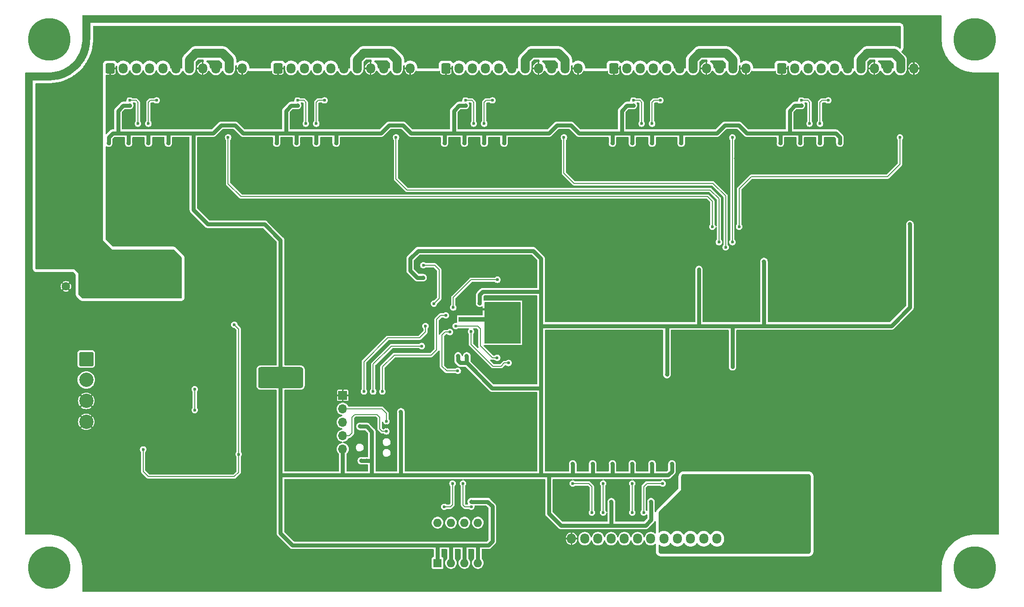
<source format=gbr>
%TF.GenerationSoftware,KiCad,Pcbnew,(6.99.0-4444-ge62463b52b)*%
%TF.CreationDate,2022-12-13T19:15:09+01:00*%
%TF.ProjectId,bd845-pwb,62643834-352d-4707-9762-2e6b69636164,rev?*%
%TF.SameCoordinates,Original*%
%TF.FileFunction,Copper,L4,Bot*%
%TF.FilePolarity,Positive*%
%FSLAX46Y46*%
G04 Gerber Fmt 4.6, Leading zero omitted, Abs format (unit mm)*
G04 Created by KiCad (PCBNEW (6.99.0-4444-ge62463b52b)) date 2022-12-13 19:15:09*
%MOMM*%
%LPD*%
G01*
G04 APERTURE LIST*
G04 Aperture macros list*
%AMRoundRect*
0 Rectangle with rounded corners*
0 $1 Rounding radius*
0 $2 $3 $4 $5 $6 $7 $8 $9 X,Y pos of 4 corners*
0 Add a 4 corners polygon primitive as box body*
4,1,4,$2,$3,$4,$5,$6,$7,$8,$9,$2,$3,0*
0 Add four circle primitives for the rounded corners*
1,1,$1+$1,$2,$3*
1,1,$1+$1,$4,$5*
1,1,$1+$1,$6,$7*
1,1,$1+$1,$8,$9*
0 Add four rect primitives between the rounded corners*
20,1,$1+$1,$2,$3,$4,$5,0*
20,1,$1+$1,$4,$5,$6,$7,0*
20,1,$1+$1,$6,$7,$8,$9,0*
20,1,$1+$1,$8,$9,$2,$3,0*%
G04 Aperture macros list end*
%TA.AperFunction,ComponentPad*%
%ADD10C,2.700000*%
%TD*%
%TA.AperFunction,ComponentPad*%
%ADD11RoundRect,0.250001X-1.099999X1.099999X-1.099999X-1.099999X1.099999X-1.099999X1.099999X1.099999X0*%
%TD*%
%TA.AperFunction,ComponentPad*%
%ADD12R,1.600000X1.600000*%
%TD*%
%TA.AperFunction,ComponentPad*%
%ADD13O,1.600000X1.600000*%
%TD*%
%TA.AperFunction,ComponentPad*%
%ADD14C,0.900000*%
%TD*%
%TA.AperFunction,ComponentPad*%
%ADD15C,8.000000*%
%TD*%
%TA.AperFunction,ComponentPad*%
%ADD16R,1.700000X1.700000*%
%TD*%
%TA.AperFunction,ComponentPad*%
%ADD17O,1.700000X1.700000*%
%TD*%
%TA.AperFunction,ComponentPad*%
%ADD18RoundRect,0.250000X-0.600000X-0.725000X0.600000X-0.725000X0.600000X0.725000X-0.600000X0.725000X0*%
%TD*%
%TA.AperFunction,ComponentPad*%
%ADD19O,1.700000X1.950000*%
%TD*%
%TA.AperFunction,ComponentPad*%
%ADD20C,1.600000*%
%TD*%
%TA.AperFunction,ComponentPad*%
%ADD21RoundRect,0.250000X0.600000X0.725000X-0.600000X0.725000X-0.600000X-0.725000X0.600000X-0.725000X0*%
%TD*%
%TA.AperFunction,ViaPad*%
%ADD22C,0.800000*%
%TD*%
%TA.AperFunction,ViaPad*%
%ADD23C,0.600000*%
%TD*%
%TA.AperFunction,Conductor*%
%ADD24C,0.800000*%
%TD*%
%TA.AperFunction,Conductor*%
%ADD25C,0.203000*%
%TD*%
%TA.AperFunction,Conductor*%
%ADD26C,1.700000*%
%TD*%
G04 APERTURE END LIST*
D10*
%TO.P,J101,4,Pin_4*%
%TO.N,GND*%
X66000000Y-118380000D03*
%TO.P,J101,3,Pin_3*%
X66000000Y-114420000D03*
%TO.P,J101,2,Pin_2*%
%TO.N,/Power/EXT_VCC*%
X66000000Y-110460000D03*
D11*
%TO.P,J101,1,Pin_1*%
X66000000Y-106500000D03*
%TD*%
D12*
%TO.P,SW101,1*%
%TO.N,+3V3*%
X132429999Y-145099999D03*
D13*
%TO.P,SW101,2*%
X134969999Y-145099999D03*
%TO.P,SW101,3*%
X137509999Y-145099999D03*
%TO.P,SW101,4*%
X140049999Y-145099999D03*
%TO.P,SW101,5*%
%TO.N,/OPT_LEGACY_SW*%
X140049999Y-137479999D03*
%TO.P,SW101,6*%
%TO.N,/OPT_DEBOUNCE_SW*%
X137509999Y-137479999D03*
%TO.P,SW101,7*%
%TO.N,/OPT_BOOT0_SW*%
X134969999Y-137479999D03*
%TO.P,SW101,8*%
%TO.N,/OPT_LIGHT_SW*%
X132429999Y-137479999D03*
%TD*%
D14*
%TO.P,H103,1,1*%
%TO.N,Net-(C103-Pad2)*%
X231000000Y-146000000D03*
X231878680Y-143878680D03*
X231878680Y-148121320D03*
X234000000Y-143000000D03*
D15*
X234000000Y-146000000D03*
D14*
X234000000Y-149000000D03*
X236121320Y-143878680D03*
X236121320Y-148121320D03*
X237000000Y-146000000D03*
%TD*%
D16*
%TO.P,J302,1,Pin_1*%
%TO.N,GND*%
X114499999Y-113379999D03*
D17*
%TO.P,J302,2,Pin_2*%
%TO.N,/MCU/CONN_SWCLK*%
X114499999Y-115919999D03*
%TO.P,J302,3,Pin_3*%
%TO.N,/MCU/CONN_SWDIO*%
X114499999Y-118459999D03*
%TO.P,J302,4,Pin_4*%
%TO.N,/MCU/CONN_NRST*%
X114499999Y-120999999D03*
%TO.P,J302,5,Pin_5*%
%TO.N,+3V3*%
X114499999Y-123539999D03*
%TD*%
D18*
%TO.P,J601,1,Pin_1*%
%TO.N,GND*%
X102250000Y-51500000D03*
D19*
%TO.P,J601,2,Pin_2*%
%TO.N,/Pad Channel 2/CH_S1_CONN*%
X104749999Y-51499999D03*
%TO.P,J601,3,Pin_3*%
%TO.N,/Pad Channel 2/CH_S2_CONN*%
X107249999Y-51499999D03*
%TO.P,J601,4,Pin_4*%
%TO.N,/Pad Channel 2/CH_S3_CONN*%
X109749999Y-51499999D03*
%TO.P,J601,5,Pin_5*%
%TO.N,/Pad Channel 2/CH_S4_CONN*%
X112249999Y-51499999D03*
%TO.P,J601,6,Pin_6*%
%TO.N,VCC*%
X114749999Y-51499999D03*
%TO.P,J601,7,Pin_7*%
%TO.N,/Pad Channel 2/CH_LIGHT_CONN*%
X117249999Y-51499999D03*
%TO.P,J601,8,Pin_8*%
%TO.N,GND*%
X119749999Y-51499999D03*
%TO.P,J601,9,Pin_9*%
%TO.N,VCC*%
X122249999Y-51499999D03*
%TO.P,J601,10,Pin_10*%
%TO.N,/Pad Channel 2/CH_LIGHT_CONN*%
X124749999Y-51499999D03*
%TO.P,J601,11,Pin_11*%
%TO.N,GND*%
X127249999Y-51499999D03*
%TD*%
D18*
%TO.P,J901,1,Pin_1*%
%TO.N,GND*%
X197500000Y-51500000D03*
D19*
%TO.P,J901,2,Pin_2*%
%TO.N,/Pad Channel 5/CH_S1_CONN*%
X199999999Y-51499999D03*
%TO.P,J901,3,Pin_3*%
%TO.N,/Pad Channel 5/CH_S2_CONN*%
X202499999Y-51499999D03*
%TO.P,J901,4,Pin_4*%
%TO.N,/Pad Channel 5/CH_S3_CONN*%
X204999999Y-51499999D03*
%TO.P,J901,5,Pin_5*%
%TO.N,/Pad Channel 5/CH_S4_CONN*%
X207499999Y-51499999D03*
%TO.P,J901,6,Pin_6*%
%TO.N,VCC*%
X209999999Y-51499999D03*
%TO.P,J901,7,Pin_7*%
%TO.N,/Pad Channel 5/CH_LIGHT_CONN*%
X212499999Y-51499999D03*
%TO.P,J901,8,Pin_8*%
%TO.N,GND*%
X214999999Y-51499999D03*
%TO.P,J901,9,Pin_9*%
%TO.N,VCC*%
X217499999Y-51499999D03*
%TO.P,J901,10,Pin_10*%
%TO.N,/Pad Channel 5/CH_LIGHT_CONN*%
X219999999Y-51499999D03*
%TO.P,J901,11,Pin_11*%
%TO.N,GND*%
X222499999Y-51499999D03*
%TD*%
D18*
%TO.P,J501,1,Pin_1*%
%TO.N,GND*%
X70500000Y-51500000D03*
D19*
%TO.P,J501,2,Pin_2*%
%TO.N,/Pad Channel 1/CH_S1_CONN*%
X72999999Y-51499999D03*
%TO.P,J501,3,Pin_3*%
%TO.N,/Pad Channel 1/CH_S2_CONN*%
X75499999Y-51499999D03*
%TO.P,J501,4,Pin_4*%
%TO.N,/Pad Channel 1/CH_S3_CONN*%
X77999999Y-51499999D03*
%TO.P,J501,5,Pin_5*%
%TO.N,/Pad Channel 1/CH_S4_CONN*%
X80499999Y-51499999D03*
%TO.P,J501,6,Pin_6*%
%TO.N,VCC*%
X82999999Y-51499999D03*
%TO.P,J501,7,Pin_7*%
%TO.N,/Pad Channel 1/CH_LIGHT_CONN*%
X85499999Y-51499999D03*
%TO.P,J501,8,Pin_8*%
%TO.N,GND*%
X87999999Y-51499999D03*
%TO.P,J501,9,Pin_9*%
%TO.N,VCC*%
X90499999Y-51499999D03*
%TO.P,J501,10,Pin_10*%
%TO.N,/Pad Channel 1/CH_LIGHT_CONN*%
X92999999Y-51499999D03*
%TO.P,J501,11,Pin_11*%
%TO.N,GND*%
X95499999Y-51499999D03*
%TD*%
D12*
%TO.P,C201,1*%
%TO.N,VCC*%
X65652650Y-92749999D03*
D20*
%TO.P,C201,2*%
%TO.N,GND*%
X62152651Y-92750000D03*
%TD*%
D21*
%TO.P,J401,1,Pin_1*%
%TO.N,GND1*%
X187750000Y-140500000D03*
D19*
%TO.P,J401,2,Pin_2*%
%TO.N,/Comm Channel/CH1_PAD_CONN*%
X185249999Y-140499999D03*
%TO.P,J401,3,Pin_3*%
%TO.N,/Comm Channel/CH2_PAD_CONN*%
X182749999Y-140499999D03*
%TO.P,J401,4,Pin_4*%
%TO.N,/Comm Channel/CH3_PAD_CONN*%
X180249999Y-140499999D03*
%TO.P,J401,5,Pin_5*%
%TO.N,/Comm Channel/CH4_PAD_CONN*%
X177749999Y-140499999D03*
%TO.P,J401,6,Pin_6*%
%TO.N,/Comm Channel/CH5_PAD_CONN*%
X175249999Y-140499999D03*
%TO.P,J401,7,Pin_7*%
%TO.N,/Comm Channel/FL1_CONN*%
X172749999Y-140499999D03*
%TO.P,J401,8,Pin_8*%
%TO.N,/Comm Channel/FL2_CONN*%
X170249999Y-140499999D03*
%TO.P,J401,9,Pin_9*%
%TO.N,/Comm Channel/FL3_CONN*%
X167749999Y-140499999D03*
%TO.P,J401,10,Pin_10*%
%TO.N,/Comm Channel/FL4_CONN*%
X165249999Y-140499999D03*
%TO.P,J401,11,Pin_11*%
%TO.N,/Comm Channel/FL5_CONN*%
X162749999Y-140499999D03*
%TO.P,J401,12,Pin_12*%
%TO.N,/Comm Channel/TEST_CONN*%
X160249999Y-140499999D03*
%TO.P,J401,13,Pin_13*%
%TO.N,GND*%
X157749999Y-140499999D03*
%TD*%
D18*
%TO.P,J701,1,Pin_1*%
%TO.N,GND*%
X134000000Y-51500000D03*
D19*
%TO.P,J701,2,Pin_2*%
%TO.N,/Pad Channel 3/CH_S1_CONN*%
X136499999Y-51499999D03*
%TO.P,J701,3,Pin_3*%
%TO.N,/Pad Channel 3/CH_S2_CONN*%
X138999999Y-51499999D03*
%TO.P,J701,4,Pin_4*%
%TO.N,/Pad Channel 3/CH_S3_CONN*%
X141499999Y-51499999D03*
%TO.P,J701,5,Pin_5*%
%TO.N,/Pad Channel 3/CH_S4_CONN*%
X143999999Y-51499999D03*
%TO.P,J701,6,Pin_6*%
%TO.N,VCC*%
X146499999Y-51499999D03*
%TO.P,J701,7,Pin_7*%
%TO.N,/Pad Channel 3/CH_LIGHT_CONN*%
X148999999Y-51499999D03*
%TO.P,J701,8,Pin_8*%
%TO.N,GND*%
X151499999Y-51499999D03*
%TO.P,J701,9,Pin_9*%
%TO.N,VCC*%
X153999999Y-51499999D03*
%TO.P,J701,10,Pin_10*%
%TO.N,/Pad Channel 3/CH_LIGHT_CONN*%
X156499999Y-51499999D03*
%TO.P,J701,11,Pin_11*%
%TO.N,GND*%
X158999999Y-51499999D03*
%TD*%
D18*
%TO.P,J801,1,Pin_1*%
%TO.N,GND*%
X165750000Y-51500000D03*
D19*
%TO.P,J801,2,Pin_2*%
%TO.N,/Pad Channel 4/CH_S1_CONN*%
X168249999Y-51499999D03*
%TO.P,J801,3,Pin_3*%
%TO.N,/Pad Channel 4/CH_S2_CONN*%
X170749999Y-51499999D03*
%TO.P,J801,4,Pin_4*%
%TO.N,/Pad Channel 4/CH_S3_CONN*%
X173249999Y-51499999D03*
%TO.P,J801,5,Pin_5*%
%TO.N,/Pad Channel 4/CH_S4_CONN*%
X175749999Y-51499999D03*
%TO.P,J801,6,Pin_6*%
%TO.N,VCC*%
X178249999Y-51499999D03*
%TO.P,J801,7,Pin_7*%
%TO.N,/Pad Channel 4/CH_LIGHT_CONN*%
X180749999Y-51499999D03*
%TO.P,J801,8,Pin_8*%
%TO.N,GND*%
X183249999Y-51499999D03*
%TO.P,J801,9,Pin_9*%
%TO.N,VCC*%
X185749999Y-51499999D03*
%TO.P,J801,10,Pin_10*%
%TO.N,/Pad Channel 4/CH_LIGHT_CONN*%
X188249999Y-51499999D03*
%TO.P,J801,11,Pin_11*%
%TO.N,GND*%
X190749999Y-51499999D03*
%TD*%
D14*
%TO.P,H101,1,1*%
%TO.N,Net-(C101-Pad2)*%
X56000000Y-46000000D03*
X56878680Y-43878680D03*
X56878680Y-48121320D03*
X59000000Y-43000000D03*
D15*
X59000000Y-46000000D03*
D14*
X59000000Y-49000000D03*
X61121320Y-43878680D03*
X61121320Y-48121320D03*
X62000000Y-46000000D03*
%TD*%
%TO.P,H104,1,1*%
%TO.N,Net-(C104-Pad2)*%
X56000000Y-146000000D03*
X56878680Y-143878680D03*
X56878680Y-148121320D03*
X59000000Y-143000000D03*
D15*
X59000000Y-146000000D03*
D14*
X59000000Y-149000000D03*
X61121320Y-143878680D03*
X61121320Y-148121320D03*
X62000000Y-146000000D03*
%TD*%
%TO.P,H102,1,1*%
%TO.N,Net-(C102-Pad2)*%
X231000000Y-46000000D03*
X231878680Y-43878680D03*
X231878680Y-48121320D03*
X234000000Y-43000000D03*
D15*
X234000000Y-46000000D03*
D14*
X234000000Y-49000000D03*
X236121320Y-43878680D03*
X236121320Y-48121320D03*
X237000000Y-46000000D03*
%TD*%
D22*
%TO.N,GND*%
X177200000Y-121000000D03*
X237850000Y-139000000D03*
X186500000Y-98500000D03*
X237850000Y-91222216D03*
X224000000Y-91000000D03*
X215500000Y-68500000D03*
X201500000Y-83500000D03*
X203750000Y-54500000D03*
X89676470Y-149850000D03*
X209000000Y-83500000D03*
D23*
X145850000Y-108150000D03*
D22*
X82250000Y-69500000D03*
X126500000Y-77250000D03*
X89000000Y-98500000D03*
X111500000Y-136000000D03*
X92000000Y-121800000D03*
X149000000Y-136000000D03*
X232725375Y-139117026D03*
X78250000Y-106000000D03*
X203323526Y-149850000D03*
X190650000Y-115050000D03*
X216500000Y-54500000D03*
X224000000Y-61000000D03*
X185750000Y-91000000D03*
D23*
X105950000Y-56600000D03*
D22*
X111500000Y-106000000D03*
X143750000Y-68000000D03*
X82150000Y-115250000D03*
X229050253Y-50949747D03*
D23*
X169450000Y-56600000D03*
D22*
X172000000Y-112500000D03*
X231500000Y-136000000D03*
D23*
X136250000Y-130050000D03*
D22*
X164000000Y-53500000D03*
X231500000Y-61000000D03*
X141500000Y-89750000D03*
X96500000Y-143500000D03*
X164000000Y-67750000D03*
X134000000Y-73250000D03*
X224000000Y-106000000D03*
D23*
X74200000Y-56600000D03*
D22*
X81500000Y-136000000D03*
X224000000Y-128500000D03*
X126500000Y-130250000D03*
X134000000Y-54500000D03*
X202500000Y-121000000D03*
X117000000Y-143500000D03*
X94411764Y-42150000D03*
X127250000Y-121000000D03*
X59000000Y-121000000D03*
X193852938Y-42150000D03*
X201500000Y-98500000D03*
X117750000Y-106000000D03*
D23*
X131050000Y-100250000D03*
D22*
X216500000Y-121000000D03*
X227117026Y-47274625D03*
X208058820Y-42150000D03*
X237850000Y-105555547D03*
X104000000Y-143500000D03*
X111000000Y-54500000D03*
X137029410Y-42150000D03*
X237850000Y-115111101D03*
X83400000Y-116250000D03*
X231500000Y-91000000D03*
X189117644Y-42150000D03*
X113352940Y-149850000D03*
X55150000Y-95999993D03*
X161750000Y-121000000D03*
X172000000Y-54500000D03*
D23*
X143700000Y-107150000D03*
D22*
X142750000Y-54500000D03*
X216500000Y-136000000D03*
X179647056Y-149850000D03*
X66500000Y-128500000D03*
X224000000Y-54500000D03*
X201500000Y-113500000D03*
X209000000Y-143500000D03*
X118088234Y-149850000D03*
X201000000Y-70500000D03*
X165441174Y-149850000D03*
D23*
X129750000Y-89650000D03*
D22*
X142000000Y-108750000D03*
X132294116Y-149850000D03*
X99147058Y-42150000D03*
X66500000Y-136000000D03*
X194000000Y-53500000D03*
X78500000Y-115400000D03*
X89676470Y-42150000D03*
X55150000Y-53000000D03*
X122823528Y-42150000D03*
X92750000Y-108000000D03*
X140400000Y-97550000D03*
D23*
X156325000Y-63650000D03*
D22*
X81500000Y-127500000D03*
D23*
X171400000Y-136500000D03*
D22*
X90850000Y-113000000D03*
X216500000Y-76000000D03*
X194150000Y-86500000D03*
X171500000Y-98500000D03*
D23*
X141600000Y-100250000D03*
D22*
X227000000Y-42150000D03*
X127250000Y-116500000D03*
D23*
X184350000Y-110850000D03*
X203750000Y-61950000D03*
D22*
X96500000Y-83500000D03*
X102250000Y-54500000D03*
X137029410Y-149850000D03*
X74000000Y-143500000D03*
D23*
X140250000Y-61950000D03*
D22*
X194000000Y-113500000D03*
D23*
X190350000Y-81450000D03*
D22*
X164000000Y-143500000D03*
X170176468Y-42150000D03*
X81500000Y-143500000D03*
X175800000Y-111000000D03*
D23*
X141600000Y-103250000D03*
D22*
X188876000Y-68500000D03*
X80900000Y-116250000D03*
X224000000Y-113500000D03*
X171500000Y-143500000D03*
X55150000Y-119888878D03*
X74000000Y-71500000D03*
X189500000Y-126750000D03*
X86150000Y-109250000D03*
X141764704Y-149850000D03*
X194000000Y-83500000D03*
X119000000Y-61000000D03*
X217529408Y-149850000D03*
X184382350Y-42150000D03*
X134700000Y-105900000D03*
X66000000Y-42150000D03*
D23*
X138800000Y-135400000D03*
D22*
X96750000Y-119950000D03*
D23*
X141600000Y-98050000D03*
D22*
X237850000Y-134222209D03*
X55150000Y-134222209D03*
X183000000Y-61000000D03*
X206250000Y-54500000D03*
X168500000Y-113500000D03*
X96500000Y-68500000D03*
X149000000Y-143500000D03*
X203323526Y-42150000D03*
X208500000Y-70500000D03*
X133750000Y-143500000D03*
X86150000Y-111000000D03*
X86150000Y-107500000D03*
X226750000Y-88500000D03*
X224000000Y-121000000D03*
D23*
X134000000Y-99150000D03*
D22*
X184382350Y-149850000D03*
X76000000Y-103500000D03*
X237850000Y-53000000D03*
X222264702Y-149850000D03*
X137250000Y-121000000D03*
X94411764Y-149850000D03*
X86150000Y-105750000D03*
D23*
X119375000Y-112350000D03*
D22*
X111500000Y-130250000D03*
X165441174Y-42150000D03*
X237850000Y-57777777D03*
X74000000Y-83500000D03*
X164000000Y-61000000D03*
X70735294Y-149850000D03*
X80900000Y-115250000D03*
X237850000Y-81666662D03*
X65882974Y-47274625D03*
X59750000Y-105500000D03*
X55150000Y-62555554D03*
X119000000Y-68500000D03*
D23*
X184725000Y-84375000D03*
D22*
X108500000Y-54500000D03*
X174911762Y-149850000D03*
X194000000Y-68500000D03*
X237850000Y-124666655D03*
X96500000Y-128500000D03*
X119000000Y-130250000D03*
X167700000Y-133500000D03*
D23*
X134900000Y-100450000D03*
D22*
X129250000Y-143500000D03*
X104000000Y-106000000D03*
X55150000Y-91222216D03*
D23*
X131750000Y-96900000D03*
D22*
X216500000Y-106000000D03*
X119000000Y-77250000D03*
X149000000Y-130250000D03*
X111500000Y-143500000D03*
X174500000Y-54500000D03*
X208058820Y-149850000D03*
X133700000Y-133500000D03*
X224000000Y-68500000D03*
X171500000Y-83500000D03*
X59000000Y-98500000D03*
X55150000Y-86444439D03*
X173000000Y-121000000D03*
X103882352Y-149850000D03*
X194000000Y-106000000D03*
X231500000Y-106000000D03*
X122750000Y-119250000D03*
X222264702Y-42150000D03*
X55150000Y-115111101D03*
X231500000Y-98500000D03*
X216500000Y-83500000D03*
X79300000Y-58500000D03*
X179750000Y-68500000D03*
X60274625Y-139117026D03*
X99147058Y-149850000D03*
X165500000Y-121000000D03*
X164000000Y-98500000D03*
X104250000Y-136000000D03*
X74000000Y-76000000D03*
X168100000Y-69200000D03*
X179350000Y-83400000D03*
X206300000Y-58500000D03*
X119000000Y-91000000D03*
X84941176Y-42150000D03*
X217529408Y-42150000D03*
X92750000Y-113500000D03*
X124750000Y-135000000D03*
X156500000Y-83500000D03*
D23*
X137700000Y-56600000D03*
X143683333Y-103250000D03*
D22*
X237850000Y-129444432D03*
D23*
X157050000Y-130050000D03*
X147850000Y-103250000D03*
D22*
X75470588Y-149850000D03*
X231500000Y-76000000D03*
D23*
X189075000Y-84375000D03*
X169250000Y-136500000D03*
D22*
X179350000Y-82450000D03*
X123750000Y-116500000D03*
X84650000Y-115250000D03*
X70735294Y-42150000D03*
X232725375Y-52882974D03*
D23*
X124575000Y-63650000D03*
D22*
X74000000Y-106000000D03*
X215000000Y-61000000D03*
X84425000Y-122750000D03*
X98250000Y-119950000D03*
D23*
X147850000Y-98416666D03*
D22*
X89000000Y-91000000D03*
X224000000Y-136000000D03*
X119000000Y-83500000D03*
X164000000Y-83500000D03*
X198588232Y-149850000D03*
X227117026Y-144725375D03*
X81500000Y-83500000D03*
X209000000Y-113500000D03*
X190650000Y-114100000D03*
X84650000Y-116250000D03*
D23*
X185650000Y-86650000D03*
D22*
X74000000Y-136000000D03*
X133500000Y-126300000D03*
D23*
X143750000Y-90600000D03*
D22*
X180500000Y-126750000D03*
X204750000Y-70500000D03*
X134000000Y-61000000D03*
D23*
X172000000Y-61950000D03*
X201200000Y-56600000D03*
D22*
X237850000Y-86444439D03*
X155970586Y-149850000D03*
X141000000Y-121000000D03*
X231500000Y-83500000D03*
X122750000Y-125750000D03*
X108617646Y-42150000D03*
X126500000Y-61000000D03*
X97250000Y-54500000D03*
X96500000Y-77000000D03*
X66000000Y-149850000D03*
X209000000Y-128500000D03*
X132294116Y-42150000D03*
X140250000Y-54500000D03*
X149000000Y-83500000D03*
X137250000Y-126300000D03*
X209000000Y-98500000D03*
X142800000Y-58500000D03*
X212794114Y-149850000D03*
X140500000Y-70250000D03*
X155600000Y-143500000D03*
D23*
X121125000Y-112350000D03*
D22*
X63949747Y-141050253D03*
X229050253Y-141050253D03*
X76750000Y-54500000D03*
D23*
X170200000Y-130050000D03*
D22*
X237850000Y-62555554D03*
X100500000Y-121850000D03*
D23*
X145766666Y-103250000D03*
D22*
X103882352Y-42150000D03*
X156000000Y-54500000D03*
X158000000Y-121000000D03*
X160200000Y-133500000D03*
X82150000Y-116250000D03*
X156500000Y-98500000D03*
X79250000Y-54500000D03*
X84941176Y-149850000D03*
X55150000Y-100777770D03*
X224000000Y-98500000D03*
X209000000Y-106000000D03*
X151235292Y-149850000D03*
D23*
X147850000Y-100833332D03*
D22*
X66500000Y-121000000D03*
D23*
X186900000Y-86250000D03*
D22*
X174911762Y-42150000D03*
X55150000Y-110333324D03*
X61750000Y-113500000D03*
D23*
X134500000Y-96750000D03*
D22*
X59000000Y-136000000D03*
X164750000Y-114500000D03*
X231500000Y-121000000D03*
X227000000Y-149850000D03*
X149000000Y-98500000D03*
X55150000Y-57777777D03*
X131250000Y-91100000D03*
X127558822Y-42150000D03*
X126500000Y-68500000D03*
X224000000Y-76000000D03*
X89000000Y-83500000D03*
D23*
X163750000Y-136500000D03*
D22*
X160705880Y-42150000D03*
X55150000Y-139000000D03*
X55150000Y-67333331D03*
X81500000Y-76000000D03*
D23*
X188175000Y-63675000D03*
D22*
X231500000Y-113500000D03*
X75470588Y-42150000D03*
X146499998Y-42150000D03*
X83400000Y-115250000D03*
X111050000Y-58500000D03*
X118088234Y-42150000D03*
X63949747Y-50949747D03*
X189117644Y-149850000D03*
D23*
X76750000Y-61950000D03*
D22*
X232790000Y-128220000D03*
D23*
X162800000Y-130050000D03*
D22*
X216500000Y-113500000D03*
X194000000Y-126750000D03*
D23*
X143683333Y-96000000D03*
X94000000Y-99100000D03*
D22*
X89000000Y-54500000D03*
X151235292Y-42150000D03*
X104000000Y-98500000D03*
X179000000Y-98500000D03*
X80205882Y-149850000D03*
X89000000Y-143500000D03*
X80205882Y-42150000D03*
X136250000Y-135750000D03*
X89000000Y-76000000D03*
X55150000Y-76888885D03*
X76750000Y-115400000D03*
X194000000Y-61000000D03*
D23*
X147850000Y-96000000D03*
D22*
X141500000Y-135250000D03*
X96500000Y-61000000D03*
X157000000Y-116250000D03*
X77750000Y-70500000D03*
D23*
X145766666Y-96000000D03*
D22*
X55150000Y-81666662D03*
X237850000Y-72111108D03*
D23*
X108500000Y-61950000D03*
D22*
X149000000Y-61000000D03*
X113352940Y-42150000D03*
X88000000Y-61000000D03*
X201500000Y-106000000D03*
X55150000Y-72111108D03*
X198500000Y-126750000D03*
X160705880Y-149850000D03*
X59000000Y-91000000D03*
X92750000Y-119250000D03*
X186500000Y-54750000D03*
X198588232Y-42150000D03*
X141000000Y-126300000D03*
X170176468Y-149850000D03*
X156500000Y-61000000D03*
X62750000Y-102500000D03*
X111500000Y-113500000D03*
X237850000Y-110333324D03*
X127558822Y-149850000D03*
X55150000Y-105555547D03*
D23*
X92825000Y-63650000D03*
D22*
X129750000Y-126300000D03*
X141764704Y-42150000D03*
X169250000Y-121000000D03*
X209000000Y-121000000D03*
D23*
X175950000Y-130050000D03*
D22*
X216500000Y-128500000D03*
X193852938Y-149850000D03*
X55150000Y-124666655D03*
X137500000Y-72000000D03*
D23*
X139650000Y-101300000D03*
D22*
X96500000Y-98500000D03*
D23*
X219850000Y-63650000D03*
D22*
X59000000Y-128500000D03*
X89000000Y-136000000D03*
X61250000Y-102500000D03*
X185000000Y-126750000D03*
X65882974Y-144725375D03*
X216500000Y-143500000D03*
X108617646Y-149850000D03*
X155970586Y-42150000D03*
X96500000Y-91000000D03*
X90850000Y-114550000D03*
X149000000Y-67750000D03*
X139550000Y-105900000D03*
X111500000Y-121000000D03*
X237850000Y-95999993D03*
D23*
X87400000Y-116150000D03*
D22*
X212794114Y-42150000D03*
X209000000Y-136000000D03*
X122823528Y-149850000D03*
D23*
X137150000Y-108750000D03*
D22*
X74000000Y-128500000D03*
X60274625Y-52882974D03*
X96500000Y-136000000D03*
X237850000Y-67333331D03*
D23*
X141600000Y-96000000D03*
D22*
X237850000Y-76888885D03*
X174550000Y-58500000D03*
X237850000Y-119888878D03*
X112500000Y-70250000D03*
X74750000Y-123700000D03*
X237850000Y-100777770D03*
X224000000Y-143500000D03*
X149000000Y-121000000D03*
X226750000Y-83675000D03*
X109500000Y-70250000D03*
D23*
X183475000Y-81450000D03*
D22*
X156500000Y-136000000D03*
X75000000Y-115400000D03*
X141500000Y-143500000D03*
D23*
X129450000Y-104950000D03*
D22*
X216500000Y-98500000D03*
D23*
X77650000Y-123600000D03*
D22*
X117000000Y-136000000D03*
X93750000Y-121800000D03*
X133500000Y-121000000D03*
X179647056Y-42150000D03*
X184350000Y-107500000D03*
X124500000Y-54500000D03*
X146499998Y-149850000D03*
X231500000Y-68500000D03*
X104250000Y-130250000D03*
X171750000Y-70250000D03*
X106500000Y-70250000D03*
D23*
X161600000Y-136500000D03*
D22*
X55150000Y-129444432D03*
X121525000Y-125750000D03*
X88500000Y-68500000D03*
X161000000Y-115500000D03*
%TO.N,+3V3*%
X119000000Y-125750000D03*
X169250000Y-126350000D03*
X221750000Y-81000000D03*
X118000000Y-125750000D03*
X133750000Y-65650000D03*
X136300000Y-105900000D03*
X105950000Y-58500000D03*
X81500000Y-65650000D03*
X106350000Y-108650000D03*
X105750000Y-65650000D03*
X137700000Y-58500000D03*
X178500000Y-65650000D03*
X101537500Y-111300000D03*
X99112500Y-108650000D03*
X137950000Y-105900000D03*
X113250000Y-65650000D03*
X197250000Y-65650000D03*
X125500000Y-116500000D03*
X169450000Y-58500000D03*
X101525000Y-108650000D03*
X172800000Y-133500000D03*
X102000000Y-65650000D03*
X165500000Y-126350000D03*
X106350000Y-111300000D03*
X194150000Y-88050000D03*
X173000000Y-65650000D03*
X145000000Y-65650000D03*
X173000000Y-126350000D03*
X175800000Y-109450000D03*
X176750000Y-126350000D03*
X158000000Y-126350000D03*
X109500000Y-65650000D03*
X99125000Y-111300000D03*
X201200000Y-58500000D03*
D23*
X188200000Y-107950000D03*
D22*
X140400000Y-95950000D03*
X77750000Y-65650000D03*
X74000000Y-65650000D03*
X161750000Y-126350000D03*
X103950000Y-111300000D03*
X165300000Y-133500000D03*
X102731250Y-109975000D03*
D23*
X181850000Y-89550000D03*
D22*
X208500000Y-65650000D03*
X138800000Y-133500000D03*
X70250000Y-65650000D03*
X129700000Y-91100000D03*
X74200000Y-58500000D03*
X105143750Y-109975000D03*
X204750000Y-65650000D03*
X103937500Y-108650000D03*
X141250000Y-65650000D03*
X100318750Y-109975000D03*
X137500000Y-65650000D03*
X201000000Y-65650000D03*
X165500000Y-65650000D03*
X169250000Y-65650000D03*
X117750000Y-119250000D03*
%TO.N,VCC*%
X136541668Y-44250000D03*
X82250000Y-86250000D03*
X73214284Y-94500000D03*
X76750000Y-86250000D03*
X83500000Y-94500000D03*
X130841660Y-49300000D03*
X73750000Y-44250000D03*
X79458332Y-44250000D03*
X78357140Y-94500000D03*
X57000000Y-77583328D03*
X187924996Y-44250000D03*
X68750000Y-66050000D03*
X57000000Y-54750000D03*
X119416664Y-44250000D03*
X83500000Y-90000000D03*
X182216664Y-44250000D03*
X199349992Y-49300000D03*
X153674996Y-44250000D03*
X85166664Y-44250000D03*
X68071428Y-94500000D03*
X68750000Y-77850000D03*
X216466672Y-44250000D03*
X57000000Y-66166664D03*
X130833328Y-44250000D03*
X193641660Y-49300000D03*
X96591660Y-49300000D03*
X79466664Y-49300000D03*
X142266664Y-49300000D03*
X73758332Y-49300000D03*
X68750000Y-60150000D03*
X57000000Y-60458332D03*
X170800000Y-44250000D03*
X142258332Y-44250000D03*
X68041668Y-44250000D03*
X65500000Y-90500000D03*
X199341660Y-44250000D03*
X210758332Y-44250000D03*
X71250000Y-86250000D03*
X136550000Y-49300000D03*
X57000000Y-71874996D03*
X113708332Y-44250000D03*
X170808332Y-49300000D03*
X57000000Y-89000000D03*
X176516664Y-49300000D03*
X193633328Y-44250000D03*
X96583328Y-44250000D03*
X68050000Y-49300000D03*
X176508332Y-44250000D03*
X62000000Y-89000000D03*
X102291668Y-44250000D03*
X68750000Y-71950000D03*
X125124996Y-44250000D03*
X205050000Y-44250000D03*
X108000000Y-44250000D03*
X90874996Y-44250000D03*
X68750000Y-54250000D03*
X108008332Y-49300000D03*
X210766664Y-49300000D03*
X205058332Y-49300000D03*
X57000000Y-83291660D03*
X159383328Y-44250000D03*
X68750000Y-83750000D03*
X165099992Y-49300000D03*
X102300000Y-49300000D03*
X165091660Y-44250000D03*
X147966664Y-44250000D03*
X159391660Y-49300000D03*
X113716664Y-49300000D03*
D23*
%TO.N,/Power/BUCK_BOOT*%
X86500000Y-116150000D03*
X86500000Y-112200000D03*
%TO.N,/Power/+5V*%
X94000000Y-100000000D03*
X94825000Y-124525000D03*
X76750000Y-123600000D03*
%TO.N,/MCU/MCU_NRST*%
X122000000Y-112650000D03*
X134000000Y-98250000D03*
%TO.N,/MCU/CONN_NRST*%
X122750000Y-120200000D03*
%TO.N,/MCU/CONN_SWCLK*%
X122750000Y-118300000D03*
%TO.N,/Comm Channel/TEST_CONN*%
X158000000Y-130050000D03*
X161600000Y-135550000D03*
%TO.N,/Comm Channel/FL4_CONN*%
X163750000Y-135550000D03*
X163750000Y-130050000D03*
%TO.N,/Comm Channel/FL3_CONN*%
X169250000Y-130050000D03*
X169250000Y-135550000D03*
%TO.N,/Comm Channel/FL1_CONN*%
X171400000Y-135550000D03*
X175000000Y-130050000D03*
D22*
%TO.N,GND1*%
X178671428Y-142850000D03*
X185950000Y-132000000D03*
X190450000Y-132000000D03*
X179000000Y-128750000D03*
X198528568Y-142900000D03*
X190450000Y-130800000D03*
X194950000Y-130800000D03*
X202500000Y-132275000D03*
X202500000Y-128750000D03*
X181450000Y-132000000D03*
X199450000Y-132000000D03*
X202500000Y-142850000D03*
X194557140Y-142900000D03*
X202500000Y-135800000D03*
X194666664Y-128750000D03*
X194950000Y-132000000D03*
X186833332Y-128750000D03*
X199450000Y-130800000D03*
X174700000Y-135750000D03*
X190749998Y-128750000D03*
X178250000Y-132250000D03*
X182642856Y-142850000D03*
X202500000Y-139325000D03*
X182916666Y-128700000D03*
X181450000Y-130800000D03*
X174700000Y-142850000D03*
X198583330Y-128750000D03*
X190585712Y-142900000D03*
X185950000Y-130800000D03*
X186614284Y-142900000D03*
D23*
%TO.N,/Pad Channel 1/CH_S2_CONN*%
X74200000Y-57550000D03*
X75750000Y-61950000D03*
%TO.N,/Pad Channel 1/CH_S3_CONN*%
X77750000Y-61950000D03*
X79300000Y-57550000D03*
%TO.N,/Pad Channel 2/CH_S2_CONN*%
X107500000Y-61950000D03*
X105950000Y-57550000D03*
%TO.N,/Pad Channel 2/CH_S3_CONN*%
X111050000Y-57550000D03*
X109500000Y-61950000D03*
%TO.N,/Pad Channel 3/CH_S2_CONN*%
X139250000Y-61950000D03*
X137700000Y-57550000D03*
%TO.N,/Pad Channel 3/CH_S3_CONN*%
X142800000Y-57550000D03*
X141250000Y-61950000D03*
%TO.N,/Pad Channel 4/CH_S2_CONN*%
X169450000Y-57550000D03*
X171000000Y-61950000D03*
%TO.N,/Pad Channel 4/CH_S3_CONN*%
X174550000Y-57550000D03*
X173000000Y-61950000D03*
%TO.N,/Pad Channel 5/CH_S2_CONN*%
X202750000Y-61950000D03*
X201200000Y-57550000D03*
%TO.N,/Pad Channel 5/CH_S3_CONN*%
X204750000Y-61950000D03*
X206300000Y-57550000D03*
%TO.N,/OPT_DEBOUNCE_SW*%
X137250000Y-130050000D03*
X138800000Y-134450000D03*
%TO.N,/OPT_BOOT0_SW*%
X135250000Y-130050000D03*
X133700000Y-134450000D03*
%TO.N,/MCU/MCU_SWDIO*%
X118500000Y-112650000D03*
X130150000Y-100250000D03*
%TO.N,/MCU/MCU_SWCLK*%
X120250000Y-112650000D03*
X129450000Y-104050000D03*
%TO.N,/COMM.FL1*%
X134750000Y-101400000D03*
X136250000Y-108750000D03*
%TO.N,/LIGHT_CH1*%
X92825000Y-64575000D03*
X184375000Y-81450000D03*
%TO.N,/LIGHT_CH2*%
X185625000Y-84375000D03*
X124575000Y-64575000D03*
%TO.N,/CH3_S4*%
X131750000Y-96000000D03*
X129750000Y-88750000D03*
%TO.N,/LIGHT_CH3*%
X156325000Y-64575000D03*
X186900000Y-85350000D03*
%TO.N,/LIGHT_CH4*%
X188175000Y-64575000D03*
X188175000Y-84375000D03*
%TO.N,/LIGHT_CH5*%
X219850000Y-64575000D03*
X189450000Y-81450000D03*
%TO.N,/LIGHTS_SRCLK*%
X135400000Y-96750000D03*
X143750000Y-91500000D03*
%TO.N,/PADS_RCLK*%
X135850000Y-100250000D03*
X143700000Y-106250000D03*
%TO.N,/PADS_SER*%
X138750000Y-101300000D03*
X145850000Y-107250000D03*
%TD*%
D24*
%TO.N,+3V3*%
X152000000Y-100250000D02*
X175750000Y-100250000D01*
X137510000Y-142010000D02*
X137510000Y-145102500D01*
X204750000Y-63750000D02*
X204750000Y-65650000D01*
X94150000Y-62250000D02*
X95650000Y-63750000D01*
X204750000Y-63750000D02*
X207750000Y-63750000D01*
X142800000Y-134400000D02*
X141900000Y-133500000D01*
X197250000Y-63750000D02*
X199000000Y-63750000D01*
X102731250Y-139481250D02*
X105000000Y-141750000D01*
X128600000Y-91100000D02*
X129700000Y-91100000D01*
X71000000Y-63750000D02*
X72000000Y-63750000D01*
X137250000Y-141750000D02*
X142050000Y-141750000D01*
X189400000Y-62250000D02*
X190900000Y-63750000D01*
X152000000Y-87500000D02*
X150500000Y-86000000D01*
X77750000Y-63750000D02*
X81500000Y-63750000D01*
X142050000Y-141750000D02*
X142800000Y-141000000D01*
X165500000Y-128500000D02*
X169250000Y-128500000D01*
X178500000Y-65650000D02*
X178500000Y-63750000D01*
X173000000Y-126350000D02*
X173000000Y-128500000D01*
X201000000Y-63750000D02*
X204750000Y-63750000D01*
X105750000Y-65650000D02*
X105750000Y-64000000D01*
X161750000Y-128500000D02*
X165500000Y-128500000D01*
X125500000Y-116500000D02*
X125500000Y-128500000D01*
X90000000Y-63750000D02*
X91500000Y-62250000D01*
X135500000Y-63750000D02*
X135500000Y-59500000D01*
X186750000Y-62250000D02*
X189400000Y-62250000D01*
X119000000Y-128500000D02*
X114500000Y-128500000D01*
X137250000Y-141750000D02*
X135000000Y-141750000D01*
X144750000Y-63750000D02*
X153500000Y-63750000D01*
X142750000Y-112000000D02*
X152000000Y-112000000D01*
X102731250Y-109975000D02*
X102731250Y-139481250D01*
X135000000Y-141750000D02*
X132250000Y-141750000D01*
X141000000Y-93750000D02*
X152000000Y-93750000D01*
X114500000Y-123540000D02*
X114500000Y-128500000D01*
X165250000Y-138000000D02*
X155750000Y-138000000D01*
X194150000Y-100150000D02*
X194250000Y-100250000D01*
X207750000Y-63750000D02*
X208500000Y-64500000D01*
X158000000Y-126350000D02*
X158000000Y-128500000D01*
X194250000Y-100250000D02*
X218250000Y-100250000D01*
X132250000Y-141750000D02*
X132430000Y-141930000D01*
X199000000Y-59500000D02*
X200000000Y-58500000D01*
X153500000Y-63750000D02*
X155000000Y-62250000D01*
X190900000Y-63750000D02*
X197250000Y-63750000D01*
X175800000Y-109450000D02*
X175800000Y-100300000D01*
X197250000Y-63750000D02*
X197250000Y-65650000D01*
X81500000Y-65650000D02*
X81500000Y-63750000D01*
X104750000Y-58500000D02*
X105950000Y-58500000D01*
X141250000Y-63750000D02*
X144750000Y-63750000D01*
X86250000Y-63750000D02*
X90000000Y-63750000D01*
X113250000Y-65650000D02*
X113250000Y-63750000D01*
X158000000Y-128500000D02*
X161750000Y-128500000D01*
X99750000Y-81000000D02*
X89000000Y-81000000D01*
X140050000Y-145102500D02*
X140050000Y-141850000D01*
X135000000Y-141750000D02*
X134970000Y-141780000D01*
X188000000Y-100250000D02*
X194250000Y-100250000D01*
X135500000Y-63750000D02*
X137500000Y-63750000D01*
X152000000Y-93750000D02*
X152000000Y-100250000D01*
X137950000Y-105900000D02*
X137950000Y-107200000D01*
X106000000Y-63750000D02*
X109500000Y-63750000D01*
X74000000Y-65650000D02*
X74000000Y-63750000D01*
X102731250Y-83981250D02*
X99750000Y-81000000D01*
X157650000Y-62250000D02*
X159150000Y-63750000D01*
X153500000Y-135750000D02*
X153500000Y-128500000D01*
X172800000Y-133500000D02*
X172800000Y-136950000D01*
X72000000Y-63750000D02*
X74000000Y-63750000D01*
X117750000Y-119250000D02*
X119000000Y-119250000D01*
X91500000Y-62250000D02*
X94150000Y-62250000D01*
X120000000Y-125750000D02*
X120000000Y-128500000D01*
X138000000Y-107250000D02*
X142750000Y-112000000D01*
X109500000Y-65650000D02*
X109500000Y-63750000D01*
X70250000Y-65650000D02*
X70250000Y-64500000D01*
X119000000Y-119250000D02*
X120000000Y-120250000D01*
X208500000Y-64500000D02*
X208500000Y-65650000D01*
X105750000Y-64000000D02*
X106000000Y-63750000D01*
X173000000Y-128500000D02*
X176000000Y-128500000D01*
X185250000Y-63750000D02*
X186750000Y-62250000D01*
X119250000Y-125750000D02*
X119000000Y-125750000D01*
X95650000Y-63750000D02*
X102000000Y-63750000D01*
X153500000Y-128500000D02*
X158000000Y-128500000D01*
X188200000Y-100450000D02*
X188000000Y-100250000D01*
X72000000Y-59500000D02*
X73000000Y-58500000D01*
X172800000Y-136950000D02*
X171750000Y-138000000D01*
X142800000Y-141000000D02*
X142800000Y-134400000D01*
X175750000Y-100250000D02*
X182000000Y-100250000D01*
X201000000Y-63750000D02*
X201000000Y-65650000D01*
X72000000Y-63750000D02*
X72000000Y-59500000D01*
X194150000Y-88050000D02*
X194150000Y-100150000D01*
X133750000Y-65650000D02*
X133750000Y-63750000D01*
X132430000Y-141930000D02*
X132430000Y-145102500D01*
X120000000Y-128500000D02*
X125500000Y-128500000D01*
X218250000Y-100250000D02*
X221750000Y-96750000D01*
X169250000Y-126350000D02*
X169250000Y-128500000D01*
X113250000Y-63750000D02*
X121750000Y-63750000D01*
X137250000Y-141750000D02*
X137510000Y-142010000D01*
X167250000Y-59500000D02*
X168250000Y-58500000D01*
X141250000Y-65650000D02*
X141250000Y-63750000D01*
X89000000Y-81000000D02*
X86250000Y-78250000D01*
X136300000Y-105900000D02*
X136300000Y-106800000D01*
X102000000Y-63750000D02*
X103750000Y-63750000D01*
X121750000Y-63750000D02*
X123250000Y-62250000D01*
X168250000Y-58500000D02*
X169450000Y-58500000D01*
X169250000Y-63750000D02*
X173000000Y-63750000D01*
X165500000Y-63750000D02*
X165500000Y-65650000D01*
X173000000Y-65650000D02*
X173000000Y-63750000D01*
X155000000Y-62250000D02*
X157650000Y-62250000D01*
X182000000Y-100250000D02*
X188000000Y-100250000D01*
X137500000Y-63750000D02*
X141250000Y-63750000D01*
X123250000Y-62250000D02*
X125900000Y-62250000D01*
X173000000Y-63750000D02*
X178500000Y-63750000D01*
X159150000Y-63750000D02*
X165500000Y-63750000D01*
X128750000Y-86000000D02*
X127250000Y-87500000D01*
X114500000Y-128500000D02*
X102750000Y-128500000D01*
X165300000Y-133500000D02*
X165300000Y-137950000D01*
X120000000Y-120250000D02*
X120000000Y-125750000D01*
X120000000Y-125750000D02*
X118000000Y-125750000D01*
X145000000Y-64000000D02*
X144750000Y-63750000D01*
X109500000Y-63750000D02*
X113250000Y-63750000D01*
X167250000Y-63750000D02*
X167250000Y-59500000D01*
X152000000Y-128500000D02*
X153500000Y-128500000D01*
X136500000Y-58500000D02*
X137700000Y-58500000D01*
X167250000Y-63750000D02*
X169250000Y-63750000D01*
X86250000Y-78250000D02*
X86250000Y-63750000D01*
X102731250Y-109975000D02*
X102731250Y-83981250D01*
X119000000Y-128500000D02*
X120000000Y-128500000D01*
X103750000Y-63750000D02*
X103750000Y-59500000D01*
X169250000Y-128500000D02*
X173000000Y-128500000D01*
X125500000Y-128500000D02*
X138750000Y-128500000D01*
X137950000Y-107200000D02*
X138000000Y-107250000D01*
X134970000Y-141780000D02*
X134970000Y-145102500D01*
X140000000Y-128500000D02*
X152000000Y-128500000D01*
X200000000Y-58500000D02*
X201200000Y-58500000D01*
X140400000Y-94350000D02*
X141000000Y-93750000D01*
X136750000Y-107250000D02*
X138000000Y-107250000D01*
X150500000Y-86000000D02*
X128750000Y-86000000D01*
X73000000Y-58500000D02*
X74200000Y-58500000D01*
X152000000Y-112000000D02*
X152000000Y-128500000D01*
X181850000Y-100100000D02*
X182000000Y-100250000D01*
X221750000Y-96750000D02*
X221750000Y-81000000D01*
X161750000Y-126350000D02*
X161750000Y-128500000D01*
X137500000Y-65650000D02*
X137500000Y-63750000D01*
X165500000Y-63750000D02*
X167250000Y-63750000D01*
X138750000Y-128500000D02*
X140000000Y-128500000D01*
X155750000Y-138000000D02*
X153500000Y-135750000D01*
X199000000Y-63750000D02*
X199000000Y-59500000D01*
X145000000Y-65650000D02*
X145000000Y-64000000D01*
X103750000Y-59500000D02*
X104750000Y-58500000D01*
X188200000Y-107950000D02*
X188200000Y-100450000D01*
X169250000Y-65650000D02*
X169250000Y-63750000D01*
X178500000Y-63750000D02*
X185250000Y-63750000D01*
X176000000Y-128500000D02*
X176750000Y-127750000D01*
X181850000Y-89550000D02*
X181850000Y-100100000D01*
X165500000Y-126350000D02*
X165500000Y-128500000D01*
X74000000Y-63750000D02*
X77750000Y-63750000D01*
X77750000Y-65650000D02*
X77750000Y-63750000D01*
X171750000Y-138000000D02*
X165250000Y-138000000D01*
X165300000Y-137950000D02*
X165250000Y-138000000D01*
X127250000Y-89750000D02*
X128600000Y-91100000D01*
X175800000Y-100300000D02*
X175750000Y-100250000D01*
X140400000Y-95950000D02*
X140400000Y-94350000D01*
X81500000Y-63750000D02*
X86250000Y-63750000D01*
X152000000Y-93750000D02*
X152000000Y-87500000D01*
X105000000Y-141750000D02*
X132250000Y-141750000D01*
X136300000Y-106800000D02*
X136750000Y-107250000D01*
X152000000Y-100250000D02*
X152000000Y-112000000D01*
X127250000Y-87500000D02*
X127250000Y-89750000D01*
X135500000Y-59500000D02*
X136500000Y-58500000D01*
X70250000Y-64500000D02*
X71000000Y-63750000D01*
X176750000Y-127750000D02*
X176750000Y-126350000D01*
X141900000Y-133500000D02*
X138800000Y-133500000D01*
X102000000Y-63750000D02*
X102000000Y-65650000D01*
X103750000Y-63750000D02*
X106000000Y-63750000D01*
X199000000Y-63750000D02*
X201000000Y-63750000D01*
X127400000Y-63750000D02*
X133750000Y-63750000D01*
X125900000Y-62250000D02*
X127400000Y-63750000D01*
X133750000Y-63750000D02*
X135500000Y-63750000D01*
D25*
%TO.N,/Power/BUCK_BOOT*%
X86500000Y-116150000D02*
X86500000Y-112200000D01*
%TO.N,/Power/+5V*%
X94825000Y-100825000D02*
X94000000Y-100000000D01*
X77750000Y-128750000D02*
X94000000Y-128750000D01*
X94825000Y-127925000D02*
X94825000Y-124525000D01*
X76750000Y-127750000D02*
X77750000Y-128750000D01*
X94825000Y-124525000D02*
X94825000Y-100825000D01*
X76750000Y-123600000D02*
X76750000Y-127750000D01*
X94000000Y-128750000D02*
X94825000Y-127925000D01*
%TO.N,/MCU/MCU_NRST*%
X124250000Y-105750000D02*
X122000000Y-108000000D01*
X134000000Y-98250000D02*
X133000000Y-98250000D01*
X132250000Y-99000000D02*
X132250000Y-104750000D01*
X131250000Y-105750000D02*
X124250000Y-105750000D01*
X132250000Y-104750000D02*
X131250000Y-105750000D01*
X133000000Y-98250000D02*
X132250000Y-99000000D01*
X122000000Y-108000000D02*
X122000000Y-112650000D01*
D26*
%TO.N,/Pad Channel 1/CH_LIGHT_CONN*%
X91800000Y-48650000D02*
X93000000Y-49850000D01*
X85500000Y-49850000D02*
X86700000Y-48650000D01*
X86700000Y-48650000D02*
X91800000Y-48650000D01*
X93000000Y-49850000D02*
X93000000Y-51500000D01*
X85500000Y-51500000D02*
X85500000Y-49850000D01*
%TO.N,/Pad Channel 2/CH_LIGHT_CONN*%
X124750000Y-49850000D02*
X124750000Y-51500000D01*
X123550000Y-48650000D02*
X124750000Y-49850000D01*
X117250000Y-49850000D02*
X118450000Y-48650000D01*
X117250000Y-51500000D02*
X117250000Y-49850000D01*
X118450000Y-48650000D02*
X123550000Y-48650000D01*
%TO.N,/Pad Channel 3/CH_LIGHT_CONN*%
X149000000Y-49850000D02*
X150200000Y-48650000D01*
X156500000Y-49850000D02*
X156500000Y-51500000D01*
X150200000Y-48650000D02*
X155300000Y-48650000D01*
X149000000Y-51500000D02*
X149000000Y-49850000D01*
X155300000Y-48650000D02*
X156500000Y-49850000D01*
%TO.N,/Pad Channel 4/CH_LIGHT_CONN*%
X188250000Y-49850000D02*
X188250000Y-51500000D01*
X180750000Y-51500000D02*
X180750000Y-49850000D01*
X181950000Y-48650000D02*
X187050000Y-48650000D01*
X187050000Y-48650000D02*
X188250000Y-49850000D01*
X180750000Y-49850000D02*
X181950000Y-48650000D01*
%TO.N,/Pad Channel 5/CH_LIGHT_CONN*%
X212500000Y-49850000D02*
X213700000Y-48650000D01*
X220000000Y-49850000D02*
X220000000Y-51500000D01*
X213700000Y-48650000D02*
X218800000Y-48650000D01*
X218800000Y-48650000D02*
X220000000Y-49850000D01*
X212500000Y-51500000D02*
X212500000Y-49850000D01*
D25*
%TO.N,/MCU/CONN_NRST*%
X114500000Y-121000000D02*
X115750000Y-121000000D01*
X115750000Y-121000000D02*
X116250000Y-120500000D01*
X121950000Y-120200000D02*
X122750000Y-120200000D01*
X116750000Y-117000000D02*
X121000000Y-117000000D01*
X121500000Y-117500000D02*
X121500000Y-119750000D01*
X116250000Y-120500000D02*
X116250000Y-117500000D01*
X121000000Y-117000000D02*
X121500000Y-117500000D01*
X116250000Y-117500000D02*
X116750000Y-117000000D01*
X121500000Y-119750000D02*
X121950000Y-120200000D01*
%TO.N,/MCU/CONN_SWCLK*%
X114500000Y-115920000D02*
X121920000Y-115920000D01*
X121920000Y-115920000D02*
X122750000Y-116750000D01*
X122750000Y-116750000D02*
X122750000Y-118300000D01*
%TO.N,/Comm Channel/TEST_CONN*%
X158000000Y-130050000D02*
X161000000Y-130050000D01*
X161600000Y-130650000D02*
X161600000Y-135550000D01*
X161000000Y-130050000D02*
X161600000Y-130650000D01*
%TO.N,/Comm Channel/FL4_CONN*%
X163750000Y-135550000D02*
X163750000Y-130050000D01*
%TO.N,/Comm Channel/FL3_CONN*%
X169250000Y-130050000D02*
X169250000Y-135550000D01*
%TO.N,/Comm Channel/FL1_CONN*%
X175000000Y-130050000D02*
X172000000Y-130050000D01*
X171400000Y-130650000D02*
X171400000Y-135550000D01*
X172000000Y-130050000D02*
X171400000Y-130650000D01*
%TO.N,/Pad Channel 1/CH_S2_CONN*%
X74200000Y-57550000D02*
X75400000Y-57550000D01*
X75750000Y-57900000D02*
X75750000Y-61950000D01*
X75400000Y-57550000D02*
X75750000Y-57900000D01*
%TO.N,/Pad Channel 1/CH_S3_CONN*%
X79300000Y-57550000D02*
X78100000Y-57550000D01*
X78100000Y-57550000D02*
X77750000Y-57900000D01*
X77750000Y-57900000D02*
X77750000Y-61950000D01*
%TO.N,/Pad Channel 2/CH_S2_CONN*%
X107150000Y-57550000D02*
X107500000Y-57900000D01*
X107500000Y-57900000D02*
X107500000Y-61950000D01*
X105950000Y-57550000D02*
X107150000Y-57550000D01*
%TO.N,/Pad Channel 2/CH_S3_CONN*%
X109850000Y-57550000D02*
X109500000Y-57900000D01*
X111050000Y-57550000D02*
X109850000Y-57550000D01*
X109500000Y-57900000D02*
X109500000Y-61950000D01*
%TO.N,/Pad Channel 3/CH_S2_CONN*%
X137700000Y-57550000D02*
X138900000Y-57550000D01*
X138900000Y-57550000D02*
X139250000Y-57900000D01*
X139250000Y-57900000D02*
X139250000Y-61950000D01*
%TO.N,/Pad Channel 3/CH_S3_CONN*%
X142800000Y-57550000D02*
X141600000Y-57550000D01*
X141600000Y-57550000D02*
X141250000Y-57900000D01*
X141250000Y-57900000D02*
X141250000Y-61950000D01*
%TO.N,/Pad Channel 4/CH_S2_CONN*%
X169450000Y-57550000D02*
X170650000Y-57550000D01*
X170650000Y-57550000D02*
X171000000Y-57900000D01*
X171000000Y-57900000D02*
X171000000Y-61950000D01*
%TO.N,/Pad Channel 4/CH_S3_CONN*%
X173000000Y-57900000D02*
X173000000Y-61950000D01*
X174550000Y-57550000D02*
X173350000Y-57550000D01*
X173350000Y-57550000D02*
X173000000Y-57900000D01*
%TO.N,/Pad Channel 5/CH_S2_CONN*%
X201200000Y-57550000D02*
X202400000Y-57550000D01*
X202400000Y-57550000D02*
X202750000Y-57900000D01*
X202750000Y-57900000D02*
X202750000Y-61950000D01*
%TO.N,/Pad Channel 5/CH_S3_CONN*%
X204750000Y-57900000D02*
X204750000Y-61950000D01*
X206300000Y-57550000D02*
X205100000Y-57550000D01*
X205100000Y-57550000D02*
X204750000Y-57900000D01*
%TO.N,/OPT_DEBOUNCE_SW*%
X138800000Y-134450000D02*
X137600000Y-134450000D01*
X137250000Y-134100000D02*
X137250000Y-130050000D01*
X137600000Y-134450000D02*
X137250000Y-134100000D01*
%TO.N,/OPT_BOOT0_SW*%
X134850000Y-134450000D02*
X135250000Y-134050000D01*
X135250000Y-134050000D02*
X135250000Y-130050000D01*
X133700000Y-134450000D02*
X134850000Y-134450000D01*
%TO.N,/MCU/MCU_SWDIO*%
X123000000Y-102500000D02*
X129000000Y-102500000D01*
X130150000Y-101350000D02*
X130150000Y-100250000D01*
X129000000Y-102500000D02*
X130150000Y-101350000D01*
X118500000Y-112650000D02*
X118500000Y-107000000D01*
X118500000Y-107000000D02*
X123000000Y-102500000D01*
%TO.N,/MCU/MCU_SWCLK*%
X123700000Y-104050000D02*
X129450000Y-104050000D01*
X120250000Y-107500000D02*
X123700000Y-104050000D01*
X120250000Y-112650000D02*
X120250000Y-107500000D01*
%TO.N,/COMM.FL1*%
X133250000Y-107850000D02*
X134150000Y-108750000D01*
X134750000Y-101400000D02*
X133850000Y-101400000D01*
X134150000Y-108750000D02*
X136250000Y-108750000D01*
X133250000Y-102000000D02*
X133250000Y-107850000D01*
X133850000Y-101400000D02*
X133250000Y-102000000D01*
%TO.N,/LIGHT_CH1*%
X184375000Y-76625000D02*
X183500000Y-75750000D01*
X184375000Y-81450000D02*
X184375000Y-76625000D01*
X183500000Y-75750000D02*
X95250000Y-75750000D01*
X95250000Y-75750000D02*
X92825000Y-73325000D01*
X92825000Y-73325000D02*
X92825000Y-64575000D01*
%TO.N,/LIGHT_CH2*%
X184000000Y-74500000D02*
X126625000Y-74500000D01*
X124575000Y-72450000D02*
X124575000Y-64575000D01*
X185625000Y-76125000D02*
X184000000Y-74500000D01*
X126625000Y-74500000D02*
X124575000Y-72450000D01*
X185625000Y-84375000D02*
X185625000Y-76125000D01*
%TO.N,/CH3_S4*%
X132750000Y-95000000D02*
X131750000Y-96000000D01*
X131875000Y-88750000D02*
X132750000Y-89625000D01*
X129750000Y-88750000D02*
X131875000Y-88750000D01*
X132750000Y-89625000D02*
X132750000Y-95000000D01*
%TO.N,/LIGHT_CH3*%
X158250000Y-73250000D02*
X184500000Y-73250000D01*
X186900000Y-75650000D02*
X186900000Y-85350000D01*
X156325000Y-64575000D02*
X156325000Y-71325000D01*
X156325000Y-71325000D02*
X158250000Y-73250000D01*
X184500000Y-73250000D02*
X186900000Y-75650000D01*
%TO.N,/LIGHT_CH4*%
X188175000Y-84375000D02*
X188175000Y-64575000D01*
%TO.N,/LIGHT_CH5*%
X189450000Y-74300000D02*
X189450000Y-81450000D01*
X217500000Y-72000000D02*
X191750000Y-72000000D01*
X219850000Y-64575000D02*
X219850000Y-69650000D01*
X191750000Y-72000000D02*
X189450000Y-74300000D01*
X219850000Y-69650000D02*
X217500000Y-72000000D01*
%TO.N,/LIGHTS_SRCLK*%
X135400000Y-94850000D02*
X136000000Y-94250000D01*
X136000000Y-94250000D02*
X138750000Y-91500000D01*
X135400000Y-96750000D02*
X135400000Y-94850000D01*
X138750000Y-91500000D02*
X143750000Y-91500000D01*
%TO.N,/PADS_RCLK*%
X143700000Y-106250000D02*
X142800000Y-106250000D01*
X140000000Y-100250000D02*
X135850000Y-100250000D01*
X140500000Y-100750000D02*
X140000000Y-100250000D01*
X142800000Y-106250000D02*
X140500000Y-103950000D01*
X140500000Y-103950000D02*
X140500000Y-100750000D01*
%TO.N,/PADS_SER*%
X144450000Y-107850000D02*
X145050000Y-107250000D01*
X138750000Y-103700000D02*
X142900000Y-107850000D01*
X138750000Y-101300000D02*
X138750000Y-103700000D01*
X142900000Y-107850000D02*
X144450000Y-107850000D01*
X145050000Y-107250000D02*
X145850000Y-107250000D01*
%TD*%
%TA.AperFunction,Conductor*%
%TO.N,GND1*%
G36*
X202508188Y-128251078D02*
G01*
X202612963Y-128264872D01*
X202644735Y-128273385D01*
X202734674Y-128310639D01*
X202763160Y-128327086D01*
X202840393Y-128386349D01*
X202863651Y-128409607D01*
X202922914Y-128486840D01*
X202939361Y-128515326D01*
X202976615Y-128605265D01*
X202985128Y-128637037D01*
X202998922Y-128741812D01*
X203000000Y-128758258D01*
X203000000Y-142841742D01*
X202998922Y-142858188D01*
X202985128Y-142962963D01*
X202976615Y-142994735D01*
X202939361Y-143084674D01*
X202922914Y-143113160D01*
X202863651Y-143190393D01*
X202840393Y-143213651D01*
X202763160Y-143272914D01*
X202734674Y-143289361D01*
X202644735Y-143326615D01*
X202612963Y-143335128D01*
X202508188Y-143348922D01*
X202491742Y-143350000D01*
X174708258Y-143350000D01*
X174691812Y-143348922D01*
X174587037Y-143335128D01*
X174555265Y-143326615D01*
X174465326Y-143289361D01*
X174436840Y-143272914D01*
X174359607Y-143213651D01*
X174336349Y-143190393D01*
X174277086Y-143113160D01*
X174260639Y-143084674D01*
X174223385Y-142994735D01*
X174214872Y-142962963D01*
X174201078Y-142858188D01*
X174200000Y-142841742D01*
X174200000Y-141783038D01*
X174220002Y-141714917D01*
X174273658Y-141668424D01*
X174343932Y-141658320D01*
X174400924Y-141681734D01*
X174537258Y-141782566D01*
X174542033Y-141784973D01*
X174542037Y-141784976D01*
X174648872Y-141838841D01*
X174743140Y-141886370D01*
X174828816Y-141912608D01*
X174958481Y-141952318D01*
X174958488Y-141952319D01*
X174963603Y-141953886D01*
X174968916Y-141954566D01*
X174968919Y-141954567D01*
X175103537Y-141971805D01*
X175192306Y-141983172D01*
X175197651Y-141982945D01*
X175197653Y-141982945D01*
X175256243Y-141980456D01*
X175422668Y-141973386D01*
X175648062Y-141924810D01*
X175743725Y-141886370D01*
X175857036Y-141840838D01*
X175857035Y-141840838D01*
X175862006Y-141838841D01*
X176058343Y-141717951D01*
X176231425Y-141565620D01*
X176376274Y-141386228D01*
X176391124Y-141359645D01*
X176441806Y-141309931D01*
X176511322Y-141295508D01*
X176577600Y-141320959D01*
X176605515Y-141350538D01*
X176629638Y-141386228D01*
X176692341Y-141479000D01*
X176696042Y-141482862D01*
X176696044Y-141482864D01*
X176848178Y-141641599D01*
X176848182Y-141641603D01*
X176851881Y-141645462D01*
X177037258Y-141782566D01*
X177042033Y-141784973D01*
X177042037Y-141784976D01*
X177148872Y-141838841D01*
X177243140Y-141886370D01*
X177328816Y-141912608D01*
X177458481Y-141952318D01*
X177458488Y-141952319D01*
X177463603Y-141953886D01*
X177468916Y-141954566D01*
X177468919Y-141954567D01*
X177603537Y-141971805D01*
X177692306Y-141983172D01*
X177697651Y-141982945D01*
X177697653Y-141982945D01*
X177756243Y-141980456D01*
X177922668Y-141973386D01*
X178148062Y-141924810D01*
X178243725Y-141886370D01*
X178357036Y-141840838D01*
X178357035Y-141840838D01*
X178362006Y-141838841D01*
X178558343Y-141717951D01*
X178731425Y-141565620D01*
X178876274Y-141386228D01*
X178891124Y-141359645D01*
X178941806Y-141309931D01*
X179011322Y-141295508D01*
X179077600Y-141320959D01*
X179105515Y-141350538D01*
X179129638Y-141386228D01*
X179192341Y-141479000D01*
X179196042Y-141482862D01*
X179196044Y-141482864D01*
X179348178Y-141641599D01*
X179348182Y-141641603D01*
X179351881Y-141645462D01*
X179537258Y-141782566D01*
X179542033Y-141784973D01*
X179542037Y-141784976D01*
X179648872Y-141838841D01*
X179743140Y-141886370D01*
X179828816Y-141912608D01*
X179958481Y-141952318D01*
X179958488Y-141952319D01*
X179963603Y-141953886D01*
X179968916Y-141954566D01*
X179968919Y-141954567D01*
X180103537Y-141971805D01*
X180192306Y-141983172D01*
X180197651Y-141982945D01*
X180197653Y-141982945D01*
X180256243Y-141980456D01*
X180422668Y-141973386D01*
X180648062Y-141924810D01*
X180743725Y-141886370D01*
X180857036Y-141840838D01*
X180857035Y-141840838D01*
X180862006Y-141838841D01*
X181058343Y-141717951D01*
X181231425Y-141565620D01*
X181376274Y-141386228D01*
X181391124Y-141359645D01*
X181441806Y-141309931D01*
X181511322Y-141295508D01*
X181577600Y-141320959D01*
X181605515Y-141350538D01*
X181629638Y-141386228D01*
X181692341Y-141479000D01*
X181696042Y-141482862D01*
X181696044Y-141482864D01*
X181848178Y-141641599D01*
X181848182Y-141641603D01*
X181851881Y-141645462D01*
X182037258Y-141782566D01*
X182042033Y-141784973D01*
X182042037Y-141784976D01*
X182148872Y-141838841D01*
X182243140Y-141886370D01*
X182328816Y-141912608D01*
X182458481Y-141952318D01*
X182458488Y-141952319D01*
X182463603Y-141953886D01*
X182468916Y-141954566D01*
X182468919Y-141954567D01*
X182603537Y-141971805D01*
X182692306Y-141983172D01*
X182697651Y-141982945D01*
X182697653Y-141982945D01*
X182756243Y-141980456D01*
X182922668Y-141973386D01*
X183148062Y-141924810D01*
X183243725Y-141886370D01*
X183357036Y-141840838D01*
X183357035Y-141840838D01*
X183362006Y-141838841D01*
X183558343Y-141717951D01*
X183731425Y-141565620D01*
X183876274Y-141386228D01*
X183891124Y-141359645D01*
X183941806Y-141309931D01*
X184011322Y-141295508D01*
X184077600Y-141320959D01*
X184105515Y-141350538D01*
X184129638Y-141386228D01*
X184192341Y-141479000D01*
X184196042Y-141482862D01*
X184196044Y-141482864D01*
X184348178Y-141641599D01*
X184348182Y-141641603D01*
X184351881Y-141645462D01*
X184537258Y-141782566D01*
X184542033Y-141784973D01*
X184542037Y-141784976D01*
X184648872Y-141838841D01*
X184743140Y-141886370D01*
X184828816Y-141912608D01*
X184958481Y-141952318D01*
X184958488Y-141952319D01*
X184963603Y-141953886D01*
X184968916Y-141954566D01*
X184968919Y-141954567D01*
X185103537Y-141971805D01*
X185192306Y-141983172D01*
X185197651Y-141982945D01*
X185197653Y-141982945D01*
X185256243Y-141980456D01*
X185422668Y-141973386D01*
X185648062Y-141924810D01*
X185743725Y-141886370D01*
X185857036Y-141840838D01*
X185857035Y-141840838D01*
X185862006Y-141838841D01*
X186058343Y-141717951D01*
X186231425Y-141565620D01*
X186376274Y-141386228D01*
X186378882Y-141381559D01*
X186378885Y-141381555D01*
X186486112Y-141189607D01*
X186488721Y-141184937D01*
X186490502Y-141179897D01*
X186563751Y-140972583D01*
X186563752Y-140972577D01*
X186565533Y-140967538D01*
X186594388Y-140799256D01*
X186603597Y-140745553D01*
X186603597Y-140745550D01*
X186604500Y-140740285D01*
X186604500Y-140317465D01*
X186598908Y-140251766D01*
X186590297Y-140150592D01*
X186590296Y-140150589D01*
X186589843Y-140145261D01*
X186535859Y-139937932D01*
X186533094Y-139927311D01*
X186533093Y-139927308D01*
X186531745Y-139922131D01*
X186499025Y-139849746D01*
X186438975Y-139716899D01*
X186438972Y-139716893D01*
X186436773Y-139712029D01*
X186373518Y-139618441D01*
X186310657Y-139525435D01*
X186310654Y-139525432D01*
X186307659Y-139521000D01*
X186221251Y-139430843D01*
X186151822Y-139358401D01*
X186151818Y-139358397D01*
X186148119Y-139354538D01*
X185962742Y-139217434D01*
X185957967Y-139215027D01*
X185957963Y-139215024D01*
X185761638Y-139116039D01*
X185756860Y-139113630D01*
X185671184Y-139087392D01*
X185541519Y-139047682D01*
X185541512Y-139047681D01*
X185536397Y-139046114D01*
X185531084Y-139045434D01*
X185531081Y-139045433D01*
X185382343Y-139026387D01*
X185307694Y-139016828D01*
X185302349Y-139017055D01*
X185302347Y-139017055D01*
X185243757Y-139019544D01*
X185077332Y-139026614D01*
X184851938Y-139075190D01*
X184846969Y-139077187D01*
X184846968Y-139077187D01*
X184750280Y-139116039D01*
X184637994Y-139161159D01*
X184441657Y-139282049D01*
X184268575Y-139434380D01*
X184123726Y-139613772D01*
X184108876Y-139640355D01*
X184058194Y-139690069D01*
X183988678Y-139704492D01*
X183922400Y-139679041D01*
X183894485Y-139649462D01*
X183810657Y-139525435D01*
X183810654Y-139525432D01*
X183807659Y-139521000D01*
X183721251Y-139430843D01*
X183651822Y-139358401D01*
X183651818Y-139358397D01*
X183648119Y-139354538D01*
X183462742Y-139217434D01*
X183457967Y-139215027D01*
X183457963Y-139215024D01*
X183261638Y-139116039D01*
X183256860Y-139113630D01*
X183171184Y-139087392D01*
X183041519Y-139047682D01*
X183041512Y-139047681D01*
X183036397Y-139046114D01*
X183031084Y-139045434D01*
X183031081Y-139045433D01*
X182882343Y-139026387D01*
X182807694Y-139016828D01*
X182802349Y-139017055D01*
X182802347Y-139017055D01*
X182743757Y-139019544D01*
X182577332Y-139026614D01*
X182351938Y-139075190D01*
X182346969Y-139077187D01*
X182346968Y-139077187D01*
X182250280Y-139116039D01*
X182137994Y-139161159D01*
X181941657Y-139282049D01*
X181768575Y-139434380D01*
X181623726Y-139613772D01*
X181608876Y-139640355D01*
X181558194Y-139690069D01*
X181488678Y-139704492D01*
X181422400Y-139679041D01*
X181394485Y-139649462D01*
X181310657Y-139525435D01*
X181310654Y-139525432D01*
X181307659Y-139521000D01*
X181221251Y-139430843D01*
X181151822Y-139358401D01*
X181151818Y-139358397D01*
X181148119Y-139354538D01*
X180962742Y-139217434D01*
X180957967Y-139215027D01*
X180957963Y-139215024D01*
X180761638Y-139116039D01*
X180756860Y-139113630D01*
X180671184Y-139087392D01*
X180541519Y-139047682D01*
X180541512Y-139047681D01*
X180536397Y-139046114D01*
X180531084Y-139045434D01*
X180531081Y-139045433D01*
X180382343Y-139026387D01*
X180307694Y-139016828D01*
X180302349Y-139017055D01*
X180302347Y-139017055D01*
X180243757Y-139019544D01*
X180077332Y-139026614D01*
X179851938Y-139075190D01*
X179846969Y-139077187D01*
X179846968Y-139077187D01*
X179750280Y-139116039D01*
X179637994Y-139161159D01*
X179441657Y-139282049D01*
X179268575Y-139434380D01*
X179123726Y-139613772D01*
X179108876Y-139640355D01*
X179058194Y-139690069D01*
X178988678Y-139704492D01*
X178922400Y-139679041D01*
X178894485Y-139649462D01*
X178810657Y-139525435D01*
X178810654Y-139525432D01*
X178807659Y-139521000D01*
X178721251Y-139430843D01*
X178651822Y-139358401D01*
X178651818Y-139358397D01*
X178648119Y-139354538D01*
X178462742Y-139217434D01*
X178457967Y-139215027D01*
X178457963Y-139215024D01*
X178261638Y-139116039D01*
X178256860Y-139113630D01*
X178171184Y-139087392D01*
X178041519Y-139047682D01*
X178041512Y-139047681D01*
X178036397Y-139046114D01*
X178031084Y-139045434D01*
X178031081Y-139045433D01*
X177882343Y-139026387D01*
X177807694Y-139016828D01*
X177802349Y-139017055D01*
X177802347Y-139017055D01*
X177743757Y-139019544D01*
X177577332Y-139026614D01*
X177351938Y-139075190D01*
X177346969Y-139077187D01*
X177346968Y-139077187D01*
X177250280Y-139116039D01*
X177137994Y-139161159D01*
X176941657Y-139282049D01*
X176768575Y-139434380D01*
X176623726Y-139613772D01*
X176608876Y-139640355D01*
X176558194Y-139690069D01*
X176488678Y-139704492D01*
X176422400Y-139679041D01*
X176394485Y-139649462D01*
X176310657Y-139525435D01*
X176310654Y-139525432D01*
X176307659Y-139521000D01*
X176221251Y-139430843D01*
X176151822Y-139358401D01*
X176151818Y-139358397D01*
X176148119Y-139354538D01*
X175962742Y-139217434D01*
X175957967Y-139215027D01*
X175957963Y-139215024D01*
X175761638Y-139116039D01*
X175756860Y-139113630D01*
X175671184Y-139087392D01*
X175541519Y-139047682D01*
X175541512Y-139047681D01*
X175536397Y-139046114D01*
X175531084Y-139045434D01*
X175531081Y-139045433D01*
X175382343Y-139026387D01*
X175307694Y-139016828D01*
X175302349Y-139017055D01*
X175302347Y-139017055D01*
X175243757Y-139019544D01*
X175077332Y-139026614D01*
X174851938Y-139075190D01*
X174846969Y-139077187D01*
X174846968Y-139077187D01*
X174750280Y-139116039D01*
X174637994Y-139161159D01*
X174441657Y-139282049D01*
X174412864Y-139307390D01*
X174409245Y-139310575D01*
X174344893Y-139340565D01*
X174274544Y-139331004D01*
X174220531Y-139284927D01*
X174200000Y-139215990D01*
X174200000Y-135717142D01*
X174201094Y-135700574D01*
X174215093Y-135595037D01*
X174223730Y-135563052D01*
X174261527Y-135472550D01*
X174278201Y-135443929D01*
X174343425Y-135359781D01*
X174354434Y-135347362D01*
X175448895Y-134265627D01*
X178351480Y-131396793D01*
X178500000Y-131250000D01*
X178500000Y-128758258D01*
X178501078Y-128741812D01*
X178514872Y-128637037D01*
X178523385Y-128605265D01*
X178560639Y-128515326D01*
X178577086Y-128486840D01*
X178636349Y-128409607D01*
X178659607Y-128386349D01*
X178736840Y-128327086D01*
X178765326Y-128310639D01*
X178855265Y-128273385D01*
X178887037Y-128264872D01*
X178991812Y-128251078D01*
X179008258Y-128250000D01*
X202491742Y-128250000D01*
X202508188Y-128251078D01*
G37*
%TD.AperFunction*%
%TD*%
%TA.AperFunction,Conductor*%
%TO.N,GND*%
G36*
X227692121Y-41420502D02*
G01*
X227738614Y-41474158D01*
X227750000Y-41526500D01*
X227750000Y-46000000D01*
X227752371Y-46245470D01*
X227790890Y-46734897D01*
X227867690Y-47219792D01*
X227868263Y-47222178D01*
X227868265Y-47222189D01*
X227928744Y-47474104D01*
X227982297Y-47697168D01*
X227983062Y-47699523D01*
X227983065Y-47699533D01*
X228133244Y-48161735D01*
X228134006Y-48164079D01*
X228321881Y-48617649D01*
X228544763Y-49055080D01*
X228801278Y-49473675D01*
X228802730Y-49475673D01*
X228802735Y-49475681D01*
X228897571Y-49606211D01*
X229089846Y-49870854D01*
X229091445Y-49872726D01*
X229091448Y-49872730D01*
X229287228Y-50101958D01*
X229408686Y-50244167D01*
X229755833Y-50591314D01*
X229757709Y-50592917D01*
X229757712Y-50592919D01*
X230071440Y-50860868D01*
X230129146Y-50910154D01*
X230131145Y-50911606D01*
X230524319Y-51197265D01*
X230524327Y-51197270D01*
X230526325Y-51198722D01*
X230944920Y-51455237D01*
X231382351Y-51678119D01*
X231835921Y-51865994D01*
X231838256Y-51866753D01*
X231838265Y-51866756D01*
X232300467Y-52016935D01*
X232300477Y-52016938D01*
X232302832Y-52017703D01*
X232305246Y-52018282D01*
X232305244Y-52018282D01*
X232777811Y-52131735D01*
X232777822Y-52131737D01*
X232780208Y-52132310D01*
X232782635Y-52132694D01*
X232782643Y-52132696D01*
X233122924Y-52186591D01*
X233265103Y-52209110D01*
X233754530Y-52247629D01*
X233756704Y-52247650D01*
X233999776Y-52249998D01*
X233999793Y-52249998D01*
X234000000Y-52250000D01*
X238473500Y-52250000D01*
X238541621Y-52270002D01*
X238588114Y-52323658D01*
X238599500Y-52376000D01*
X238599500Y-139624000D01*
X238579498Y-139692121D01*
X238525842Y-139738614D01*
X238473500Y-139750000D01*
X234000000Y-139750000D01*
X233999793Y-139750002D01*
X233999776Y-139750002D01*
X233756704Y-139752350D01*
X233754530Y-139752371D01*
X233265103Y-139790890D01*
X233262677Y-139791274D01*
X233262679Y-139791274D01*
X232782643Y-139867304D01*
X232782635Y-139867306D01*
X232780208Y-139867690D01*
X232777822Y-139868263D01*
X232777811Y-139868265D01*
X232363820Y-139967655D01*
X232302832Y-139982297D01*
X232300477Y-139983062D01*
X232300467Y-139983065D01*
X231838265Y-140133244D01*
X231838256Y-140133247D01*
X231835921Y-140134006D01*
X231382351Y-140321881D01*
X230944920Y-140544763D01*
X230526325Y-140801278D01*
X230524327Y-140802730D01*
X230524319Y-140802735D01*
X230318611Y-140952191D01*
X230129146Y-141089846D01*
X230127274Y-141091445D01*
X230127270Y-141091448D01*
X229790092Y-141379426D01*
X229755833Y-141408686D01*
X229408686Y-141755833D01*
X229407083Y-141757709D01*
X229407081Y-141757712D01*
X229214240Y-141983500D01*
X229089846Y-142129146D01*
X229088394Y-142131145D01*
X228808686Y-142516129D01*
X228801278Y-142526325D01*
X228544763Y-142944920D01*
X228321881Y-143382351D01*
X228134006Y-143835921D01*
X228133247Y-143838256D01*
X228133244Y-143838265D01*
X227999021Y-144251362D01*
X227982297Y-144302832D01*
X227981718Y-144305244D01*
X227905309Y-144623514D01*
X227867690Y-144780208D01*
X227790890Y-145265103D01*
X227752371Y-145754530D01*
X227752350Y-145756704D01*
X227750002Y-145999755D01*
X227750000Y-146000000D01*
X227750000Y-150473500D01*
X227729998Y-150541621D01*
X227676342Y-150588114D01*
X227624000Y-150599500D01*
X65376000Y-150599500D01*
X65307879Y-150579498D01*
X65261386Y-150525842D01*
X65250000Y-150473500D01*
X65250000Y-146000000D01*
X65249998Y-145999755D01*
X65247650Y-145756704D01*
X65247629Y-145754530D01*
X65209110Y-145265103D01*
X65132310Y-144780208D01*
X65094692Y-144623514D01*
X65018282Y-144305244D01*
X65017703Y-144302832D01*
X65000980Y-144251362D01*
X64866756Y-143838265D01*
X64866753Y-143838256D01*
X64865994Y-143835921D01*
X64678119Y-143382351D01*
X64455237Y-142944920D01*
X64198722Y-142526325D01*
X64191315Y-142516129D01*
X63911606Y-142131145D01*
X63910154Y-142129146D01*
X63785761Y-141983500D01*
X63592919Y-141757712D01*
X63592917Y-141757709D01*
X63591314Y-141755833D01*
X63244167Y-141408686D01*
X63209908Y-141379426D01*
X62872730Y-141091448D01*
X62872726Y-141091445D01*
X62870854Y-141089846D01*
X62681389Y-140952191D01*
X62475681Y-140802735D01*
X62475673Y-140802730D01*
X62473675Y-140801278D01*
X62055080Y-140544763D01*
X61617649Y-140321881D01*
X61164079Y-140134006D01*
X61161744Y-140133247D01*
X61161735Y-140133244D01*
X60699533Y-139983065D01*
X60699523Y-139983062D01*
X60697168Y-139982297D01*
X60636180Y-139967655D01*
X60222189Y-139868265D01*
X60222178Y-139868263D01*
X60219792Y-139867690D01*
X60217365Y-139867306D01*
X60217357Y-139867304D01*
X59737321Y-139791274D01*
X59737323Y-139791274D01*
X59734897Y-139790890D01*
X59245470Y-139752371D01*
X59243296Y-139752350D01*
X59000224Y-139750002D01*
X59000207Y-139750002D01*
X59000000Y-139750000D01*
X54526500Y-139750000D01*
X54458379Y-139729998D01*
X54411886Y-139676342D01*
X54400500Y-139624000D01*
X54400500Y-138250000D01*
X55900000Y-138250000D01*
X59000000Y-138250000D01*
X59276704Y-138252469D01*
X59828701Y-138291949D01*
X60376476Y-138370707D01*
X60917236Y-138488342D01*
X61448227Y-138644255D01*
X61966742Y-138837651D01*
X62470139Y-139067545D01*
X62955853Y-139332765D01*
X63421409Y-139631960D01*
X63864435Y-139963604D01*
X64282672Y-140326009D01*
X64673991Y-140717328D01*
X65036396Y-141135565D01*
X65368040Y-141578591D01*
X65667235Y-142044147D01*
X65932455Y-142529861D01*
X66162349Y-143033258D01*
X66355745Y-143551773D01*
X66511658Y-144082764D01*
X66629293Y-144623524D01*
X66708051Y-145171299D01*
X66747531Y-145723296D01*
X66750000Y-146000000D01*
X66750000Y-149100000D01*
X226250000Y-149100000D01*
X226250000Y-146000000D01*
X226252412Y-145723294D01*
X226291891Y-145171293D01*
X226370650Y-144623514D01*
X226488286Y-144082749D01*
X226644200Y-143551755D01*
X226837598Y-143033236D01*
X227067493Y-142529835D01*
X227332715Y-142044117D01*
X227631912Y-141578557D01*
X227963559Y-141135528D01*
X228325967Y-140717288D01*
X228717288Y-140325967D01*
X229135528Y-139963559D01*
X229578557Y-139631912D01*
X230044117Y-139332715D01*
X230529835Y-139067493D01*
X231033236Y-138837598D01*
X231551755Y-138644200D01*
X232082749Y-138488286D01*
X232623514Y-138370650D01*
X233171293Y-138291891D01*
X233723294Y-138252412D01*
X234000000Y-138250000D01*
X237100000Y-138250000D01*
X237100000Y-53750000D01*
X234000000Y-53750000D01*
X233723294Y-53747588D01*
X233171293Y-53708109D01*
X232623514Y-53629350D01*
X232082749Y-53511714D01*
X231551755Y-53355800D01*
X231033236Y-53162402D01*
X230529835Y-52932507D01*
X230044117Y-52667285D01*
X229578557Y-52368088D01*
X229135528Y-52036441D01*
X228717288Y-51674033D01*
X228325967Y-51282712D01*
X227963559Y-50864472D01*
X227631912Y-50421443D01*
X227332715Y-49955883D01*
X227067493Y-49470165D01*
X226837598Y-48966764D01*
X226644200Y-48448245D01*
X226488286Y-47917251D01*
X226370650Y-47376486D01*
X226291891Y-46828707D01*
X226252412Y-46276706D01*
X226250000Y-46000000D01*
X226250000Y-42900000D01*
X66750000Y-42900000D01*
X66750000Y-45999431D01*
X66749995Y-46000529D01*
X66747622Y-46272751D01*
X66747306Y-46280641D01*
X66708430Y-46824225D01*
X66707470Y-46833154D01*
X66702591Y-46867088D01*
X66629992Y-47372020D01*
X66628396Y-47380871D01*
X66559593Y-47697157D01*
X66512669Y-47912862D01*
X66510446Y-47921571D01*
X66490071Y-47990962D01*
X66357071Y-48443918D01*
X66354235Y-48452440D01*
X66291792Y-48619858D01*
X66163973Y-48962552D01*
X66160531Y-48970860D01*
X66123072Y-49052886D01*
X65934377Y-49466071D01*
X65930354Y-49474107D01*
X65712690Y-49872730D01*
X65669442Y-49951933D01*
X65664852Y-49959669D01*
X65370518Y-50417661D01*
X65365388Y-50425049D01*
X65039139Y-50860868D01*
X65033495Y-50867872D01*
X64676973Y-51279319D01*
X64670844Y-51285901D01*
X64285901Y-51670844D01*
X64279319Y-51676973D01*
X63867872Y-52033495D01*
X63860868Y-52039139D01*
X63425049Y-52365388D01*
X63417661Y-52370518D01*
X62959669Y-52664852D01*
X62951936Y-52669440D01*
X62474107Y-52930354D01*
X62466079Y-52934373D01*
X61984358Y-53154367D01*
X61970861Y-53160531D01*
X61962552Y-53163973D01*
X61452440Y-53354235D01*
X61443930Y-53357067D01*
X60921571Y-53510446D01*
X60912868Y-53512667D01*
X60544306Y-53592843D01*
X60380871Y-53628396D01*
X60372020Y-53629992D01*
X60276831Y-53643678D01*
X59833154Y-53707470D01*
X59824237Y-53708429D01*
X59584831Y-53725551D01*
X59280641Y-53747306D01*
X59272752Y-53747622D01*
X59007502Y-53749935D01*
X59000572Y-53749995D01*
X58999476Y-53750000D01*
X55900000Y-53750000D01*
X55900000Y-138250000D01*
X54400500Y-138250000D01*
X54400500Y-52376000D01*
X54420502Y-52307879D01*
X54474158Y-52261386D01*
X54526500Y-52250000D01*
X59000000Y-52250000D01*
X59000207Y-52249998D01*
X59000224Y-52249998D01*
X59243296Y-52247650D01*
X59245470Y-52247629D01*
X59734897Y-52209110D01*
X59877076Y-52186591D01*
X60217357Y-52132696D01*
X60217365Y-52132694D01*
X60219792Y-52132310D01*
X60222178Y-52131737D01*
X60222189Y-52131735D01*
X60694756Y-52018282D01*
X60694754Y-52018282D01*
X60697168Y-52017703D01*
X60699523Y-52016938D01*
X60699533Y-52016935D01*
X61161735Y-51866756D01*
X61161744Y-51866753D01*
X61164079Y-51865994D01*
X61617649Y-51678119D01*
X62055080Y-51455237D01*
X62473675Y-51198722D01*
X62475673Y-51197270D01*
X62475681Y-51197265D01*
X62868855Y-50911606D01*
X62870854Y-50910154D01*
X62928561Y-50860868D01*
X63242288Y-50592919D01*
X63242291Y-50592917D01*
X63244167Y-50591314D01*
X63591314Y-50244167D01*
X63712772Y-50101958D01*
X63908552Y-49872730D01*
X63908555Y-49872726D01*
X63910154Y-49870854D01*
X64102429Y-49606211D01*
X64197265Y-49475681D01*
X64197270Y-49475673D01*
X64198722Y-49473675D01*
X64455237Y-49055080D01*
X64678119Y-48617649D01*
X64865994Y-48164079D01*
X64866756Y-48161735D01*
X65016935Y-47699533D01*
X65016938Y-47699523D01*
X65017703Y-47697168D01*
X65071256Y-47474104D01*
X65131735Y-47222189D01*
X65131737Y-47222178D01*
X65132310Y-47219792D01*
X65209110Y-46734897D01*
X65247629Y-46245470D01*
X65250000Y-46000000D01*
X65250000Y-41526500D01*
X65270002Y-41458379D01*
X65323658Y-41411886D01*
X65376000Y-41400500D01*
X227624000Y-41400500D01*
X227692121Y-41420502D01*
G37*
%TD.AperFunction*%
%TD*%
%TA.AperFunction,Conductor*%
%TO.N,VCC*%
G36*
X219942121Y-43433502D02*
G01*
X219988614Y-43487158D01*
X220000000Y-43539500D01*
X220000000Y-47623355D01*
X219979998Y-47691476D01*
X219926342Y-47737969D01*
X219856068Y-47748073D01*
X219791488Y-47718579D01*
X219779415Y-47706599D01*
X219746940Y-47669700D01*
X219746935Y-47669695D01*
X219743398Y-47665676D01*
X219665665Y-47602911D01*
X219663680Y-47601273D01*
X219587281Y-47536859D01*
X219582662Y-47534149D01*
X219581403Y-47533258D01*
X219568948Y-47524646D01*
X219567638Y-47523761D01*
X219563476Y-47520400D01*
X219476241Y-47471667D01*
X219474002Y-47470384D01*
X219429938Y-47444527D01*
X219392453Y-47422530D01*
X219392449Y-47422528D01*
X219387834Y-47419820D01*
X219382825Y-47417930D01*
X219381402Y-47417250D01*
X219367733Y-47410895D01*
X219366266Y-47410232D01*
X219361591Y-47407620D01*
X219267398Y-47374340D01*
X219264894Y-47373425D01*
X219262165Y-47372395D01*
X219171478Y-47338171D01*
X219166226Y-47337155D01*
X219164745Y-47336736D01*
X219150127Y-47332763D01*
X219148599Y-47332365D01*
X219143550Y-47330581D01*
X219138271Y-47329676D01*
X219138264Y-47329674D01*
X219045103Y-47313699D01*
X219042474Y-47313220D01*
X218949688Y-47295276D01*
X218949687Y-47295276D01*
X218944434Y-47294260D01*
X218939085Y-47294146D01*
X218937598Y-47293988D01*
X218922420Y-47292533D01*
X218920891Y-47292403D01*
X218915625Y-47291500D01*
X218815802Y-47291500D01*
X218813127Y-47291472D01*
X218713235Y-47289351D01*
X218707943Y-47290143D01*
X218706455Y-47290238D01*
X218689497Y-47291500D01*
X213747293Y-47291500D01*
X213739274Y-47291245D01*
X213671061Y-47286895D01*
X213665740Y-47287462D01*
X213665734Y-47287462D01*
X213571751Y-47297475D01*
X213569088Y-47297730D01*
X213474912Y-47305745D01*
X213474908Y-47305746D01*
X213469582Y-47306199D01*
X213464401Y-47307548D01*
X213462961Y-47307795D01*
X213447870Y-47310548D01*
X213446432Y-47310826D01*
X213441111Y-47311393D01*
X213435967Y-47312850D01*
X213435965Y-47312850D01*
X213345015Y-47338605D01*
X213342437Y-47339305D01*
X213245793Y-47364470D01*
X213240918Y-47366674D01*
X213239349Y-47367228D01*
X213225208Y-47372395D01*
X213223759Y-47372942D01*
X213218609Y-47374400D01*
X213213783Y-47376706D01*
X213213778Y-47376708D01*
X213128500Y-47417458D01*
X213126079Y-47418584D01*
X213035071Y-47459722D01*
X213030638Y-47462718D01*
X213029249Y-47463494D01*
X213016157Y-47470992D01*
X213014791Y-47471794D01*
X213009956Y-47474104D01*
X212986652Y-47490586D01*
X212928407Y-47531780D01*
X212926208Y-47533300D01*
X212915837Y-47540310D01*
X212843477Y-47589217D01*
X212839610Y-47592923D01*
X212838400Y-47593900D01*
X212826633Y-47603609D01*
X212825517Y-47604550D01*
X212821154Y-47607636D01*
X212750561Y-47678229D01*
X212748650Y-47680101D01*
X212676524Y-47749228D01*
X212673346Y-47753525D01*
X212672368Y-47754636D01*
X212661260Y-47767530D01*
X211572845Y-48855946D01*
X211566996Y-48861435D01*
X211515676Y-48906602D01*
X211452911Y-48984335D01*
X211451273Y-48986320D01*
X211386859Y-49062719D01*
X211384149Y-49067338D01*
X211383258Y-49068597D01*
X211374646Y-49081052D01*
X211373761Y-49082362D01*
X211370400Y-49086524D01*
X211321667Y-49173759D01*
X211320384Y-49175998D01*
X211269820Y-49262166D01*
X211267930Y-49267175D01*
X211267250Y-49268598D01*
X211260895Y-49282267D01*
X211260232Y-49283734D01*
X211257620Y-49288409D01*
X211255836Y-49293457D01*
X211255836Y-49293458D01*
X211224343Y-49382593D01*
X211223428Y-49385097D01*
X211188171Y-49478522D01*
X211187155Y-49483774D01*
X211186736Y-49485255D01*
X211182763Y-49499873D01*
X211182365Y-49501401D01*
X211180581Y-49506450D01*
X211179676Y-49511729D01*
X211179674Y-49511736D01*
X211163699Y-49604897D01*
X211163220Y-49607526D01*
X211159858Y-49624912D01*
X211144260Y-49705566D01*
X211144146Y-49710915D01*
X211143988Y-49712402D01*
X211142533Y-49727580D01*
X211142403Y-49729109D01*
X211141500Y-49734375D01*
X211141500Y-49834198D01*
X211141472Y-49836872D01*
X211139351Y-49936765D01*
X211140143Y-49942057D01*
X211140238Y-49943545D01*
X211141500Y-49960503D01*
X211141500Y-51374000D01*
X211121498Y-51442121D01*
X211067842Y-51488614D01*
X211015500Y-51500000D01*
X208984500Y-51500000D01*
X208916379Y-51479998D01*
X208869886Y-51426342D01*
X208858500Y-51374000D01*
X208858500Y-51317287D01*
X208843801Y-51144582D01*
X208785530Y-50920793D01*
X208690278Y-50710071D01*
X208560783Y-50518477D01*
X208549384Y-50506583D01*
X208404475Y-50355387D01*
X208404471Y-50355383D01*
X208400772Y-50351524D01*
X208214847Y-50214015D01*
X208210072Y-50211608D01*
X208210068Y-50211605D01*
X208013135Y-50112314D01*
X208008357Y-50109905D01*
X207878783Y-50070223D01*
X207792364Y-50043757D01*
X207792361Y-50043756D01*
X207787243Y-50042189D01*
X207781930Y-50041509D01*
X207781927Y-50041508D01*
X207632739Y-50022404D01*
X207557865Y-50012816D01*
X207552520Y-50013043D01*
X207552518Y-50013043D01*
X207493442Y-50015553D01*
X207326822Y-50022631D01*
X207100762Y-50071351D01*
X207095793Y-50073348D01*
X207095792Y-50073348D01*
X207072058Y-50082885D01*
X206886187Y-50157574D01*
X206689270Y-50278821D01*
X206515676Y-50431602D01*
X206370400Y-50611524D01*
X206367790Y-50616196D01*
X206358553Y-50632731D01*
X206307868Y-50682446D01*
X206238352Y-50696867D01*
X206172074Y-50671416D01*
X206144161Y-50641838D01*
X206063781Y-50522912D01*
X206063778Y-50522908D01*
X206060783Y-50518477D01*
X206049384Y-50506583D01*
X205904475Y-50355387D01*
X205904471Y-50355383D01*
X205900772Y-50351524D01*
X205714847Y-50214015D01*
X205710072Y-50211608D01*
X205710068Y-50211605D01*
X205513135Y-50112314D01*
X205508357Y-50109905D01*
X205378783Y-50070223D01*
X205292364Y-50043757D01*
X205292361Y-50043756D01*
X205287243Y-50042189D01*
X205281930Y-50041509D01*
X205281927Y-50041508D01*
X205132739Y-50022404D01*
X205057865Y-50012816D01*
X205052520Y-50013043D01*
X205052518Y-50013043D01*
X204993442Y-50015553D01*
X204826822Y-50022631D01*
X204600762Y-50071351D01*
X204595793Y-50073348D01*
X204595792Y-50073348D01*
X204572058Y-50082885D01*
X204386187Y-50157574D01*
X204189270Y-50278821D01*
X204015676Y-50431602D01*
X203870400Y-50611524D01*
X203867790Y-50616196D01*
X203858553Y-50632731D01*
X203807868Y-50682446D01*
X203738352Y-50696867D01*
X203672074Y-50671416D01*
X203644161Y-50641838D01*
X203563781Y-50522912D01*
X203563778Y-50522908D01*
X203560783Y-50518477D01*
X203549384Y-50506583D01*
X203404475Y-50355387D01*
X203404471Y-50355383D01*
X203400772Y-50351524D01*
X203214847Y-50214015D01*
X203210072Y-50211608D01*
X203210068Y-50211605D01*
X203013135Y-50112314D01*
X203008357Y-50109905D01*
X202878783Y-50070223D01*
X202792364Y-50043757D01*
X202792361Y-50043756D01*
X202787243Y-50042189D01*
X202781930Y-50041509D01*
X202781927Y-50041508D01*
X202632739Y-50022404D01*
X202557865Y-50012816D01*
X202552520Y-50013043D01*
X202552518Y-50013043D01*
X202493442Y-50015553D01*
X202326822Y-50022631D01*
X202100762Y-50071351D01*
X202095793Y-50073348D01*
X202095792Y-50073348D01*
X202072058Y-50082885D01*
X201886187Y-50157574D01*
X201689270Y-50278821D01*
X201515676Y-50431602D01*
X201370400Y-50611524D01*
X201367790Y-50616196D01*
X201358553Y-50632731D01*
X201307868Y-50682446D01*
X201238352Y-50696867D01*
X201172074Y-50671416D01*
X201144161Y-50641838D01*
X201063781Y-50522912D01*
X201063778Y-50522908D01*
X201060783Y-50518477D01*
X201049384Y-50506583D01*
X200904475Y-50355387D01*
X200904471Y-50355383D01*
X200900772Y-50351524D01*
X200714847Y-50214015D01*
X200710072Y-50211608D01*
X200710068Y-50211605D01*
X200513135Y-50112314D01*
X200508357Y-50109905D01*
X200378783Y-50070223D01*
X200292364Y-50043757D01*
X200292361Y-50043756D01*
X200287243Y-50042189D01*
X200281930Y-50041509D01*
X200281927Y-50041508D01*
X200132739Y-50022404D01*
X200057865Y-50012816D01*
X200052520Y-50013043D01*
X200052518Y-50013043D01*
X199993442Y-50015553D01*
X199826822Y-50022631D01*
X199600762Y-50071351D01*
X199595793Y-50073348D01*
X199595792Y-50073348D01*
X199572058Y-50082885D01*
X199386187Y-50157574D01*
X199189270Y-50278821D01*
X199015676Y-50431602D01*
X198993535Y-50459024D01*
X198935181Y-50499458D01*
X198864227Y-50501925D01*
X198803203Y-50465639D01*
X198788262Y-50446015D01*
X198702884Y-50307596D01*
X198702883Y-50307595D01*
X198699030Y-50301348D01*
X198573652Y-50175970D01*
X198548379Y-50160381D01*
X198464153Y-50108430D01*
X198422738Y-50082885D01*
X198359193Y-50061829D01*
X198260952Y-50029275D01*
X198260948Y-50029274D01*
X198254426Y-50027113D01*
X198247592Y-50026415D01*
X198247588Y-50026414D01*
X198153729Y-50016825D01*
X198153723Y-50016825D01*
X198150545Y-50016500D01*
X197500102Y-50016500D01*
X196849456Y-50016501D01*
X196846279Y-50016826D01*
X196846270Y-50016826D01*
X196797533Y-50021805D01*
X196745574Y-50027113D01*
X196577262Y-50082885D01*
X196535847Y-50108430D01*
X196451622Y-50160381D01*
X196426348Y-50175970D01*
X196300970Y-50301348D01*
X196297117Y-50307595D01*
X196297116Y-50307596D01*
X196232282Y-50412709D01*
X196207885Y-50452262D01*
X196192246Y-50499458D01*
X196155112Y-50611524D01*
X196152113Y-50620574D01*
X196151415Y-50627408D01*
X196151414Y-50627412D01*
X196142167Y-50717926D01*
X196141500Y-50724455D01*
X196141500Y-51374002D01*
X196121499Y-51442121D01*
X196067843Y-51488614D01*
X196015501Y-51500000D01*
X192234500Y-51500000D01*
X192166379Y-51479998D01*
X192119886Y-51426342D01*
X192108500Y-51374000D01*
X192108500Y-51317287D01*
X192093801Y-51144582D01*
X192035530Y-50920793D01*
X191940278Y-50710071D01*
X191810783Y-50518477D01*
X191799384Y-50506583D01*
X191654475Y-50355387D01*
X191654471Y-50355383D01*
X191650772Y-50351524D01*
X191464847Y-50214015D01*
X191460072Y-50211608D01*
X191460068Y-50211605D01*
X191263135Y-50112314D01*
X191258357Y-50109905D01*
X191128783Y-50070223D01*
X191042364Y-50043757D01*
X191042361Y-50043756D01*
X191037243Y-50042189D01*
X191031930Y-50041509D01*
X191031927Y-50041508D01*
X190882739Y-50022404D01*
X190807865Y-50012816D01*
X190802520Y-50013043D01*
X190802518Y-50013043D01*
X190743442Y-50015553D01*
X190576822Y-50022631D01*
X190350762Y-50071351D01*
X190345793Y-50073348D01*
X190345792Y-50073348D01*
X190322058Y-50082885D01*
X190136187Y-50157574D01*
X189939270Y-50278821D01*
X189856663Y-50351524D01*
X189817745Y-50385776D01*
X189753394Y-50415766D01*
X189683044Y-50406205D01*
X189629031Y-50360128D01*
X189608500Y-50291191D01*
X189608500Y-49897293D01*
X189608755Y-49889274D01*
X189613105Y-49821061D01*
X189612538Y-49815740D01*
X189612538Y-49815734D01*
X189602525Y-49721751D01*
X189602270Y-49719088D01*
X189594255Y-49624912D01*
X189594254Y-49624908D01*
X189593801Y-49619582D01*
X189592452Y-49614401D01*
X189592205Y-49612961D01*
X189589452Y-49597870D01*
X189589174Y-49596432D01*
X189588607Y-49591111D01*
X189561394Y-49495012D01*
X189560694Y-49492435D01*
X189536879Y-49400974D01*
X189535530Y-49395793D01*
X189533326Y-49390918D01*
X189532772Y-49389349D01*
X189527605Y-49375208D01*
X189527058Y-49373759D01*
X189525600Y-49368609D01*
X189489690Y-49293458D01*
X189482542Y-49278500D01*
X189481414Y-49276075D01*
X189442482Y-49189947D01*
X189440278Y-49185071D01*
X189437282Y-49180638D01*
X189436506Y-49179249D01*
X189429008Y-49166157D01*
X189428206Y-49164791D01*
X189425896Y-49159956D01*
X189388307Y-49106809D01*
X189368220Y-49078407D01*
X189366700Y-49076208D01*
X189313781Y-48997913D01*
X189310783Y-48993477D01*
X189307077Y-48989610D01*
X189306100Y-48988400D01*
X189296391Y-48976633D01*
X189295450Y-48975517D01*
X189292364Y-48971154D01*
X189221771Y-48900561D01*
X189219899Y-48898650D01*
X189181699Y-48858793D01*
X189150772Y-48826524D01*
X189146475Y-48823346D01*
X189145364Y-48822368D01*
X189132470Y-48811260D01*
X188044054Y-47722845D01*
X188038564Y-47716995D01*
X188004446Y-47678229D01*
X187993398Y-47665676D01*
X187915665Y-47602911D01*
X187913680Y-47601273D01*
X187837281Y-47536859D01*
X187832662Y-47534149D01*
X187831403Y-47533258D01*
X187818948Y-47524646D01*
X187817638Y-47523761D01*
X187813476Y-47520400D01*
X187726241Y-47471667D01*
X187724002Y-47470384D01*
X187679938Y-47444527D01*
X187642453Y-47422530D01*
X187642449Y-47422528D01*
X187637834Y-47419820D01*
X187632825Y-47417930D01*
X187631402Y-47417250D01*
X187617733Y-47410895D01*
X187616266Y-47410232D01*
X187611591Y-47407620D01*
X187517398Y-47374340D01*
X187514894Y-47373425D01*
X187512165Y-47372395D01*
X187421478Y-47338171D01*
X187416226Y-47337155D01*
X187414745Y-47336736D01*
X187400127Y-47332763D01*
X187398599Y-47332365D01*
X187393550Y-47330581D01*
X187388271Y-47329676D01*
X187388264Y-47329674D01*
X187295103Y-47313699D01*
X187292474Y-47313220D01*
X187199688Y-47295276D01*
X187199687Y-47295276D01*
X187194434Y-47294260D01*
X187189085Y-47294146D01*
X187187598Y-47293988D01*
X187172420Y-47292533D01*
X187170891Y-47292403D01*
X187165625Y-47291500D01*
X187065802Y-47291500D01*
X187063127Y-47291472D01*
X186963235Y-47289351D01*
X186957943Y-47290143D01*
X186956455Y-47290238D01*
X186939497Y-47291500D01*
X181997293Y-47291500D01*
X181989274Y-47291245D01*
X181921061Y-47286895D01*
X181915740Y-47287462D01*
X181915734Y-47287462D01*
X181821751Y-47297475D01*
X181819088Y-47297730D01*
X181724912Y-47305745D01*
X181724908Y-47305746D01*
X181719582Y-47306199D01*
X181714401Y-47307548D01*
X181712961Y-47307795D01*
X181697870Y-47310548D01*
X181696432Y-47310826D01*
X181691111Y-47311393D01*
X181685967Y-47312850D01*
X181685965Y-47312850D01*
X181595015Y-47338605D01*
X181592437Y-47339305D01*
X181495793Y-47364470D01*
X181490918Y-47366674D01*
X181489349Y-47367228D01*
X181475208Y-47372395D01*
X181473759Y-47372942D01*
X181468609Y-47374400D01*
X181463783Y-47376706D01*
X181463778Y-47376708D01*
X181378500Y-47417458D01*
X181376079Y-47418584D01*
X181285071Y-47459722D01*
X181280638Y-47462718D01*
X181279249Y-47463494D01*
X181266157Y-47470992D01*
X181264791Y-47471794D01*
X181259956Y-47474104D01*
X181236652Y-47490586D01*
X181178407Y-47531780D01*
X181176208Y-47533300D01*
X181165837Y-47540310D01*
X181093477Y-47589217D01*
X181089610Y-47592923D01*
X181088400Y-47593900D01*
X181076633Y-47603609D01*
X181075517Y-47604550D01*
X181071154Y-47607636D01*
X181000561Y-47678229D01*
X180998650Y-47680101D01*
X180926524Y-47749228D01*
X180923346Y-47753525D01*
X180922368Y-47754636D01*
X180911260Y-47767530D01*
X179822845Y-48855946D01*
X179816996Y-48861435D01*
X179765676Y-48906602D01*
X179702911Y-48984335D01*
X179701273Y-48986320D01*
X179636859Y-49062719D01*
X179634149Y-49067338D01*
X179633258Y-49068597D01*
X179624646Y-49081052D01*
X179623761Y-49082362D01*
X179620400Y-49086524D01*
X179571667Y-49173759D01*
X179570384Y-49175998D01*
X179519820Y-49262166D01*
X179517930Y-49267175D01*
X179517250Y-49268598D01*
X179510895Y-49282267D01*
X179510232Y-49283734D01*
X179507620Y-49288409D01*
X179505836Y-49293457D01*
X179505836Y-49293458D01*
X179474343Y-49382593D01*
X179473428Y-49385097D01*
X179438171Y-49478522D01*
X179437155Y-49483774D01*
X179436736Y-49485255D01*
X179432763Y-49499873D01*
X179432365Y-49501401D01*
X179430581Y-49506450D01*
X179429676Y-49511729D01*
X179429674Y-49511736D01*
X179413699Y-49604897D01*
X179413220Y-49607526D01*
X179409858Y-49624912D01*
X179394260Y-49705566D01*
X179394146Y-49710915D01*
X179393988Y-49712402D01*
X179392533Y-49727580D01*
X179392403Y-49729109D01*
X179391500Y-49734375D01*
X179391500Y-49834198D01*
X179391472Y-49836872D01*
X179389351Y-49936765D01*
X179390143Y-49942057D01*
X179390238Y-49943545D01*
X179391500Y-49960503D01*
X179391500Y-51374000D01*
X179371498Y-51442121D01*
X179317842Y-51488614D01*
X179265500Y-51500000D01*
X177234500Y-51500000D01*
X177166379Y-51479998D01*
X177119886Y-51426342D01*
X177108500Y-51374000D01*
X177108500Y-51317287D01*
X177093801Y-51144582D01*
X177035530Y-50920793D01*
X176940278Y-50710071D01*
X176810783Y-50518477D01*
X176799384Y-50506583D01*
X176654475Y-50355387D01*
X176654471Y-50355383D01*
X176650772Y-50351524D01*
X176464847Y-50214015D01*
X176460072Y-50211608D01*
X176460068Y-50211605D01*
X176263135Y-50112314D01*
X176258357Y-50109905D01*
X176128783Y-50070223D01*
X176042364Y-50043757D01*
X176042361Y-50043756D01*
X176037243Y-50042189D01*
X176031930Y-50041509D01*
X176031927Y-50041508D01*
X175882739Y-50022404D01*
X175807865Y-50012816D01*
X175802520Y-50013043D01*
X175802518Y-50013043D01*
X175743442Y-50015553D01*
X175576822Y-50022631D01*
X175350762Y-50071351D01*
X175345793Y-50073348D01*
X175345792Y-50073348D01*
X175322058Y-50082885D01*
X175136187Y-50157574D01*
X174939270Y-50278821D01*
X174765676Y-50431602D01*
X174620400Y-50611524D01*
X174617790Y-50616196D01*
X174608553Y-50632731D01*
X174557868Y-50682446D01*
X174488352Y-50696867D01*
X174422074Y-50671416D01*
X174394161Y-50641838D01*
X174313781Y-50522912D01*
X174313778Y-50522908D01*
X174310783Y-50518477D01*
X174299384Y-50506583D01*
X174154475Y-50355387D01*
X174154471Y-50355383D01*
X174150772Y-50351524D01*
X173964847Y-50214015D01*
X173960072Y-50211608D01*
X173960068Y-50211605D01*
X173763135Y-50112314D01*
X173758357Y-50109905D01*
X173628783Y-50070223D01*
X173542364Y-50043757D01*
X173542361Y-50043756D01*
X173537243Y-50042189D01*
X173531930Y-50041509D01*
X173531927Y-50041508D01*
X173382739Y-50022404D01*
X173307865Y-50012816D01*
X173302520Y-50013043D01*
X173302518Y-50013043D01*
X173243442Y-50015553D01*
X173076822Y-50022631D01*
X172850762Y-50071351D01*
X172845793Y-50073348D01*
X172845792Y-50073348D01*
X172822058Y-50082885D01*
X172636187Y-50157574D01*
X172439270Y-50278821D01*
X172265676Y-50431602D01*
X172120400Y-50611524D01*
X172117790Y-50616196D01*
X172108553Y-50632731D01*
X172057868Y-50682446D01*
X171988352Y-50696867D01*
X171922074Y-50671416D01*
X171894161Y-50641838D01*
X171813781Y-50522912D01*
X171813778Y-50522908D01*
X171810783Y-50518477D01*
X171799384Y-50506583D01*
X171654475Y-50355387D01*
X171654471Y-50355383D01*
X171650772Y-50351524D01*
X171464847Y-50214015D01*
X171460072Y-50211608D01*
X171460068Y-50211605D01*
X171263135Y-50112314D01*
X171258357Y-50109905D01*
X171128783Y-50070223D01*
X171042364Y-50043757D01*
X171042361Y-50043756D01*
X171037243Y-50042189D01*
X171031930Y-50041509D01*
X171031927Y-50041508D01*
X170882739Y-50022404D01*
X170807865Y-50012816D01*
X170802520Y-50013043D01*
X170802518Y-50013043D01*
X170743442Y-50015553D01*
X170576822Y-50022631D01*
X170350762Y-50071351D01*
X170345793Y-50073348D01*
X170345792Y-50073348D01*
X170322058Y-50082885D01*
X170136187Y-50157574D01*
X169939270Y-50278821D01*
X169765676Y-50431602D01*
X169620400Y-50611524D01*
X169617790Y-50616196D01*
X169608553Y-50632731D01*
X169557868Y-50682446D01*
X169488352Y-50696867D01*
X169422074Y-50671416D01*
X169394161Y-50641838D01*
X169313781Y-50522912D01*
X169313778Y-50522908D01*
X169310783Y-50518477D01*
X169299384Y-50506583D01*
X169154475Y-50355387D01*
X169154471Y-50355383D01*
X169150772Y-50351524D01*
X168964847Y-50214015D01*
X168960072Y-50211608D01*
X168960068Y-50211605D01*
X168763135Y-50112314D01*
X168758357Y-50109905D01*
X168628783Y-50070223D01*
X168542364Y-50043757D01*
X168542361Y-50043756D01*
X168537243Y-50042189D01*
X168531930Y-50041509D01*
X168531927Y-50041508D01*
X168382739Y-50022404D01*
X168307865Y-50012816D01*
X168302520Y-50013043D01*
X168302518Y-50013043D01*
X168243442Y-50015553D01*
X168076822Y-50022631D01*
X167850762Y-50071351D01*
X167845793Y-50073348D01*
X167845792Y-50073348D01*
X167822058Y-50082885D01*
X167636187Y-50157574D01*
X167439270Y-50278821D01*
X167265676Y-50431602D01*
X167243535Y-50459024D01*
X167185181Y-50499458D01*
X167114227Y-50501925D01*
X167053203Y-50465639D01*
X167038262Y-50446015D01*
X166952884Y-50307596D01*
X166952883Y-50307595D01*
X166949030Y-50301348D01*
X166823652Y-50175970D01*
X166798379Y-50160381D01*
X166714153Y-50108430D01*
X166672738Y-50082885D01*
X166609193Y-50061829D01*
X166510952Y-50029275D01*
X166510948Y-50029274D01*
X166504426Y-50027113D01*
X166497592Y-50026415D01*
X166497588Y-50026414D01*
X166403729Y-50016825D01*
X166403723Y-50016825D01*
X166400545Y-50016500D01*
X165750102Y-50016500D01*
X165099456Y-50016501D01*
X165096279Y-50016826D01*
X165096270Y-50016826D01*
X165047533Y-50021805D01*
X164995574Y-50027113D01*
X164827262Y-50082885D01*
X164785847Y-50108430D01*
X164701622Y-50160381D01*
X164676348Y-50175970D01*
X164550970Y-50301348D01*
X164547117Y-50307595D01*
X164547116Y-50307596D01*
X164482282Y-50412709D01*
X164457885Y-50452262D01*
X164442246Y-50499458D01*
X164405112Y-50611524D01*
X164402113Y-50620574D01*
X164401415Y-50627408D01*
X164401414Y-50627412D01*
X164392167Y-50717926D01*
X164391500Y-50724455D01*
X164391500Y-51374002D01*
X164371499Y-51442121D01*
X164317843Y-51488614D01*
X164265501Y-51500000D01*
X160484500Y-51500000D01*
X160416379Y-51479998D01*
X160369886Y-51426342D01*
X160358500Y-51374000D01*
X160358500Y-51317287D01*
X160343801Y-51144582D01*
X160285530Y-50920793D01*
X160190278Y-50710071D01*
X160060783Y-50518477D01*
X160049384Y-50506583D01*
X159904475Y-50355387D01*
X159904471Y-50355383D01*
X159900772Y-50351524D01*
X159714847Y-50214015D01*
X159710072Y-50211608D01*
X159710068Y-50211605D01*
X159513135Y-50112314D01*
X159508357Y-50109905D01*
X159378783Y-50070223D01*
X159292364Y-50043757D01*
X159292361Y-50043756D01*
X159287243Y-50042189D01*
X159281930Y-50041509D01*
X159281927Y-50041508D01*
X159132739Y-50022404D01*
X159057865Y-50012816D01*
X159052520Y-50013043D01*
X159052518Y-50013043D01*
X158993442Y-50015553D01*
X158826822Y-50022631D01*
X158600762Y-50071351D01*
X158595793Y-50073348D01*
X158595792Y-50073348D01*
X158572058Y-50082885D01*
X158386187Y-50157574D01*
X158189270Y-50278821D01*
X158106663Y-50351524D01*
X158067745Y-50385776D01*
X158003394Y-50415766D01*
X157933044Y-50406205D01*
X157879031Y-50360128D01*
X157858500Y-50291191D01*
X157858500Y-49897293D01*
X157858755Y-49889274D01*
X157863105Y-49821061D01*
X157862538Y-49815740D01*
X157862538Y-49815734D01*
X157852525Y-49721751D01*
X157852270Y-49719088D01*
X157844255Y-49624912D01*
X157844254Y-49624908D01*
X157843801Y-49619582D01*
X157842452Y-49614401D01*
X157842205Y-49612961D01*
X157839452Y-49597870D01*
X157839174Y-49596432D01*
X157838607Y-49591111D01*
X157811394Y-49495012D01*
X157810694Y-49492435D01*
X157786879Y-49400974D01*
X157785530Y-49395793D01*
X157783326Y-49390918D01*
X157782772Y-49389349D01*
X157777605Y-49375208D01*
X157777058Y-49373759D01*
X157775600Y-49368609D01*
X157739690Y-49293458D01*
X157732542Y-49278500D01*
X157731414Y-49276075D01*
X157692482Y-49189947D01*
X157690278Y-49185071D01*
X157687282Y-49180638D01*
X157686506Y-49179249D01*
X157679008Y-49166157D01*
X157678206Y-49164791D01*
X157675896Y-49159956D01*
X157638307Y-49106809D01*
X157618220Y-49078407D01*
X157616700Y-49076208D01*
X157563781Y-48997913D01*
X157560783Y-48993477D01*
X157557077Y-48989610D01*
X157556100Y-48988400D01*
X157546391Y-48976633D01*
X157545450Y-48975517D01*
X157542364Y-48971154D01*
X157471771Y-48900561D01*
X157469899Y-48898650D01*
X157431699Y-48858793D01*
X157400772Y-48826524D01*
X157396475Y-48823346D01*
X157395364Y-48822368D01*
X157382470Y-48811260D01*
X156294054Y-47722845D01*
X156288564Y-47716995D01*
X156254446Y-47678229D01*
X156243398Y-47665676D01*
X156165665Y-47602911D01*
X156163680Y-47601273D01*
X156087281Y-47536859D01*
X156082662Y-47534149D01*
X156081403Y-47533258D01*
X156068948Y-47524646D01*
X156067638Y-47523761D01*
X156063476Y-47520400D01*
X155976241Y-47471667D01*
X155974002Y-47470384D01*
X155929938Y-47444527D01*
X155892453Y-47422530D01*
X155892449Y-47422528D01*
X155887834Y-47419820D01*
X155882825Y-47417930D01*
X155881402Y-47417250D01*
X155867733Y-47410895D01*
X155866266Y-47410232D01*
X155861591Y-47407620D01*
X155767398Y-47374340D01*
X155764894Y-47373425D01*
X155762165Y-47372395D01*
X155671478Y-47338171D01*
X155666226Y-47337155D01*
X155664745Y-47336736D01*
X155650127Y-47332763D01*
X155648599Y-47332365D01*
X155643550Y-47330581D01*
X155638271Y-47329676D01*
X155638264Y-47329674D01*
X155545103Y-47313699D01*
X155542474Y-47313220D01*
X155449688Y-47295276D01*
X155449687Y-47295276D01*
X155444434Y-47294260D01*
X155439085Y-47294146D01*
X155437598Y-47293988D01*
X155422420Y-47292533D01*
X155420891Y-47292403D01*
X155415625Y-47291500D01*
X155315802Y-47291500D01*
X155313127Y-47291472D01*
X155213235Y-47289351D01*
X155207943Y-47290143D01*
X155206455Y-47290238D01*
X155189497Y-47291500D01*
X150247293Y-47291500D01*
X150239274Y-47291245D01*
X150171061Y-47286895D01*
X150165740Y-47287462D01*
X150165734Y-47287462D01*
X150071751Y-47297475D01*
X150069088Y-47297730D01*
X149974912Y-47305745D01*
X149974908Y-47305746D01*
X149969582Y-47306199D01*
X149964401Y-47307548D01*
X149962961Y-47307795D01*
X149947870Y-47310548D01*
X149946432Y-47310826D01*
X149941111Y-47311393D01*
X149935967Y-47312850D01*
X149935965Y-47312850D01*
X149845015Y-47338605D01*
X149842437Y-47339305D01*
X149745793Y-47364470D01*
X149740918Y-47366674D01*
X149739349Y-47367228D01*
X149725208Y-47372395D01*
X149723759Y-47372942D01*
X149718609Y-47374400D01*
X149713783Y-47376706D01*
X149713778Y-47376708D01*
X149628500Y-47417458D01*
X149626079Y-47418584D01*
X149535071Y-47459722D01*
X149530638Y-47462718D01*
X149529249Y-47463494D01*
X149516157Y-47470992D01*
X149514791Y-47471794D01*
X149509956Y-47474104D01*
X149486652Y-47490586D01*
X149428407Y-47531780D01*
X149426208Y-47533300D01*
X149415837Y-47540310D01*
X149343477Y-47589217D01*
X149339610Y-47592923D01*
X149338400Y-47593900D01*
X149326633Y-47603609D01*
X149325517Y-47604550D01*
X149321154Y-47607636D01*
X149250561Y-47678229D01*
X149248650Y-47680101D01*
X149176524Y-47749228D01*
X149173346Y-47753525D01*
X149172368Y-47754636D01*
X149161260Y-47767530D01*
X148072845Y-48855946D01*
X148066996Y-48861435D01*
X148015676Y-48906602D01*
X147952911Y-48984335D01*
X147951273Y-48986320D01*
X147886859Y-49062719D01*
X147884149Y-49067338D01*
X147883258Y-49068597D01*
X147874646Y-49081052D01*
X147873761Y-49082362D01*
X147870400Y-49086524D01*
X147821667Y-49173759D01*
X147820384Y-49175998D01*
X147769820Y-49262166D01*
X147767930Y-49267175D01*
X147767250Y-49268598D01*
X147760895Y-49282267D01*
X147760232Y-49283734D01*
X147757620Y-49288409D01*
X147755836Y-49293457D01*
X147755836Y-49293458D01*
X147724343Y-49382593D01*
X147723428Y-49385097D01*
X147688171Y-49478522D01*
X147687155Y-49483774D01*
X147686736Y-49485255D01*
X147682763Y-49499873D01*
X147682365Y-49501401D01*
X147680581Y-49506450D01*
X147679676Y-49511729D01*
X147679674Y-49511736D01*
X147663699Y-49604897D01*
X147663220Y-49607526D01*
X147659858Y-49624912D01*
X147644260Y-49705566D01*
X147644146Y-49710915D01*
X147643988Y-49712402D01*
X147642533Y-49727580D01*
X147642403Y-49729109D01*
X147641500Y-49734375D01*
X147641500Y-49834198D01*
X147641472Y-49836872D01*
X147639351Y-49936765D01*
X147640143Y-49942057D01*
X147640238Y-49943545D01*
X147641500Y-49960503D01*
X147641500Y-51374000D01*
X147621498Y-51442121D01*
X147567842Y-51488614D01*
X147515500Y-51500000D01*
X145484500Y-51500000D01*
X145416379Y-51479998D01*
X145369886Y-51426342D01*
X145358500Y-51374000D01*
X145358500Y-51317287D01*
X145343801Y-51144582D01*
X145285530Y-50920793D01*
X145190278Y-50710071D01*
X145060783Y-50518477D01*
X145049384Y-50506583D01*
X144904475Y-50355387D01*
X144904471Y-50355383D01*
X144900772Y-50351524D01*
X144714847Y-50214015D01*
X144710072Y-50211608D01*
X144710068Y-50211605D01*
X144513135Y-50112314D01*
X144508357Y-50109905D01*
X144378783Y-50070223D01*
X144292364Y-50043757D01*
X144292361Y-50043756D01*
X144287243Y-50042189D01*
X144281930Y-50041509D01*
X144281927Y-50041508D01*
X144132739Y-50022404D01*
X144057865Y-50012816D01*
X144052520Y-50013043D01*
X144052518Y-50013043D01*
X143993442Y-50015553D01*
X143826822Y-50022631D01*
X143600762Y-50071351D01*
X143595793Y-50073348D01*
X143595792Y-50073348D01*
X143572058Y-50082885D01*
X143386187Y-50157574D01*
X143189270Y-50278821D01*
X143015676Y-50431602D01*
X142870400Y-50611524D01*
X142867790Y-50616196D01*
X142858553Y-50632731D01*
X142807868Y-50682446D01*
X142738352Y-50696867D01*
X142672074Y-50671416D01*
X142644161Y-50641838D01*
X142563781Y-50522912D01*
X142563778Y-50522908D01*
X142560783Y-50518477D01*
X142549384Y-50506583D01*
X142404475Y-50355387D01*
X142404471Y-50355383D01*
X142400772Y-50351524D01*
X142214847Y-50214015D01*
X142210072Y-50211608D01*
X142210068Y-50211605D01*
X142013135Y-50112314D01*
X142008357Y-50109905D01*
X141878783Y-50070223D01*
X141792364Y-50043757D01*
X141792361Y-50043756D01*
X141787243Y-50042189D01*
X141781930Y-50041509D01*
X141781927Y-50041508D01*
X141632739Y-50022404D01*
X141557865Y-50012816D01*
X141552520Y-50013043D01*
X141552518Y-50013043D01*
X141493442Y-50015553D01*
X141326822Y-50022631D01*
X141100762Y-50071351D01*
X141095793Y-50073348D01*
X141095792Y-50073348D01*
X141072058Y-50082885D01*
X140886187Y-50157574D01*
X140689270Y-50278821D01*
X140515676Y-50431602D01*
X140370400Y-50611524D01*
X140367790Y-50616196D01*
X140358553Y-50632731D01*
X140307868Y-50682446D01*
X140238352Y-50696867D01*
X140172074Y-50671416D01*
X140144161Y-50641838D01*
X140063781Y-50522912D01*
X140063778Y-50522908D01*
X140060783Y-50518477D01*
X140049384Y-50506583D01*
X139904475Y-50355387D01*
X139904471Y-50355383D01*
X139900772Y-50351524D01*
X139714847Y-50214015D01*
X139710072Y-50211608D01*
X139710068Y-50211605D01*
X139513135Y-50112314D01*
X139508357Y-50109905D01*
X139378783Y-50070223D01*
X139292364Y-50043757D01*
X139292361Y-50043756D01*
X139287243Y-50042189D01*
X139281930Y-50041509D01*
X139281927Y-50041508D01*
X139132739Y-50022404D01*
X139057865Y-50012816D01*
X139052520Y-50013043D01*
X139052518Y-50013043D01*
X138993442Y-50015553D01*
X138826822Y-50022631D01*
X138600762Y-50071351D01*
X138595793Y-50073348D01*
X138595792Y-50073348D01*
X138572058Y-50082885D01*
X138386187Y-50157574D01*
X138189270Y-50278821D01*
X138015676Y-50431602D01*
X137870400Y-50611524D01*
X137867790Y-50616196D01*
X137858553Y-50632731D01*
X137807868Y-50682446D01*
X137738352Y-50696867D01*
X137672074Y-50671416D01*
X137644161Y-50641838D01*
X137563781Y-50522912D01*
X137563778Y-50522908D01*
X137560783Y-50518477D01*
X137549384Y-50506583D01*
X137404475Y-50355387D01*
X137404471Y-50355383D01*
X137400772Y-50351524D01*
X137214847Y-50214015D01*
X137210072Y-50211608D01*
X137210068Y-50211605D01*
X137013135Y-50112314D01*
X137008357Y-50109905D01*
X136878783Y-50070223D01*
X136792364Y-50043757D01*
X136792361Y-50043756D01*
X136787243Y-50042189D01*
X136781930Y-50041509D01*
X136781927Y-50041508D01*
X136632739Y-50022404D01*
X136557865Y-50012816D01*
X136552520Y-50013043D01*
X136552518Y-50013043D01*
X136493442Y-50015553D01*
X136326822Y-50022631D01*
X136100762Y-50071351D01*
X136095793Y-50073348D01*
X136095792Y-50073348D01*
X136072058Y-50082885D01*
X135886187Y-50157574D01*
X135689270Y-50278821D01*
X135515676Y-50431602D01*
X135493535Y-50459024D01*
X135435181Y-50499458D01*
X135364227Y-50501925D01*
X135303203Y-50465639D01*
X135288262Y-50446015D01*
X135202884Y-50307596D01*
X135202883Y-50307595D01*
X135199030Y-50301348D01*
X135073652Y-50175970D01*
X135048379Y-50160381D01*
X134964153Y-50108430D01*
X134922738Y-50082885D01*
X134859193Y-50061829D01*
X134760952Y-50029275D01*
X134760948Y-50029274D01*
X134754426Y-50027113D01*
X134747592Y-50026415D01*
X134747588Y-50026414D01*
X134653729Y-50016825D01*
X134653723Y-50016825D01*
X134650545Y-50016500D01*
X134000102Y-50016500D01*
X133349456Y-50016501D01*
X133346279Y-50016826D01*
X133346270Y-50016826D01*
X133297533Y-50021805D01*
X133245574Y-50027113D01*
X133077262Y-50082885D01*
X133035847Y-50108430D01*
X132951622Y-50160381D01*
X132926348Y-50175970D01*
X132800970Y-50301348D01*
X132797117Y-50307595D01*
X132797116Y-50307596D01*
X132732282Y-50412709D01*
X132707885Y-50452262D01*
X132692246Y-50499458D01*
X132655112Y-50611524D01*
X132652113Y-50620574D01*
X132651415Y-50627408D01*
X132651414Y-50627412D01*
X132642167Y-50717926D01*
X132641500Y-50724455D01*
X132641500Y-51374002D01*
X132621499Y-51442121D01*
X132567843Y-51488614D01*
X132515501Y-51500000D01*
X128734500Y-51500000D01*
X128666379Y-51479998D01*
X128619886Y-51426342D01*
X128608500Y-51374000D01*
X128608500Y-51317287D01*
X128593801Y-51144582D01*
X128535530Y-50920793D01*
X128440278Y-50710071D01*
X128310783Y-50518477D01*
X128299384Y-50506583D01*
X128154475Y-50355387D01*
X128154471Y-50355383D01*
X128150772Y-50351524D01*
X127964847Y-50214015D01*
X127960072Y-50211608D01*
X127960068Y-50211605D01*
X127763135Y-50112314D01*
X127758357Y-50109905D01*
X127628783Y-50070223D01*
X127542364Y-50043757D01*
X127542361Y-50043756D01*
X127537243Y-50042189D01*
X127531930Y-50041509D01*
X127531927Y-50041508D01*
X127382739Y-50022404D01*
X127307865Y-50012816D01*
X127302520Y-50013043D01*
X127302518Y-50013043D01*
X127243442Y-50015553D01*
X127076822Y-50022631D01*
X126850762Y-50071351D01*
X126845793Y-50073348D01*
X126845792Y-50073348D01*
X126822058Y-50082885D01*
X126636187Y-50157574D01*
X126439270Y-50278821D01*
X126356663Y-50351524D01*
X126317745Y-50385776D01*
X126253394Y-50415766D01*
X126183044Y-50406205D01*
X126129031Y-50360128D01*
X126108500Y-50291191D01*
X126108500Y-49897293D01*
X126108755Y-49889274D01*
X126113105Y-49821061D01*
X126112538Y-49815740D01*
X126112538Y-49815734D01*
X126102525Y-49721751D01*
X126102270Y-49719088D01*
X126094255Y-49624912D01*
X126094254Y-49624908D01*
X126093801Y-49619582D01*
X126092452Y-49614401D01*
X126092205Y-49612961D01*
X126089452Y-49597870D01*
X126089174Y-49596432D01*
X126088607Y-49591111D01*
X126061394Y-49495012D01*
X126060694Y-49492435D01*
X126036879Y-49400974D01*
X126035530Y-49395793D01*
X126033326Y-49390918D01*
X126032772Y-49389349D01*
X126027605Y-49375208D01*
X126027058Y-49373759D01*
X126025600Y-49368609D01*
X125989690Y-49293458D01*
X125982542Y-49278500D01*
X125981414Y-49276075D01*
X125942482Y-49189947D01*
X125940278Y-49185071D01*
X125937282Y-49180638D01*
X125936506Y-49179249D01*
X125929008Y-49166157D01*
X125928206Y-49164791D01*
X125925896Y-49159956D01*
X125888307Y-49106809D01*
X125868220Y-49078407D01*
X125866700Y-49076208D01*
X125813781Y-48997913D01*
X125810783Y-48993477D01*
X125807077Y-48989610D01*
X125806100Y-48988400D01*
X125796391Y-48976633D01*
X125795450Y-48975517D01*
X125792364Y-48971154D01*
X125721771Y-48900561D01*
X125719899Y-48898650D01*
X125681699Y-48858793D01*
X125650772Y-48826524D01*
X125646475Y-48823346D01*
X125645364Y-48822368D01*
X125632470Y-48811260D01*
X124544054Y-47722845D01*
X124538564Y-47716995D01*
X124504446Y-47678229D01*
X124493398Y-47665676D01*
X124415665Y-47602911D01*
X124413680Y-47601273D01*
X124337281Y-47536859D01*
X124332662Y-47534149D01*
X124331403Y-47533258D01*
X124318948Y-47524646D01*
X124317638Y-47523761D01*
X124313476Y-47520400D01*
X124226241Y-47471667D01*
X124224002Y-47470384D01*
X124179938Y-47444527D01*
X124142453Y-47422530D01*
X124142449Y-47422528D01*
X124137834Y-47419820D01*
X124132825Y-47417930D01*
X124131402Y-47417250D01*
X124117733Y-47410895D01*
X124116266Y-47410232D01*
X124111591Y-47407620D01*
X124017398Y-47374340D01*
X124014894Y-47373425D01*
X124012165Y-47372395D01*
X123921478Y-47338171D01*
X123916226Y-47337155D01*
X123914745Y-47336736D01*
X123900127Y-47332763D01*
X123898599Y-47332365D01*
X123893550Y-47330581D01*
X123888271Y-47329676D01*
X123888264Y-47329674D01*
X123795103Y-47313699D01*
X123792474Y-47313220D01*
X123699688Y-47295276D01*
X123699687Y-47295276D01*
X123694434Y-47294260D01*
X123689085Y-47294146D01*
X123687598Y-47293988D01*
X123672420Y-47292533D01*
X123670891Y-47292403D01*
X123665625Y-47291500D01*
X123565802Y-47291500D01*
X123563127Y-47291472D01*
X123463235Y-47289351D01*
X123457943Y-47290143D01*
X123456455Y-47290238D01*
X123439497Y-47291500D01*
X118497293Y-47291500D01*
X118489274Y-47291245D01*
X118421061Y-47286895D01*
X118415740Y-47287462D01*
X118415734Y-47287462D01*
X118321751Y-47297475D01*
X118319088Y-47297730D01*
X118224912Y-47305745D01*
X118224908Y-47305746D01*
X118219582Y-47306199D01*
X118214401Y-47307548D01*
X118212961Y-47307795D01*
X118197870Y-47310548D01*
X118196432Y-47310826D01*
X118191111Y-47311393D01*
X118185967Y-47312850D01*
X118185965Y-47312850D01*
X118095015Y-47338605D01*
X118092437Y-47339305D01*
X117995793Y-47364470D01*
X117990918Y-47366674D01*
X117989349Y-47367228D01*
X117975208Y-47372395D01*
X117973759Y-47372942D01*
X117968609Y-47374400D01*
X117963783Y-47376706D01*
X117963778Y-47376708D01*
X117878500Y-47417458D01*
X117876079Y-47418584D01*
X117785071Y-47459722D01*
X117780638Y-47462718D01*
X117779249Y-47463494D01*
X117766157Y-47470992D01*
X117764791Y-47471794D01*
X117759956Y-47474104D01*
X117736652Y-47490586D01*
X117678407Y-47531780D01*
X117676208Y-47533300D01*
X117665837Y-47540310D01*
X117593477Y-47589217D01*
X117589610Y-47592923D01*
X117588400Y-47593900D01*
X117576633Y-47603609D01*
X117575517Y-47604550D01*
X117571154Y-47607636D01*
X117500561Y-47678229D01*
X117498650Y-47680101D01*
X117426524Y-47749228D01*
X117423346Y-47753525D01*
X117422368Y-47754636D01*
X117411260Y-47767530D01*
X116322845Y-48855946D01*
X116316996Y-48861435D01*
X116265676Y-48906602D01*
X116202911Y-48984335D01*
X116201273Y-48986320D01*
X116136859Y-49062719D01*
X116134149Y-49067338D01*
X116133258Y-49068597D01*
X116124646Y-49081052D01*
X116123761Y-49082362D01*
X116120400Y-49086524D01*
X116071667Y-49173759D01*
X116070384Y-49175998D01*
X116019820Y-49262166D01*
X116017930Y-49267175D01*
X116017250Y-49268598D01*
X116010895Y-49282267D01*
X116010232Y-49283734D01*
X116007620Y-49288409D01*
X116005836Y-49293457D01*
X116005836Y-49293458D01*
X115974343Y-49382593D01*
X115973428Y-49385097D01*
X115938171Y-49478522D01*
X115937155Y-49483774D01*
X115936736Y-49485255D01*
X115932763Y-49499873D01*
X115932365Y-49501401D01*
X115930581Y-49506450D01*
X115929676Y-49511729D01*
X115929674Y-49511736D01*
X115913699Y-49604897D01*
X115913220Y-49607526D01*
X115909858Y-49624912D01*
X115894260Y-49705566D01*
X115894146Y-49710915D01*
X115893988Y-49712402D01*
X115892533Y-49727580D01*
X115892403Y-49729109D01*
X115891500Y-49734375D01*
X115891500Y-49834198D01*
X115891472Y-49836872D01*
X115889351Y-49936765D01*
X115890143Y-49942057D01*
X115890238Y-49943545D01*
X115891500Y-49960503D01*
X115891500Y-51374000D01*
X115871498Y-51442121D01*
X115817842Y-51488614D01*
X115765500Y-51500000D01*
X113734500Y-51500000D01*
X113666379Y-51479998D01*
X113619886Y-51426342D01*
X113608500Y-51374000D01*
X113608500Y-51317287D01*
X113593801Y-51144582D01*
X113535530Y-50920793D01*
X113440278Y-50710071D01*
X113310783Y-50518477D01*
X113299384Y-50506583D01*
X113154475Y-50355387D01*
X113154471Y-50355383D01*
X113150772Y-50351524D01*
X112964847Y-50214015D01*
X112960072Y-50211608D01*
X112960068Y-50211605D01*
X112763135Y-50112314D01*
X112758357Y-50109905D01*
X112628783Y-50070223D01*
X112542364Y-50043757D01*
X112542361Y-50043756D01*
X112537243Y-50042189D01*
X112531930Y-50041509D01*
X112531927Y-50041508D01*
X112382739Y-50022404D01*
X112307865Y-50012816D01*
X112302520Y-50013043D01*
X112302518Y-50013043D01*
X112243442Y-50015553D01*
X112076822Y-50022631D01*
X111850762Y-50071351D01*
X111845793Y-50073348D01*
X111845792Y-50073348D01*
X111822058Y-50082885D01*
X111636187Y-50157574D01*
X111439270Y-50278821D01*
X111265676Y-50431602D01*
X111120400Y-50611524D01*
X111117790Y-50616196D01*
X111108553Y-50632731D01*
X111057868Y-50682446D01*
X110988352Y-50696867D01*
X110922074Y-50671416D01*
X110894161Y-50641838D01*
X110813781Y-50522912D01*
X110813778Y-50522908D01*
X110810783Y-50518477D01*
X110799384Y-50506583D01*
X110654475Y-50355387D01*
X110654471Y-50355383D01*
X110650772Y-50351524D01*
X110464847Y-50214015D01*
X110460072Y-50211608D01*
X110460068Y-50211605D01*
X110263135Y-50112314D01*
X110258357Y-50109905D01*
X110128783Y-50070223D01*
X110042364Y-50043757D01*
X110042361Y-50043756D01*
X110037243Y-50042189D01*
X110031930Y-50041509D01*
X110031927Y-50041508D01*
X109882739Y-50022404D01*
X109807865Y-50012816D01*
X109802520Y-50013043D01*
X109802518Y-50013043D01*
X109743442Y-50015553D01*
X109576822Y-50022631D01*
X109350762Y-50071351D01*
X109345793Y-50073348D01*
X109345792Y-50073348D01*
X109322058Y-50082885D01*
X109136187Y-50157574D01*
X108939270Y-50278821D01*
X108765676Y-50431602D01*
X108620400Y-50611524D01*
X108617790Y-50616196D01*
X108608553Y-50632731D01*
X108557868Y-50682446D01*
X108488352Y-50696867D01*
X108422074Y-50671416D01*
X108394161Y-50641838D01*
X108313781Y-50522912D01*
X108313778Y-50522908D01*
X108310783Y-50518477D01*
X108299384Y-50506583D01*
X108154475Y-50355387D01*
X108154471Y-50355383D01*
X108150772Y-50351524D01*
X107964847Y-50214015D01*
X107960072Y-50211608D01*
X107960068Y-50211605D01*
X107763135Y-50112314D01*
X107758357Y-50109905D01*
X107628783Y-50070223D01*
X107542364Y-50043757D01*
X107542361Y-50043756D01*
X107537243Y-50042189D01*
X107531930Y-50041509D01*
X107531927Y-50041508D01*
X107382739Y-50022404D01*
X107307865Y-50012816D01*
X107302520Y-50013043D01*
X107302518Y-50013043D01*
X107243442Y-50015553D01*
X107076822Y-50022631D01*
X106850762Y-50071351D01*
X106845793Y-50073348D01*
X106845792Y-50073348D01*
X106822058Y-50082885D01*
X106636187Y-50157574D01*
X106439270Y-50278821D01*
X106265676Y-50431602D01*
X106120400Y-50611524D01*
X106117790Y-50616196D01*
X106108553Y-50632731D01*
X106057868Y-50682446D01*
X105988352Y-50696867D01*
X105922074Y-50671416D01*
X105894161Y-50641838D01*
X105813781Y-50522912D01*
X105813778Y-50522908D01*
X105810783Y-50518477D01*
X105799384Y-50506583D01*
X105654475Y-50355387D01*
X105654471Y-50355383D01*
X105650772Y-50351524D01*
X105464847Y-50214015D01*
X105460072Y-50211608D01*
X105460068Y-50211605D01*
X105263135Y-50112314D01*
X105258357Y-50109905D01*
X105128783Y-50070223D01*
X105042364Y-50043757D01*
X105042361Y-50043756D01*
X105037243Y-50042189D01*
X105031930Y-50041509D01*
X105031927Y-50041508D01*
X104882739Y-50022404D01*
X104807865Y-50012816D01*
X104802520Y-50013043D01*
X104802518Y-50013043D01*
X104743442Y-50015553D01*
X104576822Y-50022631D01*
X104350762Y-50071351D01*
X104345793Y-50073348D01*
X104345792Y-50073348D01*
X104322058Y-50082885D01*
X104136187Y-50157574D01*
X103939270Y-50278821D01*
X103765676Y-50431602D01*
X103743535Y-50459024D01*
X103685181Y-50499458D01*
X103614227Y-50501925D01*
X103553203Y-50465639D01*
X103538262Y-50446015D01*
X103452884Y-50307596D01*
X103452883Y-50307595D01*
X103449030Y-50301348D01*
X103323652Y-50175970D01*
X103298379Y-50160381D01*
X103214153Y-50108430D01*
X103172738Y-50082885D01*
X103109193Y-50061829D01*
X103010952Y-50029275D01*
X103010948Y-50029274D01*
X103004426Y-50027113D01*
X102997592Y-50026415D01*
X102997588Y-50026414D01*
X102903729Y-50016825D01*
X102903723Y-50016825D01*
X102900545Y-50016500D01*
X102250102Y-50016500D01*
X101599456Y-50016501D01*
X101596279Y-50016826D01*
X101596270Y-50016826D01*
X101547533Y-50021805D01*
X101495574Y-50027113D01*
X101327262Y-50082885D01*
X101285847Y-50108430D01*
X101201622Y-50160381D01*
X101176348Y-50175970D01*
X101050970Y-50301348D01*
X101047117Y-50307595D01*
X101047116Y-50307596D01*
X100982282Y-50412709D01*
X100957885Y-50452262D01*
X100942246Y-50499458D01*
X100905112Y-50611524D01*
X100902113Y-50620574D01*
X100901415Y-50627408D01*
X100901414Y-50627412D01*
X100892167Y-50717926D01*
X100891500Y-50724455D01*
X100891500Y-51374002D01*
X100871499Y-51442121D01*
X100817843Y-51488614D01*
X100765501Y-51500000D01*
X96984500Y-51500000D01*
X96916379Y-51479998D01*
X96869886Y-51426342D01*
X96858500Y-51374000D01*
X96858500Y-51317287D01*
X96843801Y-51144582D01*
X96785530Y-50920793D01*
X96690278Y-50710071D01*
X96560783Y-50518477D01*
X96549384Y-50506583D01*
X96404475Y-50355387D01*
X96404471Y-50355383D01*
X96400772Y-50351524D01*
X96214847Y-50214015D01*
X96210072Y-50211608D01*
X96210068Y-50211605D01*
X96013135Y-50112314D01*
X96008357Y-50109905D01*
X95878783Y-50070223D01*
X95792364Y-50043757D01*
X95792361Y-50043756D01*
X95787243Y-50042189D01*
X95781930Y-50041509D01*
X95781927Y-50041508D01*
X95632739Y-50022404D01*
X95557865Y-50012816D01*
X95552520Y-50013043D01*
X95552518Y-50013043D01*
X95493442Y-50015553D01*
X95326822Y-50022631D01*
X95100762Y-50071351D01*
X95095793Y-50073348D01*
X95095792Y-50073348D01*
X95072058Y-50082885D01*
X94886187Y-50157574D01*
X94689270Y-50278821D01*
X94606663Y-50351524D01*
X94567745Y-50385776D01*
X94503394Y-50415766D01*
X94433044Y-50406205D01*
X94379031Y-50360128D01*
X94358500Y-50291191D01*
X94358500Y-49897293D01*
X94358755Y-49889274D01*
X94363105Y-49821061D01*
X94362538Y-49815740D01*
X94362538Y-49815734D01*
X94352525Y-49721751D01*
X94352270Y-49719088D01*
X94344255Y-49624912D01*
X94344254Y-49624908D01*
X94343801Y-49619582D01*
X94342452Y-49614401D01*
X94342205Y-49612961D01*
X94339452Y-49597870D01*
X94339174Y-49596432D01*
X94338607Y-49591111D01*
X94311394Y-49495012D01*
X94310694Y-49492435D01*
X94286879Y-49400974D01*
X94285530Y-49395793D01*
X94283326Y-49390918D01*
X94282772Y-49389349D01*
X94277605Y-49375208D01*
X94277058Y-49373759D01*
X94275600Y-49368609D01*
X94239690Y-49293458D01*
X94232542Y-49278500D01*
X94231414Y-49276075D01*
X94192482Y-49189947D01*
X94190278Y-49185071D01*
X94187282Y-49180638D01*
X94186506Y-49179249D01*
X94179008Y-49166157D01*
X94178206Y-49164791D01*
X94175896Y-49159956D01*
X94138307Y-49106809D01*
X94118220Y-49078407D01*
X94116700Y-49076208D01*
X94063781Y-48997913D01*
X94060783Y-48993477D01*
X94057077Y-48989610D01*
X94056100Y-48988400D01*
X94046391Y-48976633D01*
X94045450Y-48975517D01*
X94042364Y-48971154D01*
X93971771Y-48900561D01*
X93969899Y-48898650D01*
X93931699Y-48858793D01*
X93900772Y-48826524D01*
X93896475Y-48823346D01*
X93895364Y-48822368D01*
X93882470Y-48811260D01*
X92794054Y-47722845D01*
X92788564Y-47716995D01*
X92754446Y-47678229D01*
X92743398Y-47665676D01*
X92665665Y-47602911D01*
X92663680Y-47601273D01*
X92587281Y-47536859D01*
X92582662Y-47534149D01*
X92581403Y-47533258D01*
X92568948Y-47524646D01*
X92567638Y-47523761D01*
X92563476Y-47520400D01*
X92476241Y-47471667D01*
X92474002Y-47470384D01*
X92429938Y-47444527D01*
X92392453Y-47422530D01*
X92392449Y-47422528D01*
X92387834Y-47419820D01*
X92382825Y-47417930D01*
X92381402Y-47417250D01*
X92367733Y-47410895D01*
X92366266Y-47410232D01*
X92361591Y-47407620D01*
X92267398Y-47374340D01*
X92264894Y-47373425D01*
X92262165Y-47372395D01*
X92171478Y-47338171D01*
X92166226Y-47337155D01*
X92164745Y-47336736D01*
X92150127Y-47332763D01*
X92148599Y-47332365D01*
X92143550Y-47330581D01*
X92138271Y-47329676D01*
X92138264Y-47329674D01*
X92045103Y-47313699D01*
X92042474Y-47313220D01*
X91949688Y-47295276D01*
X91949687Y-47295276D01*
X91944434Y-47294260D01*
X91939085Y-47294146D01*
X91937598Y-47293988D01*
X91922420Y-47292533D01*
X91920891Y-47292403D01*
X91915625Y-47291500D01*
X91815802Y-47291500D01*
X91813127Y-47291472D01*
X91713235Y-47289351D01*
X91707943Y-47290143D01*
X91706455Y-47290238D01*
X91689497Y-47291500D01*
X86747293Y-47291500D01*
X86739274Y-47291245D01*
X86671061Y-47286895D01*
X86665740Y-47287462D01*
X86665734Y-47287462D01*
X86571751Y-47297475D01*
X86569088Y-47297730D01*
X86474912Y-47305745D01*
X86474908Y-47305746D01*
X86469582Y-47306199D01*
X86464401Y-47307548D01*
X86462961Y-47307795D01*
X86447870Y-47310548D01*
X86446432Y-47310826D01*
X86441111Y-47311393D01*
X86435967Y-47312850D01*
X86435965Y-47312850D01*
X86345015Y-47338605D01*
X86342437Y-47339305D01*
X86245793Y-47364470D01*
X86240918Y-47366674D01*
X86239349Y-47367228D01*
X86225208Y-47372395D01*
X86223759Y-47372942D01*
X86218609Y-47374400D01*
X86213783Y-47376706D01*
X86213778Y-47376708D01*
X86128500Y-47417458D01*
X86126079Y-47418584D01*
X86035071Y-47459722D01*
X86030638Y-47462718D01*
X86029249Y-47463494D01*
X86016157Y-47470992D01*
X86014791Y-47471794D01*
X86009956Y-47474104D01*
X85986652Y-47490586D01*
X85928407Y-47531780D01*
X85926208Y-47533300D01*
X85915837Y-47540310D01*
X85843477Y-47589217D01*
X85839610Y-47592923D01*
X85838400Y-47593900D01*
X85826633Y-47603609D01*
X85825517Y-47604550D01*
X85821154Y-47607636D01*
X85750561Y-47678229D01*
X85748650Y-47680101D01*
X85676524Y-47749228D01*
X85673346Y-47753525D01*
X85672368Y-47754636D01*
X85661260Y-47767530D01*
X84572845Y-48855946D01*
X84566996Y-48861435D01*
X84515676Y-48906602D01*
X84452911Y-48984335D01*
X84451273Y-48986320D01*
X84386859Y-49062719D01*
X84384149Y-49067338D01*
X84383258Y-49068597D01*
X84374646Y-49081052D01*
X84373761Y-49082362D01*
X84370400Y-49086524D01*
X84321667Y-49173759D01*
X84320384Y-49175998D01*
X84269820Y-49262166D01*
X84267930Y-49267175D01*
X84267250Y-49268598D01*
X84260895Y-49282267D01*
X84260232Y-49283734D01*
X84257620Y-49288409D01*
X84255836Y-49293457D01*
X84255836Y-49293458D01*
X84224343Y-49382593D01*
X84223428Y-49385097D01*
X84188171Y-49478522D01*
X84187155Y-49483774D01*
X84186736Y-49485255D01*
X84182763Y-49499873D01*
X84182365Y-49501401D01*
X84180581Y-49506450D01*
X84179676Y-49511729D01*
X84179674Y-49511736D01*
X84163699Y-49604897D01*
X84163220Y-49607526D01*
X84159858Y-49624912D01*
X84144260Y-49705566D01*
X84144146Y-49710915D01*
X84143988Y-49712402D01*
X84142533Y-49727580D01*
X84142403Y-49729109D01*
X84141500Y-49734375D01*
X84141500Y-49834198D01*
X84141472Y-49836872D01*
X84139351Y-49936765D01*
X84140143Y-49942057D01*
X84140238Y-49943545D01*
X84141500Y-49960503D01*
X84141500Y-51374000D01*
X84121498Y-51442121D01*
X84067842Y-51488614D01*
X84015500Y-51500000D01*
X81984500Y-51500000D01*
X81916379Y-51479998D01*
X81869886Y-51426342D01*
X81858500Y-51374000D01*
X81858500Y-51317287D01*
X81843801Y-51144582D01*
X81785530Y-50920793D01*
X81690278Y-50710071D01*
X81560783Y-50518477D01*
X81549384Y-50506583D01*
X81404475Y-50355387D01*
X81404471Y-50355383D01*
X81400772Y-50351524D01*
X81214847Y-50214015D01*
X81210072Y-50211608D01*
X81210068Y-50211605D01*
X81013135Y-50112314D01*
X81008357Y-50109905D01*
X80878783Y-50070223D01*
X80792364Y-50043757D01*
X80792361Y-50043756D01*
X80787243Y-50042189D01*
X80781930Y-50041509D01*
X80781927Y-50041508D01*
X80632739Y-50022404D01*
X80557865Y-50012816D01*
X80552520Y-50013043D01*
X80552518Y-50013043D01*
X80493442Y-50015553D01*
X80326822Y-50022631D01*
X80100762Y-50071351D01*
X80095793Y-50073348D01*
X80095792Y-50073348D01*
X80072058Y-50082885D01*
X79886187Y-50157574D01*
X79689270Y-50278821D01*
X79515676Y-50431602D01*
X79370400Y-50611524D01*
X79367790Y-50616196D01*
X79358553Y-50632731D01*
X79307868Y-50682446D01*
X79238352Y-50696867D01*
X79172074Y-50671416D01*
X79144161Y-50641838D01*
X79063781Y-50522912D01*
X79063778Y-50522908D01*
X79060783Y-50518477D01*
X79049384Y-50506583D01*
X78904475Y-50355387D01*
X78904471Y-50355383D01*
X78900772Y-50351524D01*
X78714847Y-50214015D01*
X78710072Y-50211608D01*
X78710068Y-50211605D01*
X78513135Y-50112314D01*
X78508357Y-50109905D01*
X78378783Y-50070223D01*
X78292364Y-50043757D01*
X78292361Y-50043756D01*
X78287243Y-50042189D01*
X78281930Y-50041509D01*
X78281927Y-50041508D01*
X78132739Y-50022404D01*
X78057865Y-50012816D01*
X78052520Y-50013043D01*
X78052518Y-50013043D01*
X77993442Y-50015553D01*
X77826822Y-50022631D01*
X77600762Y-50071351D01*
X77595793Y-50073348D01*
X77595792Y-50073348D01*
X77572058Y-50082885D01*
X77386187Y-50157574D01*
X77189270Y-50278821D01*
X77015676Y-50431602D01*
X76870400Y-50611524D01*
X76867790Y-50616196D01*
X76858553Y-50632731D01*
X76807868Y-50682446D01*
X76738352Y-50696867D01*
X76672074Y-50671416D01*
X76644161Y-50641838D01*
X76563781Y-50522912D01*
X76563778Y-50522908D01*
X76560783Y-50518477D01*
X76549384Y-50506583D01*
X76404475Y-50355387D01*
X76404471Y-50355383D01*
X76400772Y-50351524D01*
X76214847Y-50214015D01*
X76210072Y-50211608D01*
X76210068Y-50211605D01*
X76013135Y-50112314D01*
X76008357Y-50109905D01*
X75878783Y-50070223D01*
X75792364Y-50043757D01*
X75792361Y-50043756D01*
X75787243Y-50042189D01*
X75781930Y-50041509D01*
X75781927Y-50041508D01*
X75632739Y-50022404D01*
X75557865Y-50012816D01*
X75552520Y-50013043D01*
X75552518Y-50013043D01*
X75493442Y-50015553D01*
X75326822Y-50022631D01*
X75100762Y-50071351D01*
X75095793Y-50073348D01*
X75095792Y-50073348D01*
X75072058Y-50082885D01*
X74886187Y-50157574D01*
X74689270Y-50278821D01*
X74515676Y-50431602D01*
X74370400Y-50611524D01*
X74367790Y-50616196D01*
X74358553Y-50632731D01*
X74307868Y-50682446D01*
X74238352Y-50696867D01*
X74172074Y-50671416D01*
X74144161Y-50641838D01*
X74063781Y-50522912D01*
X74063778Y-50522908D01*
X74060783Y-50518477D01*
X74049384Y-50506583D01*
X73904475Y-50355387D01*
X73904471Y-50355383D01*
X73900772Y-50351524D01*
X73714847Y-50214015D01*
X73710072Y-50211608D01*
X73710068Y-50211605D01*
X73513135Y-50112314D01*
X73508357Y-50109905D01*
X73378783Y-50070223D01*
X73292364Y-50043757D01*
X73292361Y-50043756D01*
X73287243Y-50042189D01*
X73281930Y-50041509D01*
X73281927Y-50041508D01*
X73132739Y-50022404D01*
X73057865Y-50012816D01*
X73052520Y-50013043D01*
X73052518Y-50013043D01*
X72993442Y-50015553D01*
X72826822Y-50022631D01*
X72600762Y-50071351D01*
X72595793Y-50073348D01*
X72595792Y-50073348D01*
X72572058Y-50082885D01*
X72386187Y-50157574D01*
X72189270Y-50278821D01*
X72015676Y-50431602D01*
X71993535Y-50459024D01*
X71935181Y-50499458D01*
X71864227Y-50501925D01*
X71803203Y-50465639D01*
X71788262Y-50446015D01*
X71702884Y-50307596D01*
X71702883Y-50307595D01*
X71699030Y-50301348D01*
X71573652Y-50175970D01*
X71548379Y-50160381D01*
X71464153Y-50108430D01*
X71422738Y-50082885D01*
X71359193Y-50061829D01*
X71260952Y-50029275D01*
X71260948Y-50029274D01*
X71254426Y-50027113D01*
X71247592Y-50026415D01*
X71247588Y-50026414D01*
X71153729Y-50016825D01*
X71153723Y-50016825D01*
X71150545Y-50016500D01*
X70500102Y-50016500D01*
X69849456Y-50016501D01*
X69846279Y-50016826D01*
X69846270Y-50016826D01*
X69797533Y-50021805D01*
X69745574Y-50027113D01*
X69577262Y-50082885D01*
X69535847Y-50108430D01*
X69451622Y-50160381D01*
X69426348Y-50175970D01*
X69300970Y-50301348D01*
X69297117Y-50307595D01*
X69297116Y-50307596D01*
X69232282Y-50412709D01*
X69207885Y-50452262D01*
X69192246Y-50499458D01*
X69155112Y-50611524D01*
X69152113Y-50620574D01*
X69151415Y-50627408D01*
X69151414Y-50627412D01*
X69142167Y-50717926D01*
X69141500Y-50724455D01*
X69141501Y-52275544D01*
X69141826Y-52278721D01*
X69141826Y-52278730D01*
X69149348Y-52352359D01*
X69150000Y-52365164D01*
X69150000Y-84050000D01*
X70850000Y-85750000D01*
X82497810Y-85750000D01*
X82565931Y-85770002D01*
X82586905Y-85786905D01*
X84013095Y-87213095D01*
X84047121Y-87275407D01*
X84050000Y-87302190D01*
X84050000Y-94874000D01*
X84029998Y-94942121D01*
X83976342Y-94988614D01*
X83924000Y-95000000D01*
X65302190Y-95000000D01*
X65234069Y-94979998D01*
X65213095Y-94963095D01*
X64536905Y-94286905D01*
X64502879Y-94224593D01*
X64500000Y-94197810D01*
X64500000Y-90250000D01*
X63750000Y-89500000D01*
X56539500Y-89500000D01*
X56471379Y-89479998D01*
X56424886Y-89426342D01*
X56413500Y-89374000D01*
X56413500Y-54389500D01*
X56433502Y-54321379D01*
X56487158Y-54274886D01*
X56539500Y-54263500D01*
X58999476Y-54263500D01*
X59001819Y-54263495D01*
X59002915Y-54263490D01*
X59005049Y-54263475D01*
X59277229Y-54261102D01*
X59293304Y-54260711D01*
X59301193Y-54260395D01*
X59301624Y-54260371D01*
X59301665Y-54260369D01*
X59316753Y-54259527D01*
X59316759Y-54259527D01*
X59317272Y-54259498D01*
X59317734Y-54259465D01*
X59317765Y-54259463D01*
X59555072Y-54242491D01*
X59860868Y-54220621D01*
X59879146Y-54218985D01*
X59888063Y-54218026D01*
X59906233Y-54215743D01*
X60445099Y-54138265D01*
X60463144Y-54135342D01*
X60468346Y-54134404D01*
X60471453Y-54133844D01*
X60471480Y-54133839D01*
X60471995Y-54133746D01*
X60490023Y-54130161D01*
X61022020Y-54014432D01*
X61039843Y-54010221D01*
X61046056Y-54008635D01*
X61048006Y-54008138D01*
X61048025Y-54008133D01*
X61048546Y-54008000D01*
X61066241Y-54003145D01*
X61588600Y-53849766D01*
X61595333Y-53847658D01*
X61605607Y-53844442D01*
X61605649Y-53844428D01*
X61606072Y-53844296D01*
X61614582Y-53841464D01*
X61631890Y-53835359D01*
X62142002Y-53645097D01*
X62142447Y-53644922D01*
X62142499Y-53644902D01*
X62158602Y-53638565D01*
X62159075Y-53638379D01*
X62167384Y-53634937D01*
X62175955Y-53631206D01*
X62183660Y-53627852D01*
X62183695Y-53627836D01*
X62184176Y-53627627D01*
X62184654Y-53627409D01*
X62184678Y-53627398D01*
X62678878Y-53401705D01*
X62678910Y-53401690D01*
X62679394Y-53401469D01*
X62679890Y-53401232D01*
X62679915Y-53401220D01*
X62695466Y-53393780D01*
X62695507Y-53393760D01*
X62695952Y-53393547D01*
X62703980Y-53389528D01*
X62720201Y-53381042D01*
X63198030Y-53120128D01*
X63213951Y-53111062D01*
X63216262Y-53109691D01*
X63221188Y-53106769D01*
X63221245Y-53106734D01*
X63221684Y-53106474D01*
X63237288Y-53096836D01*
X63430156Y-52972887D01*
X63694868Y-52802767D01*
X63694884Y-52802756D01*
X63695280Y-52802502D01*
X63710538Y-52792306D01*
X63710992Y-52791991D01*
X63711024Y-52791969D01*
X63717460Y-52787500D01*
X63717491Y-52787478D01*
X63717926Y-52787176D01*
X63732777Y-52776466D01*
X64168596Y-52450217D01*
X64169029Y-52449881D01*
X64182705Y-52439258D01*
X64182756Y-52439218D01*
X64183067Y-52438976D01*
X64190071Y-52433332D01*
X64204144Y-52421572D01*
X64284020Y-52352359D01*
X64615206Y-52065384D01*
X64615231Y-52065362D01*
X64615591Y-52065050D01*
X64629256Y-52052774D01*
X64635838Y-52046645D01*
X64649000Y-52033943D01*
X65033943Y-51649000D01*
X65046645Y-51635838D01*
X65052774Y-51629256D01*
X65065050Y-51615591D01*
X65145194Y-51523101D01*
X65421223Y-51204547D01*
X65421234Y-51204534D01*
X65421572Y-51204144D01*
X65433332Y-51190071D01*
X65438976Y-51183067D01*
X65439218Y-51182756D01*
X65439258Y-51182705D01*
X65449881Y-51169029D01*
X65449899Y-51169005D01*
X65450217Y-51168596D01*
X65776466Y-50732777D01*
X65787176Y-50717926D01*
X65792306Y-50710538D01*
X65802502Y-50695280D01*
X65810750Y-50682446D01*
X66096546Y-50237740D01*
X66096569Y-50237703D01*
X66096836Y-50237288D01*
X66106469Y-50221693D01*
X66111059Y-50213957D01*
X66120130Y-50198027D01*
X66129339Y-50181163D01*
X66380804Y-49720637D01*
X66380807Y-49720631D01*
X66381042Y-49720201D01*
X66389528Y-49703980D01*
X66393551Y-49695944D01*
X66399515Y-49683480D01*
X66401224Y-49679907D01*
X66401236Y-49679882D01*
X66401473Y-49679386D01*
X66401709Y-49678870D01*
X66627373Y-49184732D01*
X66627388Y-49184699D01*
X66627627Y-49184175D01*
X66634929Y-49167403D01*
X66635136Y-49166904D01*
X66638166Y-49159591D01*
X66638185Y-49159544D01*
X66638371Y-49159095D01*
X66638569Y-49158593D01*
X66644904Y-49142494D01*
X66644926Y-49142436D01*
X66645097Y-49142002D01*
X66645276Y-49141523D01*
X66835150Y-48632452D01*
X66835172Y-48632392D01*
X66835359Y-48631890D01*
X66835540Y-48631377D01*
X66835561Y-48631319D01*
X66841285Y-48615090D01*
X66841464Y-48614583D01*
X66844300Y-48606061D01*
X66849771Y-48588588D01*
X67003146Y-48066241D01*
X67007993Y-48048571D01*
X67010216Y-48039862D01*
X67014434Y-48022014D01*
X67089008Y-47679202D01*
X67130039Y-47490586D01*
X67130049Y-47490538D01*
X67130161Y-47490023D01*
X67133746Y-47471995D01*
X67135342Y-47463144D01*
X67138265Y-47445099D01*
X67215743Y-46906233D01*
X67218028Y-46888047D01*
X67218988Y-46879118D01*
X67220622Y-46860856D01*
X67259498Y-46317272D01*
X67260395Y-46301191D01*
X67260711Y-46293301D01*
X67261102Y-46277227D01*
X67263475Y-46005005D01*
X67263490Y-46002867D01*
X67263495Y-46001769D01*
X67263500Y-45999431D01*
X67263500Y-43539500D01*
X67283502Y-43471379D01*
X67337158Y-43424886D01*
X67389500Y-43413500D01*
X219874000Y-43413500D01*
X219942121Y-43433502D01*
G37*
%TD.AperFunction*%
%TA.AperFunction,Conductor*%
G36*
X154753221Y-50028502D02*
G01*
X154774196Y-50045405D01*
X155104596Y-50375806D01*
X155138621Y-50438118D01*
X155141500Y-50464901D01*
X155141500Y-51374000D01*
X155121498Y-51442121D01*
X155067842Y-51488614D01*
X155015500Y-51500000D01*
X152984500Y-51500000D01*
X152916379Y-51479998D01*
X152869886Y-51426342D01*
X152858500Y-51374000D01*
X152858500Y-51317287D01*
X152843801Y-51144582D01*
X152785530Y-50920793D01*
X152690278Y-50710071D01*
X152560783Y-50518477D01*
X152549384Y-50506583D01*
X152404475Y-50355387D01*
X152404471Y-50355383D01*
X152400772Y-50351524D01*
X152298678Y-50276016D01*
X152244308Y-50235804D01*
X152201433Y-50179215D01*
X152195958Y-50108430D01*
X152229622Y-50045922D01*
X152291736Y-50011537D01*
X152319232Y-50008500D01*
X154685100Y-50008500D01*
X154753221Y-50028502D01*
G37*
%TD.AperFunction*%
%TA.AperFunction,Conductor*%
G36*
X91253221Y-50028502D02*
G01*
X91274196Y-50045405D01*
X91604596Y-50375806D01*
X91638621Y-50438118D01*
X91641500Y-50464901D01*
X91641500Y-51374000D01*
X91621498Y-51442121D01*
X91567842Y-51488614D01*
X91515500Y-51500000D01*
X89484500Y-51500000D01*
X89416379Y-51479998D01*
X89369886Y-51426342D01*
X89358500Y-51374000D01*
X89358500Y-51317287D01*
X89343801Y-51144582D01*
X89285530Y-50920793D01*
X89190278Y-50710071D01*
X89060783Y-50518477D01*
X89049384Y-50506583D01*
X88904475Y-50355387D01*
X88904471Y-50355383D01*
X88900772Y-50351524D01*
X88798678Y-50276016D01*
X88744308Y-50235804D01*
X88701433Y-50179215D01*
X88695958Y-50108430D01*
X88729622Y-50045922D01*
X88791736Y-50011537D01*
X88819232Y-50008500D01*
X91185100Y-50008500D01*
X91253221Y-50028502D01*
G37*
%TD.AperFunction*%
%TA.AperFunction,Conductor*%
G36*
X186503221Y-50028502D02*
G01*
X186524196Y-50045405D01*
X186854596Y-50375806D01*
X186888621Y-50438118D01*
X186891500Y-50464901D01*
X186891500Y-51374000D01*
X186871498Y-51442121D01*
X186817842Y-51488614D01*
X186765500Y-51500000D01*
X184734500Y-51500000D01*
X184666379Y-51479998D01*
X184619886Y-51426342D01*
X184608500Y-51374000D01*
X184608500Y-51317287D01*
X184593801Y-51144582D01*
X184535530Y-50920793D01*
X184440278Y-50710071D01*
X184310783Y-50518477D01*
X184299384Y-50506583D01*
X184154475Y-50355387D01*
X184154471Y-50355383D01*
X184150772Y-50351524D01*
X184048678Y-50276016D01*
X183994308Y-50235804D01*
X183951433Y-50179215D01*
X183945958Y-50108430D01*
X183979622Y-50045922D01*
X184041736Y-50011537D01*
X184069232Y-50008500D01*
X186435100Y-50008500D01*
X186503221Y-50028502D01*
G37*
%TD.AperFunction*%
%TA.AperFunction,Conductor*%
G36*
X218253221Y-50028502D02*
G01*
X218274196Y-50045405D01*
X218604596Y-50375806D01*
X218638621Y-50438118D01*
X218641500Y-50464901D01*
X218641500Y-51374000D01*
X218621498Y-51442121D01*
X218567842Y-51488614D01*
X218515500Y-51500000D01*
X216484500Y-51500000D01*
X216416379Y-51479998D01*
X216369886Y-51426342D01*
X216358500Y-51374000D01*
X216358500Y-51317287D01*
X216343801Y-51144582D01*
X216285530Y-50920793D01*
X216190278Y-50710071D01*
X216060783Y-50518477D01*
X216049384Y-50506583D01*
X215904475Y-50355387D01*
X215904471Y-50355383D01*
X215900772Y-50351524D01*
X215798678Y-50276016D01*
X215744308Y-50235804D01*
X215701433Y-50179215D01*
X215695958Y-50108430D01*
X215729622Y-50045922D01*
X215791736Y-50011537D01*
X215819232Y-50008500D01*
X218185100Y-50008500D01*
X218253221Y-50028502D01*
G37*
%TD.AperFunction*%
%TA.AperFunction,Conductor*%
G36*
X123003221Y-50028502D02*
G01*
X123024196Y-50045405D01*
X123354596Y-50375806D01*
X123388621Y-50438118D01*
X123391500Y-50464901D01*
X123391500Y-51374000D01*
X123371498Y-51442121D01*
X123317842Y-51488614D01*
X123265500Y-51500000D01*
X121234500Y-51500000D01*
X121166379Y-51479998D01*
X121119886Y-51426342D01*
X121108500Y-51374000D01*
X121108500Y-51317287D01*
X121093801Y-51144582D01*
X121035530Y-50920793D01*
X120940278Y-50710071D01*
X120810783Y-50518477D01*
X120799384Y-50506583D01*
X120654475Y-50355387D01*
X120654471Y-50355383D01*
X120650772Y-50351524D01*
X120548678Y-50276016D01*
X120494308Y-50235804D01*
X120451433Y-50179215D01*
X120445958Y-50108430D01*
X120479622Y-50045922D01*
X120541736Y-50011537D01*
X120569232Y-50008500D01*
X122935100Y-50008500D01*
X123003221Y-50028502D01*
G37*
%TD.AperFunction*%
%TD*%
%TA.AperFunction,Conductor*%
%TO.N,GND*%
G36*
X226250000Y-46000000D02*
G01*
X226252412Y-46276706D01*
X226291891Y-46828707D01*
X226370650Y-47376486D01*
X226488286Y-47917251D01*
X226644200Y-48448245D01*
X226837598Y-48966764D01*
X227067493Y-49470165D01*
X227332715Y-49955883D01*
X227631912Y-50421443D01*
X227963559Y-50864472D01*
X228325967Y-51282712D01*
X228717288Y-51674033D01*
X229135528Y-52036441D01*
X229578557Y-52368088D01*
X230044117Y-52667285D01*
X230529835Y-52932507D01*
X231033236Y-53162402D01*
X231551755Y-53355800D01*
X232082749Y-53511714D01*
X232623514Y-53629350D01*
X233171293Y-53708109D01*
X233723294Y-53747588D01*
X234000000Y-53750000D01*
X237100000Y-53750000D01*
X237100000Y-138250000D01*
X234000000Y-138250000D01*
X233723294Y-138252412D01*
X233171293Y-138291891D01*
X232623514Y-138370650D01*
X232082749Y-138488286D01*
X231551755Y-138644200D01*
X231033236Y-138837598D01*
X230529835Y-139067493D01*
X230044117Y-139332715D01*
X229578557Y-139631912D01*
X229135528Y-139963559D01*
X228717288Y-140325967D01*
X228325967Y-140717288D01*
X227963559Y-141135528D01*
X227631912Y-141578557D01*
X227332715Y-142044117D01*
X227067493Y-142529835D01*
X226837598Y-143033236D01*
X226644200Y-143551755D01*
X226488286Y-144082749D01*
X226370650Y-144623514D01*
X226291891Y-145171293D01*
X226252412Y-145723294D01*
X226250000Y-146000000D01*
X226250000Y-149100000D01*
X66750000Y-149100000D01*
X66750000Y-146000000D01*
X66747531Y-145723296D01*
X66708051Y-145171299D01*
X66629293Y-144623524D01*
X66511658Y-144082764D01*
X66355745Y-143551773D01*
X66162349Y-143033258D01*
X65932455Y-142529861D01*
X65667235Y-142044147D01*
X65368040Y-141578591D01*
X65036396Y-141135565D01*
X64673991Y-140717328D01*
X64282672Y-140326009D01*
X63864435Y-139963604D01*
X63421409Y-139631960D01*
X62955853Y-139332765D01*
X62470139Y-139067545D01*
X61966742Y-138837651D01*
X61448227Y-138644255D01*
X60917236Y-138488342D01*
X60376476Y-138370707D01*
X59828701Y-138291949D01*
X59276704Y-138252469D01*
X59000000Y-138250000D01*
X55900000Y-138250000D01*
X55900000Y-123600000D01*
X76139275Y-123600000D01*
X76160085Y-123758067D01*
X76221097Y-123905363D01*
X76315570Y-124028482D01*
X76316963Y-124030298D01*
X76342563Y-124096518D01*
X76343000Y-124107002D01*
X76343000Y-127782030D01*
X76343001Y-127782036D01*
X76343001Y-127814463D01*
X76346067Y-127823898D01*
X76349956Y-127835869D01*
X76354570Y-127855089D01*
X76356543Y-127867542D01*
X76358095Y-127877338D01*
X76362596Y-127886171D01*
X76362596Y-127886172D01*
X76368317Y-127897400D01*
X76375883Y-127915664D01*
X76382840Y-127937077D01*
X76388669Y-127945100D01*
X76388670Y-127945102D01*
X76396074Y-127955292D01*
X76406405Y-127972150D01*
X76416626Y-127992210D01*
X76439556Y-128015140D01*
X76439559Y-128015144D01*
X77484856Y-129060441D01*
X77484860Y-129060444D01*
X77507790Y-129083374D01*
X77527847Y-129093593D01*
X77544702Y-129103923D01*
X77550573Y-129108188D01*
X77562923Y-129117161D01*
X77572357Y-129120226D01*
X77584333Y-129124117D01*
X77602605Y-129131685D01*
X77613826Y-129137403D01*
X77613828Y-129137404D01*
X77622662Y-129141905D01*
X77644900Y-129145427D01*
X77664121Y-129150041D01*
X77685538Y-129157000D01*
X94032030Y-129157000D01*
X94032034Y-129156999D01*
X94064463Y-129156999D01*
X94085868Y-129150044D01*
X94105089Y-129145430D01*
X94117542Y-129143457D01*
X94117545Y-129143456D01*
X94127338Y-129141905D01*
X94136174Y-129137403D01*
X94147400Y-129131683D01*
X94165665Y-129124117D01*
X94167450Y-129123537D01*
X94187077Y-129117160D01*
X94195100Y-129111331D01*
X94195102Y-129111330D01*
X94205292Y-129103926D01*
X94222152Y-129093594D01*
X94222158Y-129093591D01*
X94242210Y-129083374D01*
X94265140Y-129060444D01*
X94265144Y-129060441D01*
X95135441Y-128190144D01*
X95135444Y-128190140D01*
X95158374Y-128167210D01*
X95168595Y-128147150D01*
X95178926Y-128130292D01*
X95186330Y-128120102D01*
X95186331Y-128120100D01*
X95192160Y-128112077D01*
X95199117Y-128090664D01*
X95206683Y-128072400D01*
X95212404Y-128061172D01*
X95212404Y-128061171D01*
X95216905Y-128052338D01*
X95218457Y-128042542D01*
X95220430Y-128030089D01*
X95225044Y-128010869D01*
X95228933Y-127998898D01*
X95231999Y-127989463D01*
X95231999Y-127957036D01*
X95232000Y-127957030D01*
X95232000Y-125032002D01*
X95252002Y-124963881D01*
X95258037Y-124955298D01*
X95267383Y-124943119D01*
X95353903Y-124830363D01*
X95414915Y-124683067D01*
X95435725Y-124525000D01*
X95414915Y-124366933D01*
X95353903Y-124219638D01*
X95258036Y-124094700D01*
X95232437Y-124028482D01*
X95232000Y-124017999D01*
X95232000Y-100792970D01*
X95231999Y-100792964D01*
X95231999Y-100760537D01*
X95225044Y-100739131D01*
X95220430Y-100719911D01*
X95218457Y-100707458D01*
X95218456Y-100707455D01*
X95216905Y-100697662D01*
X95208847Y-100681848D01*
X95206683Y-100677600D01*
X95199117Y-100659335D01*
X95197609Y-100654693D01*
X95192160Y-100637923D01*
X95178926Y-100619708D01*
X95168594Y-100602848D01*
X95158374Y-100582790D01*
X95135444Y-100559860D01*
X95135441Y-100559856D01*
X94646297Y-100070712D01*
X94612271Y-100008400D01*
X94610470Y-99998063D01*
X94590993Y-99850121D01*
X94589915Y-99841933D01*
X94528903Y-99694638D01*
X94431848Y-99568152D01*
X94396561Y-99541075D01*
X94311914Y-99476124D01*
X94305363Y-99471097D01*
X94158067Y-99410085D01*
X94000000Y-99389275D01*
X93841933Y-99410085D01*
X93834304Y-99413245D01*
X93813284Y-99421952D01*
X93694638Y-99471097D01*
X93568152Y-99568152D01*
X93471097Y-99694638D01*
X93410085Y-99841933D01*
X93389275Y-100000000D01*
X93410085Y-100158067D01*
X93471097Y-100305363D01*
X93568152Y-100431848D01*
X93694637Y-100528903D01*
X93841933Y-100589915D01*
X93850121Y-100590993D01*
X93998063Y-100610470D01*
X94062991Y-100639192D01*
X94070712Y-100646297D01*
X94381095Y-100956680D01*
X94415121Y-101018992D01*
X94418000Y-101045775D01*
X94418000Y-124017999D01*
X94397998Y-124086120D01*
X94391975Y-124094686D01*
X94296097Y-124219638D01*
X94235085Y-124366933D01*
X94214275Y-124525000D01*
X94235085Y-124683067D01*
X94296097Y-124830363D01*
X94382618Y-124943119D01*
X94391963Y-124955298D01*
X94417563Y-125021518D01*
X94418000Y-125032002D01*
X94418000Y-127704225D01*
X94397998Y-127772346D01*
X94381095Y-127793320D01*
X93868320Y-128306095D01*
X93806008Y-128340121D01*
X93779225Y-128343000D01*
X77970775Y-128343000D01*
X77902654Y-128322998D01*
X77881680Y-128306095D01*
X77193905Y-127618320D01*
X77159879Y-127556008D01*
X77157000Y-127529225D01*
X77157000Y-124107002D01*
X77177002Y-124038881D01*
X77183037Y-124030298D01*
X77184431Y-124028482D01*
X77278903Y-123905363D01*
X77339915Y-123758067D01*
X77360725Y-123600000D01*
X77339915Y-123441933D01*
X77278903Y-123294638D01*
X77181848Y-123168152D01*
X77055363Y-123071097D01*
X76908067Y-123010085D01*
X76750000Y-122989275D01*
X76591933Y-123010085D01*
X76444638Y-123071097D01*
X76318152Y-123168152D01*
X76221097Y-123294638D01*
X76160085Y-123441933D01*
X76139275Y-123600000D01*
X55900000Y-123600000D01*
X55900000Y-119579477D01*
X65022336Y-119579477D01*
X65029123Y-119589178D01*
X65082351Y-119634638D01*
X65090333Y-119640438D01*
X65289919Y-119762745D01*
X65298713Y-119767226D01*
X65514970Y-119856802D01*
X65524355Y-119859851D01*
X65751964Y-119914496D01*
X65761711Y-119916039D01*
X65995070Y-119934405D01*
X66004930Y-119934405D01*
X66238289Y-119916039D01*
X66248036Y-119914496D01*
X66475645Y-119859851D01*
X66485030Y-119856802D01*
X66701287Y-119767226D01*
X66710081Y-119762745D01*
X66909667Y-119640438D01*
X66917649Y-119634638D01*
X66969307Y-119590519D01*
X66977737Y-119577605D01*
X66971730Y-119567398D01*
X66012812Y-118608480D01*
X65998868Y-118600866D01*
X65997035Y-118600997D01*
X65990420Y-118605248D01*
X65029728Y-119565940D01*
X65022336Y-119579477D01*
X55900000Y-119579477D01*
X55900000Y-118384930D01*
X64445595Y-118384930D01*
X64463961Y-118618289D01*
X64465504Y-118628036D01*
X64520149Y-118855645D01*
X64523198Y-118865030D01*
X64612774Y-119081287D01*
X64617255Y-119090081D01*
X64739562Y-119289667D01*
X64745362Y-119297649D01*
X64789481Y-119349307D01*
X64802395Y-119357737D01*
X64812602Y-119351730D01*
X65771520Y-118392812D01*
X65777898Y-118381132D01*
X66220866Y-118381132D01*
X66220997Y-118382965D01*
X66225248Y-118389580D01*
X67185940Y-119350272D01*
X67199477Y-119357664D01*
X67209178Y-119350877D01*
X67254638Y-119297649D01*
X67260438Y-119289667D01*
X67382745Y-119090081D01*
X67387226Y-119081287D01*
X67476802Y-118865030D01*
X67479851Y-118855645D01*
X67534496Y-118628036D01*
X67536039Y-118618289D01*
X67554405Y-118384930D01*
X67554405Y-118375070D01*
X67536039Y-118141711D01*
X67534496Y-118131964D01*
X67479851Y-117904355D01*
X67476802Y-117894970D01*
X67387226Y-117678713D01*
X67382745Y-117669919D01*
X67260438Y-117470333D01*
X67254638Y-117462351D01*
X67210519Y-117410693D01*
X67197605Y-117402263D01*
X67187398Y-117408270D01*
X66228480Y-118367188D01*
X66220866Y-118381132D01*
X65777898Y-118381132D01*
X65779134Y-118378868D01*
X65779003Y-118377035D01*
X65774752Y-118370420D01*
X64814060Y-117409728D01*
X64800523Y-117402336D01*
X64790822Y-117409123D01*
X64745362Y-117462351D01*
X64739562Y-117470333D01*
X64617255Y-117669919D01*
X64612774Y-117678713D01*
X64523198Y-117894970D01*
X64520149Y-117904355D01*
X64465504Y-118131964D01*
X64463961Y-118141711D01*
X64445595Y-118375070D01*
X64445595Y-118384930D01*
X55900000Y-118384930D01*
X55900000Y-117182395D01*
X65022263Y-117182395D01*
X65028270Y-117192602D01*
X65987188Y-118151520D01*
X66001132Y-118159134D01*
X66002965Y-118159003D01*
X66009580Y-118154752D01*
X66970272Y-117194060D01*
X66977664Y-117180523D01*
X66970877Y-117170822D01*
X66917649Y-117125362D01*
X66909667Y-117119562D01*
X66710081Y-116997255D01*
X66701287Y-116992774D01*
X66485030Y-116903198D01*
X66475645Y-116900149D01*
X66248036Y-116845504D01*
X66238289Y-116843961D01*
X66004930Y-116825595D01*
X65995070Y-116825595D01*
X65761711Y-116843961D01*
X65751964Y-116845504D01*
X65524355Y-116900149D01*
X65514970Y-116903198D01*
X65298713Y-116992774D01*
X65289919Y-116997255D01*
X65090333Y-117119562D01*
X65082351Y-117125362D01*
X65030693Y-117169481D01*
X65022263Y-117182395D01*
X55900000Y-117182395D01*
X55900000Y-116150000D01*
X85889275Y-116150000D01*
X85910085Y-116308067D01*
X85971097Y-116455363D01*
X86068152Y-116581848D01*
X86194637Y-116678903D01*
X86341933Y-116739915D01*
X86500000Y-116760725D01*
X86508188Y-116759647D01*
X86649879Y-116740993D01*
X86658067Y-116739915D01*
X86805363Y-116678903D01*
X86931848Y-116581848D01*
X87028903Y-116455363D01*
X87089915Y-116308067D01*
X87110725Y-116150000D01*
X87089915Y-115991933D01*
X87028903Y-115844638D01*
X86933036Y-115719700D01*
X86907437Y-115653482D01*
X86907000Y-115642999D01*
X86907000Y-112707002D01*
X86927002Y-112638881D01*
X86933037Y-112630298D01*
X86937143Y-112624948D01*
X87028903Y-112505363D01*
X87089915Y-112358067D01*
X87110725Y-112200000D01*
X87089915Y-112041933D01*
X87085372Y-112030964D01*
X87046465Y-111937036D01*
X87028903Y-111894638D01*
X86931848Y-111768152D01*
X86805363Y-111671097D01*
X86658067Y-111610085D01*
X86500000Y-111589275D01*
X86341933Y-111610085D01*
X86194638Y-111671097D01*
X86068152Y-111768152D01*
X86063126Y-111774702D01*
X85976144Y-111888060D01*
X85971097Y-111894638D01*
X85953535Y-111937036D01*
X85914629Y-112030964D01*
X85910085Y-112041933D01*
X85889275Y-112200000D01*
X85910085Y-112358067D01*
X85971097Y-112505363D01*
X86062858Y-112624948D01*
X86066963Y-112630298D01*
X86092563Y-112696518D01*
X86093000Y-112707002D01*
X86093000Y-115642999D01*
X86072998Y-115711120D01*
X86066975Y-115719686D01*
X85971097Y-115844638D01*
X85910085Y-115991933D01*
X85889275Y-116150000D01*
X55900000Y-116150000D01*
X55900000Y-115619477D01*
X65022336Y-115619477D01*
X65029123Y-115629178D01*
X65082351Y-115674638D01*
X65090333Y-115680438D01*
X65289919Y-115802745D01*
X65298713Y-115807226D01*
X65514970Y-115896802D01*
X65524355Y-115899851D01*
X65751964Y-115954496D01*
X65761711Y-115956039D01*
X65995070Y-115974405D01*
X66004930Y-115974405D01*
X66238289Y-115956039D01*
X66248036Y-115954496D01*
X66475645Y-115899851D01*
X66485030Y-115896802D01*
X66701287Y-115807226D01*
X66710081Y-115802745D01*
X66909667Y-115680438D01*
X66917649Y-115674638D01*
X66969307Y-115630519D01*
X66977737Y-115617605D01*
X66971730Y-115607398D01*
X66012812Y-114648480D01*
X65998868Y-114640866D01*
X65997035Y-114640997D01*
X65990420Y-114645248D01*
X65029728Y-115605940D01*
X65022336Y-115619477D01*
X55900000Y-115619477D01*
X55900000Y-114424930D01*
X64445595Y-114424930D01*
X64463961Y-114658289D01*
X64465504Y-114668036D01*
X64520149Y-114895645D01*
X64523198Y-114905030D01*
X64612774Y-115121287D01*
X64617255Y-115130081D01*
X64739562Y-115329667D01*
X64745362Y-115337649D01*
X64789481Y-115389307D01*
X64802395Y-115397737D01*
X64812602Y-115391730D01*
X65771520Y-114432812D01*
X65777898Y-114421132D01*
X66220866Y-114421132D01*
X66220997Y-114422965D01*
X66225248Y-114429580D01*
X67185940Y-115390272D01*
X67199477Y-115397664D01*
X67209178Y-115390877D01*
X67254638Y-115337649D01*
X67260438Y-115329667D01*
X67382745Y-115130081D01*
X67387226Y-115121287D01*
X67476802Y-114905030D01*
X67479851Y-114895645D01*
X67534496Y-114668036D01*
X67536039Y-114658289D01*
X67554405Y-114424930D01*
X67554405Y-114415070D01*
X67536039Y-114181711D01*
X67534496Y-114171964D01*
X67479851Y-113944355D01*
X67476802Y-113934970D01*
X67387226Y-113718713D01*
X67382745Y-113709919D01*
X67260438Y-113510333D01*
X67254638Y-113502351D01*
X67210519Y-113450693D01*
X67197605Y-113442263D01*
X67187398Y-113448270D01*
X66228480Y-114407188D01*
X66220866Y-114421132D01*
X65777898Y-114421132D01*
X65779134Y-114418868D01*
X65779003Y-114417035D01*
X65774752Y-114410420D01*
X64814060Y-113449728D01*
X64800523Y-113442336D01*
X64790822Y-113449123D01*
X64745362Y-113502351D01*
X64739562Y-113510333D01*
X64617255Y-113709919D01*
X64612774Y-113718713D01*
X64523198Y-113934970D01*
X64520149Y-113944355D01*
X64465504Y-114171964D01*
X64463961Y-114181711D01*
X64445595Y-114415070D01*
X64445595Y-114424930D01*
X55900000Y-114424930D01*
X55900000Y-113222395D01*
X65022263Y-113222395D01*
X65028270Y-113232602D01*
X65987188Y-114191520D01*
X66001132Y-114199134D01*
X66002965Y-114199003D01*
X66009580Y-114194752D01*
X66970272Y-113234060D01*
X66977664Y-113220523D01*
X66970877Y-113210822D01*
X66917649Y-113165362D01*
X66909667Y-113159562D01*
X66710081Y-113037255D01*
X66701287Y-113032774D01*
X66485030Y-112943198D01*
X66475645Y-112940149D01*
X66248036Y-112885504D01*
X66238289Y-112883961D01*
X66004930Y-112865595D01*
X65995070Y-112865595D01*
X65761711Y-112883961D01*
X65751964Y-112885504D01*
X65524355Y-112940149D01*
X65514970Y-112943198D01*
X65298713Y-113032774D01*
X65289919Y-113037255D01*
X65090333Y-113159562D01*
X65082351Y-113165362D01*
X65030693Y-113209481D01*
X65022263Y-113222395D01*
X55900000Y-113222395D01*
X55900000Y-110460000D01*
X64339381Y-110460000D01*
X64359826Y-110719778D01*
X64420657Y-110973159D01*
X64520378Y-111213905D01*
X64656531Y-111436087D01*
X64825765Y-111634235D01*
X65023913Y-111803469D01*
X65246095Y-111939622D01*
X65250665Y-111941515D01*
X65250669Y-111941517D01*
X65482268Y-112037449D01*
X65482270Y-112037450D01*
X65486841Y-112039343D01*
X65531735Y-112050121D01*
X65735409Y-112099019D01*
X65735415Y-112099020D01*
X65740222Y-112100174D01*
X66000000Y-112120619D01*
X66259778Y-112100174D01*
X66264585Y-112099020D01*
X66264591Y-112099019D01*
X66468265Y-112050121D01*
X66513159Y-112039343D01*
X66517730Y-112037450D01*
X66517732Y-112037449D01*
X66749331Y-111941517D01*
X66749335Y-111941515D01*
X66753905Y-111939622D01*
X66976087Y-111803469D01*
X67174235Y-111634235D01*
X67343469Y-111436087D01*
X67479622Y-111213905D01*
X67579343Y-110973159D01*
X67640174Y-110719778D01*
X67660619Y-110460000D01*
X67640174Y-110200222D01*
X67629438Y-110155500D01*
X67580498Y-109951653D01*
X67579343Y-109946841D01*
X67479622Y-109706095D01*
X67343469Y-109483913D01*
X67174235Y-109285765D01*
X66976087Y-109116531D01*
X66753905Y-108980378D01*
X66749335Y-108978485D01*
X66749331Y-108978483D01*
X66517732Y-108882551D01*
X66517730Y-108882550D01*
X66513159Y-108880657D01*
X66425849Y-108859696D01*
X66264591Y-108820981D01*
X66264585Y-108820980D01*
X66259778Y-108819826D01*
X66000000Y-108799381D01*
X65740222Y-108819826D01*
X65735415Y-108820980D01*
X65735409Y-108820981D01*
X65574151Y-108859696D01*
X65486841Y-108880657D01*
X65482270Y-108882550D01*
X65482268Y-108882551D01*
X65250669Y-108978483D01*
X65250665Y-108978485D01*
X65246095Y-108980378D01*
X65023913Y-109116531D01*
X64825765Y-109285765D01*
X64656531Y-109483913D01*
X64520378Y-109706095D01*
X64420657Y-109946841D01*
X64419502Y-109951653D01*
X64370563Y-110155500D01*
X64359826Y-110200222D01*
X64339381Y-110460000D01*
X55900000Y-110460000D01*
X55900000Y-105356509D01*
X64344500Y-105356509D01*
X64344501Y-107643490D01*
X64344950Y-107647226D01*
X64344950Y-107647233D01*
X64354256Y-107724732D01*
X64355220Y-107732758D01*
X64358183Y-107740272D01*
X64358185Y-107740278D01*
X64385420Y-107809340D01*
X64411240Y-107874816D01*
X64416448Y-107881683D01*
X64416448Y-107881684D01*
X64488985Y-107977338D01*
X64503509Y-107996491D01*
X64510374Y-108001697D01*
X64615724Y-108081586D01*
X64625184Y-108088760D01*
X64767242Y-108144780D01*
X64781590Y-108146503D01*
X64852767Y-108155051D01*
X64852773Y-108155051D01*
X64856509Y-108155500D01*
X66000000Y-108155500D01*
X67143490Y-108155499D01*
X67147226Y-108155050D01*
X67147233Y-108155050D01*
X67224732Y-108145744D01*
X67224734Y-108145743D01*
X67232758Y-108144780D01*
X67240275Y-108141816D01*
X67240278Y-108141815D01*
X67366067Y-108092210D01*
X67374816Y-108088760D01*
X67384277Y-108081586D01*
X67489626Y-108001697D01*
X67496491Y-107996491D01*
X67511015Y-107977338D01*
X67583552Y-107881684D01*
X67583552Y-107881683D01*
X67588760Y-107874816D01*
X67644780Y-107732758D01*
X67652377Y-107669498D01*
X67655051Y-107647233D01*
X67655051Y-107647227D01*
X67655500Y-107643491D01*
X67655499Y-105356510D01*
X67654713Y-105349957D01*
X67645744Y-105275268D01*
X67645743Y-105275266D01*
X67644780Y-105267242D01*
X67631545Y-105233678D01*
X67591922Y-105133203D01*
X67588760Y-105125184D01*
X67496491Y-105003509D01*
X67472728Y-104985489D01*
X67381684Y-104916448D01*
X67381683Y-104916448D01*
X67374816Y-104911240D01*
X67232758Y-104855220D01*
X67206481Y-104852064D01*
X67147233Y-104844949D01*
X67147227Y-104844949D01*
X67143491Y-104844500D01*
X67139724Y-104844500D01*
X66000001Y-104844501D01*
X64856510Y-104844501D01*
X64852774Y-104844950D01*
X64852767Y-104844950D01*
X64775268Y-104854256D01*
X64775266Y-104854257D01*
X64767242Y-104855220D01*
X64759725Y-104858184D01*
X64759722Y-104858185D01*
X64711154Y-104877338D01*
X64625184Y-104911240D01*
X64618317Y-104916448D01*
X64618316Y-104916448D01*
X64527272Y-104985489D01*
X64503509Y-105003509D01*
X64411240Y-105125184D01*
X64355220Y-105267242D01*
X64354257Y-105275262D01*
X64345287Y-105349957D01*
X64344500Y-105356509D01*
X55900000Y-105356509D01*
X55900000Y-93558122D01*
X61566185Y-93558122D01*
X61573475Y-93568327D01*
X61589611Y-93581569D01*
X61599848Y-93588409D01*
X61762654Y-93675431D01*
X61774039Y-93680147D01*
X61950695Y-93733735D01*
X61962780Y-93736138D01*
X62146488Y-93754232D01*
X62158814Y-93754232D01*
X62342522Y-93736138D01*
X62354607Y-93733735D01*
X62531263Y-93680147D01*
X62542648Y-93675431D01*
X62705454Y-93588409D01*
X62715691Y-93581569D01*
X62730722Y-93569234D01*
X62739181Y-93556815D01*
X62732925Y-93545942D01*
X62165463Y-92978480D01*
X62151519Y-92970866D01*
X62149686Y-92970997D01*
X62143071Y-92975248D01*
X61573389Y-93544930D01*
X61566185Y-93558122D01*
X55900000Y-93558122D01*
X55900000Y-92756163D01*
X61148419Y-92756163D01*
X61166513Y-92939871D01*
X61168916Y-92951956D01*
X61222504Y-93128612D01*
X61227220Y-93139997D01*
X61314242Y-93302803D01*
X61321082Y-93313040D01*
X61333417Y-93328071D01*
X61345836Y-93336530D01*
X61356709Y-93330274D01*
X61924171Y-92762812D01*
X61930549Y-92751132D01*
X62373517Y-92751132D01*
X62373648Y-92752965D01*
X62377899Y-92759580D01*
X62947581Y-93329262D01*
X62960773Y-93336466D01*
X62970978Y-93329176D01*
X62984220Y-93313040D01*
X62991060Y-93302803D01*
X63078082Y-93139997D01*
X63082798Y-93128612D01*
X63136386Y-92951956D01*
X63138789Y-92939871D01*
X63156883Y-92756163D01*
X63156883Y-92743837D01*
X63138789Y-92560129D01*
X63136386Y-92548044D01*
X63082798Y-92371388D01*
X63078082Y-92360003D01*
X62991060Y-92197197D01*
X62984220Y-92186960D01*
X62971885Y-92171929D01*
X62959466Y-92163470D01*
X62948593Y-92169726D01*
X62381131Y-92737188D01*
X62373517Y-92751132D01*
X61930549Y-92751132D01*
X61931785Y-92748868D01*
X61931654Y-92747035D01*
X61927403Y-92740420D01*
X61357721Y-92170738D01*
X61344529Y-92163534D01*
X61334324Y-92170824D01*
X61321082Y-92186960D01*
X61314242Y-92197197D01*
X61227220Y-92360003D01*
X61222504Y-92371388D01*
X61168916Y-92548044D01*
X61166513Y-92560129D01*
X61148419Y-92743837D01*
X61148419Y-92756163D01*
X55900000Y-92756163D01*
X55900000Y-91943185D01*
X61566121Y-91943185D01*
X61572377Y-91954058D01*
X62139839Y-92521520D01*
X62153783Y-92529134D01*
X62155616Y-92529003D01*
X62162231Y-92524752D01*
X62731913Y-91955070D01*
X62739117Y-91941878D01*
X62731827Y-91931673D01*
X62715691Y-91918431D01*
X62705454Y-91911591D01*
X62542648Y-91824569D01*
X62531263Y-91819853D01*
X62354607Y-91766265D01*
X62342522Y-91763862D01*
X62158814Y-91745768D01*
X62146488Y-91745768D01*
X61962780Y-91763862D01*
X61950695Y-91766265D01*
X61774039Y-91819853D01*
X61762654Y-91824569D01*
X61599848Y-91911591D01*
X61589611Y-91918431D01*
X61574580Y-91930766D01*
X61566121Y-91943185D01*
X55900000Y-91943185D01*
X55900000Y-89374000D01*
X55900360Y-89377346D01*
X55900360Y-89377351D01*
X55910188Y-89468765D01*
X55911734Y-89483149D01*
X55923120Y-89535491D01*
X55957790Y-89639657D01*
X56036808Y-89762612D01*
X56083301Y-89816268D01*
X56086694Y-89819208D01*
X56186950Y-89906081D01*
X56186953Y-89906083D01*
X56193761Y-89911982D01*
X56201959Y-89915726D01*
X56227095Y-89927205D01*
X56326710Y-89972698D01*
X56350464Y-89979673D01*
X56390508Y-89991431D01*
X56390512Y-89991432D01*
X56394831Y-89992700D01*
X56399280Y-89993340D01*
X56399286Y-89993341D01*
X56535053Y-90012861D01*
X56535058Y-90012861D01*
X56539500Y-90013500D01*
X63485112Y-90013500D01*
X63553233Y-90033502D01*
X63574207Y-90050405D01*
X63949595Y-90425793D01*
X63983621Y-90488105D01*
X63986500Y-90514888D01*
X63986500Y-94197810D01*
X63986592Y-94199522D01*
X63988965Y-94243802D01*
X63989441Y-94252692D01*
X63992320Y-94279475D01*
X63992588Y-94281132D01*
X63992590Y-94281143D01*
X64000125Y-94327640D01*
X64000126Y-94327645D01*
X64001116Y-94333752D01*
X64052194Y-94470693D01*
X64086220Y-94533005D01*
X64088915Y-94536605D01*
X64171109Y-94646402D01*
X64171113Y-94646406D01*
X64173806Y-94650004D01*
X64849996Y-95326194D01*
X64890877Y-95362917D01*
X64911851Y-95379820D01*
X64913224Y-95380810D01*
X64951430Y-95408362D01*
X64951435Y-95408365D01*
X64956451Y-95411982D01*
X65089400Y-95472698D01*
X65101075Y-95476126D01*
X65153198Y-95491431D01*
X65153202Y-95491432D01*
X65157521Y-95492700D01*
X65161970Y-95493340D01*
X65161976Y-95493341D01*
X65297743Y-95512861D01*
X65297748Y-95512861D01*
X65302190Y-95513500D01*
X83924000Y-95513500D01*
X83927346Y-95513140D01*
X83927351Y-95513140D01*
X84029785Y-95502128D01*
X84029792Y-95502127D01*
X84033149Y-95501766D01*
X84036450Y-95501048D01*
X84082210Y-95491094D01*
X84082215Y-95491093D01*
X84085491Y-95490380D01*
X84189657Y-95455710D01*
X84312612Y-95376692D01*
X84328510Y-95362917D01*
X84362875Y-95333139D01*
X84366268Y-95330199D01*
X84414965Y-95274000D01*
X84456081Y-95226550D01*
X84456083Y-95226547D01*
X84461982Y-95219739D01*
X84473233Y-95195104D01*
X84490986Y-95156230D01*
X84522698Y-95086790D01*
X84542700Y-95018669D01*
X84548019Y-94981680D01*
X84562861Y-94878447D01*
X84562861Y-94878442D01*
X84563500Y-94874000D01*
X84563500Y-87302190D01*
X84560559Y-87247308D01*
X84557680Y-87220525D01*
X84557410Y-87218857D01*
X84549875Y-87172360D01*
X84549874Y-87172355D01*
X84548884Y-87166248D01*
X84543567Y-87151991D01*
X84499378Y-87033521D01*
X84499377Y-87033519D01*
X84497806Y-87029307D01*
X84494734Y-87023680D01*
X84465936Y-86970943D01*
X84465935Y-86970941D01*
X84463780Y-86966995D01*
X84457624Y-86958771D01*
X84378891Y-86853598D01*
X84378887Y-86853594D01*
X84376194Y-86849996D01*
X82950004Y-85423806D01*
X82909123Y-85387083D01*
X82904015Y-85382966D01*
X82889475Y-85371249D01*
X82888149Y-85370180D01*
X82882306Y-85365966D01*
X82848570Y-85341638D01*
X82848565Y-85341635D01*
X82843549Y-85338018D01*
X82710600Y-85277302D01*
X82686846Y-85270327D01*
X82646802Y-85258569D01*
X82646798Y-85258568D01*
X82642479Y-85257300D01*
X82638030Y-85256660D01*
X82638024Y-85256659D01*
X82502257Y-85237139D01*
X82502252Y-85237139D01*
X82497810Y-85236500D01*
X71114888Y-85236500D01*
X71046767Y-85216498D01*
X71025793Y-85199595D01*
X69700405Y-83874207D01*
X69666379Y-83811895D01*
X69663500Y-83785112D01*
X69663500Y-66347376D01*
X69683502Y-66279255D01*
X69737158Y-66232762D01*
X69807432Y-66222658D01*
X69848055Y-66235808D01*
X69997989Y-66314499D01*
X70005385Y-66316322D01*
X70156943Y-66353678D01*
X70156947Y-66353678D01*
X70164337Y-66355500D01*
X70335663Y-66355500D01*
X70343053Y-66353678D01*
X70343057Y-66353678D01*
X70494615Y-66316322D01*
X70502011Y-66314499D01*
X70508756Y-66310959D01*
X70646969Y-66238420D01*
X70646972Y-66238418D01*
X70653713Y-66234880D01*
X70701908Y-66192183D01*
X70776248Y-66126324D01*
X70776251Y-66126320D01*
X70781953Y-66121269D01*
X70879278Y-65980270D01*
X70940031Y-65820077D01*
X70955500Y-65692678D01*
X70960682Y-65650000D01*
X70956419Y-65614889D01*
X70955500Y-65599704D01*
X70955500Y-64844418D01*
X70975502Y-64776297D01*
X70992405Y-64755323D01*
X71255323Y-64492405D01*
X71317635Y-64458379D01*
X71344418Y-64455500D01*
X73168500Y-64455500D01*
X73236621Y-64475502D01*
X73283114Y-64529158D01*
X73294500Y-64581500D01*
X73294500Y-65599704D01*
X73293581Y-65614889D01*
X73289318Y-65650000D01*
X73309969Y-65820077D01*
X73370722Y-65980270D01*
X73468047Y-66121269D01*
X73473749Y-66126320D01*
X73473752Y-66126324D01*
X73548092Y-66192183D01*
X73596287Y-66234880D01*
X73603028Y-66238418D01*
X73603031Y-66238420D01*
X73741244Y-66310959D01*
X73747989Y-66314499D01*
X73755385Y-66316322D01*
X73906943Y-66353678D01*
X73906947Y-66353678D01*
X73914337Y-66355500D01*
X74085663Y-66355500D01*
X74093053Y-66353678D01*
X74093057Y-66353678D01*
X74244615Y-66316322D01*
X74252011Y-66314499D01*
X74258756Y-66310959D01*
X74396969Y-66238420D01*
X74396972Y-66238418D01*
X74403713Y-66234880D01*
X74451908Y-66192183D01*
X74526248Y-66126324D01*
X74526251Y-66126320D01*
X74531953Y-66121269D01*
X74629278Y-65980270D01*
X74690031Y-65820077D01*
X74710682Y-65650000D01*
X74706419Y-65614889D01*
X74705500Y-65599704D01*
X74705500Y-64581500D01*
X74725502Y-64513379D01*
X74779158Y-64466886D01*
X74831500Y-64455500D01*
X76918500Y-64455500D01*
X76986621Y-64475502D01*
X77033114Y-64529158D01*
X77044500Y-64581500D01*
X77044500Y-65599704D01*
X77043581Y-65614889D01*
X77039318Y-65650000D01*
X77044500Y-65692678D01*
X77059969Y-65820077D01*
X77120722Y-65980270D01*
X77218047Y-66121269D01*
X77223749Y-66126320D01*
X77223752Y-66126324D01*
X77298092Y-66192183D01*
X77346287Y-66234880D01*
X77353028Y-66238418D01*
X77353031Y-66238420D01*
X77491244Y-66310959D01*
X77497989Y-66314499D01*
X77505385Y-66316322D01*
X77656943Y-66353678D01*
X77656947Y-66353678D01*
X77664337Y-66355500D01*
X77835663Y-66355500D01*
X77843053Y-66353678D01*
X77843057Y-66353678D01*
X77994615Y-66316322D01*
X78002011Y-66314499D01*
X78008756Y-66310959D01*
X78146969Y-66238420D01*
X78146972Y-66238418D01*
X78153713Y-66234880D01*
X78201908Y-66192183D01*
X78276248Y-66126324D01*
X78276251Y-66126320D01*
X78281953Y-66121269D01*
X78379278Y-65980270D01*
X78440031Y-65820077D01*
X78455500Y-65692678D01*
X78460682Y-65650000D01*
X78456419Y-65614889D01*
X78455500Y-65599704D01*
X78455500Y-64581500D01*
X78475502Y-64513379D01*
X78529158Y-64466886D01*
X78581500Y-64455500D01*
X80668500Y-64455500D01*
X80736621Y-64475502D01*
X80783114Y-64529158D01*
X80794500Y-64581500D01*
X80794500Y-65599704D01*
X80793581Y-65614889D01*
X80789318Y-65650000D01*
X80809969Y-65820077D01*
X80870722Y-65980270D01*
X80968047Y-66121269D01*
X80973749Y-66126320D01*
X80973752Y-66126324D01*
X81048092Y-66192183D01*
X81096287Y-66234880D01*
X81103028Y-66238418D01*
X81103031Y-66238420D01*
X81241244Y-66310959D01*
X81247989Y-66314499D01*
X81255385Y-66316322D01*
X81406943Y-66353678D01*
X81406947Y-66353678D01*
X81414337Y-66355500D01*
X81585663Y-66355500D01*
X81593053Y-66353678D01*
X81593057Y-66353678D01*
X81744615Y-66316322D01*
X81752011Y-66314499D01*
X81758756Y-66310959D01*
X81896969Y-66238420D01*
X81896972Y-66238418D01*
X81903713Y-66234880D01*
X81951908Y-66192183D01*
X82026248Y-66126324D01*
X82026251Y-66126320D01*
X82031953Y-66121269D01*
X82129278Y-65980270D01*
X82190031Y-65820077D01*
X82210682Y-65650000D01*
X82206419Y-65614889D01*
X82205500Y-65599704D01*
X82205500Y-64581500D01*
X82225502Y-64513379D01*
X82279158Y-64466886D01*
X82331500Y-64455500D01*
X85418500Y-64455500D01*
X85486621Y-64475502D01*
X85533114Y-64529158D01*
X85544500Y-64581500D01*
X85544500Y-78224876D01*
X85544270Y-78232483D01*
X85540615Y-78292910D01*
X85541989Y-78300407D01*
X85541989Y-78300409D01*
X85551527Y-78352458D01*
X85552672Y-78359981D01*
X85559969Y-78420077D01*
X85563553Y-78429526D01*
X85569674Y-78451486D01*
X85570123Y-78453934D01*
X85571497Y-78461431D01*
X85596358Y-78516669D01*
X85599243Y-78523635D01*
X85620722Y-78580270D01*
X85625050Y-78586541D01*
X85625052Y-78586544D01*
X85626463Y-78588588D01*
X85637666Y-78608450D01*
X85641812Y-78617663D01*
X85646511Y-78623661D01*
X85679156Y-78665330D01*
X85683665Y-78671459D01*
X85718047Y-78721269D01*
X85723747Y-78726318D01*
X85723748Y-78726320D01*
X85763368Y-78761420D01*
X85768909Y-78766637D01*
X88483363Y-81481091D01*
X88488580Y-81486632D01*
X88522078Y-81524443D01*
X88528731Y-81531953D01*
X88535001Y-81536281D01*
X88578541Y-81566335D01*
X88584670Y-81570844D01*
X88632337Y-81608188D01*
X88641550Y-81612334D01*
X88661412Y-81623537D01*
X88663456Y-81624948D01*
X88663459Y-81624950D01*
X88669730Y-81629278D01*
X88726365Y-81650757D01*
X88733331Y-81653642D01*
X88788569Y-81678503D01*
X88796064Y-81679876D01*
X88796066Y-81679877D01*
X88798514Y-81680326D01*
X88820474Y-81686447D01*
X88829923Y-81690031D01*
X88865629Y-81694366D01*
X88890019Y-81697328D01*
X88897542Y-81698473D01*
X88949591Y-81708011D01*
X88949593Y-81708011D01*
X88957090Y-81709385D01*
X88964696Y-81708925D01*
X88964698Y-81708925D01*
X89017517Y-81705730D01*
X89025124Y-81705500D01*
X99405582Y-81705500D01*
X99473703Y-81725502D01*
X99494677Y-81742405D01*
X101988845Y-84236573D01*
X102022871Y-84298885D01*
X102025750Y-84325668D01*
X102025750Y-107563500D01*
X102005748Y-107631621D01*
X101952092Y-107678114D01*
X101899750Y-107689500D01*
X99008258Y-107689500D01*
X99007288Y-107689532D01*
X99007273Y-107689532D01*
X98988952Y-107690132D01*
X98988943Y-107690132D01*
X98987949Y-107690165D01*
X98986929Y-107690232D01*
X98986926Y-107690232D01*
X98972518Y-107691176D01*
X98972490Y-107691178D01*
X98971503Y-107691243D01*
X98951283Y-107693234D01*
X98846508Y-107707028D01*
X98844507Y-107707426D01*
X98844495Y-107707428D01*
X98808702Y-107714548D01*
X98806676Y-107714951D01*
X98804696Y-107715481D01*
X98804681Y-107715485D01*
X98794102Y-107718320D01*
X98774904Y-107723464D01*
X98736442Y-107736520D01*
X98734533Y-107737311D01*
X98734527Y-107737313D01*
X98727369Y-107740278D01*
X98646503Y-107773774D01*
X98610072Y-107791741D01*
X98581586Y-107808188D01*
X98579862Y-107809340D01*
X98549539Y-107829601D01*
X98549531Y-107829607D01*
X98547820Y-107830750D01*
X98470587Y-107890013D01*
X98465002Y-107894911D01*
X98441608Y-107915425D01*
X98441596Y-107915436D01*
X98440050Y-107916792D01*
X98416792Y-107940050D01*
X98415436Y-107941596D01*
X98415425Y-107941608D01*
X98404437Y-107954138D01*
X98390013Y-107970587D01*
X98330750Y-108047820D01*
X98308188Y-108081586D01*
X98291741Y-108110072D01*
X98273774Y-108146503D01*
X98267998Y-108160448D01*
X98249989Y-108203926D01*
X98236520Y-108236442D01*
X98223464Y-108274904D01*
X98220345Y-108286546D01*
X98215485Y-108304681D01*
X98215481Y-108304696D01*
X98214951Y-108306676D01*
X98214548Y-108308702D01*
X98207726Y-108343000D01*
X98207028Y-108346508D01*
X98193234Y-108451283D01*
X98191243Y-108471503D01*
X98190165Y-108487949D01*
X98189500Y-108508258D01*
X98189500Y-111491742D01*
X98190165Y-111512051D01*
X98191243Y-111528497D01*
X98193234Y-111548717D01*
X98207028Y-111653492D01*
X98214951Y-111693324D01*
X98215481Y-111695304D01*
X98215485Y-111695319D01*
X98219778Y-111711339D01*
X98223464Y-111725096D01*
X98236520Y-111763558D01*
X98273774Y-111853497D01*
X98291741Y-111889928D01*
X98308188Y-111918414D01*
X98330750Y-111952180D01*
X98390013Y-112029413D01*
X98398721Y-112039343D01*
X98415425Y-112058392D01*
X98415436Y-112058404D01*
X98416792Y-112059950D01*
X98440050Y-112083208D01*
X98441596Y-112084564D01*
X98441608Y-112084575D01*
X98454138Y-112095563D01*
X98470587Y-112109987D01*
X98547820Y-112169250D01*
X98549531Y-112170393D01*
X98549539Y-112170399D01*
X98576655Y-112188517D01*
X98581586Y-112191812D01*
X98610072Y-112208259D01*
X98646503Y-112226226D01*
X98648425Y-112227022D01*
X98734527Y-112262687D01*
X98734533Y-112262689D01*
X98736442Y-112263480D01*
X98774904Y-112276536D01*
X98788661Y-112280222D01*
X98804681Y-112284515D01*
X98804696Y-112284519D01*
X98806676Y-112285049D01*
X98808702Y-112285452D01*
X98844495Y-112292572D01*
X98844507Y-112292574D01*
X98846508Y-112292972D01*
X98951283Y-112306766D01*
X98971503Y-112308757D01*
X98972490Y-112308822D01*
X98972518Y-112308824D01*
X98986926Y-112309768D01*
X98986929Y-112309768D01*
X98987949Y-112309835D01*
X98988943Y-112309868D01*
X98988952Y-112309868D01*
X99007273Y-112310468D01*
X99007288Y-112310468D01*
X99008258Y-112310500D01*
X101899750Y-112310500D01*
X101967871Y-112330502D01*
X102014364Y-112384158D01*
X102025750Y-112436500D01*
X102025750Y-139456126D01*
X102025520Y-139463733D01*
X102022950Y-139506229D01*
X102021865Y-139524160D01*
X102023239Y-139531657D01*
X102023239Y-139531659D01*
X102032777Y-139583708D01*
X102033922Y-139591231D01*
X102034727Y-139597861D01*
X102041219Y-139651327D01*
X102044803Y-139660776D01*
X102050924Y-139682736D01*
X102051373Y-139685184D01*
X102052747Y-139692681D01*
X102077608Y-139747919D01*
X102080493Y-139754885D01*
X102101972Y-139811520D01*
X102106300Y-139817791D01*
X102106302Y-139817794D01*
X102107713Y-139819838D01*
X102118916Y-139839700D01*
X102123062Y-139848913D01*
X102127761Y-139854911D01*
X102160406Y-139896580D01*
X102164915Y-139902709D01*
X102199297Y-139952519D01*
X102204997Y-139957568D01*
X102204998Y-139957570D01*
X102244618Y-139992670D01*
X102250159Y-139997887D01*
X104483363Y-142231091D01*
X104488580Y-142236632D01*
X104528731Y-142281953D01*
X104535001Y-142286281D01*
X104578541Y-142316335D01*
X104584670Y-142320844D01*
X104632337Y-142358188D01*
X104641550Y-142362334D01*
X104661412Y-142373537D01*
X104663456Y-142374948D01*
X104663459Y-142374950D01*
X104669730Y-142379278D01*
X104726365Y-142400757D01*
X104733331Y-142403642D01*
X104788569Y-142428503D01*
X104796064Y-142429876D01*
X104796066Y-142429877D01*
X104798514Y-142430326D01*
X104820474Y-142436447D01*
X104829923Y-142440031D01*
X104865629Y-142444366D01*
X104890019Y-142447328D01*
X104897542Y-142448473D01*
X104949591Y-142458011D01*
X104949593Y-142458011D01*
X104957090Y-142459385D01*
X104964696Y-142458925D01*
X104964698Y-142458925D01*
X105017517Y-142455730D01*
X105025124Y-142455500D01*
X131598500Y-142455500D01*
X131666621Y-142475502D01*
X131713114Y-142529158D01*
X131724500Y-142581500D01*
X131724500Y-143868500D01*
X131704498Y-143936621D01*
X131650842Y-143983114D01*
X131598500Y-143994500D01*
X131584384Y-143994500D01*
X131580784Y-143994918D01*
X131580778Y-143994918D01*
X131572154Y-143995919D01*
X131558844Y-143997463D01*
X131550177Y-144001290D01*
X131550173Y-144001291D01*
X131477383Y-144033431D01*
X131454360Y-144043597D01*
X131373597Y-144124360D01*
X131368881Y-144135041D01*
X131331291Y-144220173D01*
X131331290Y-144220177D01*
X131327463Y-144228844D01*
X131324500Y-144254384D01*
X131324500Y-145945616D01*
X131327463Y-145971156D01*
X131331290Y-145979823D01*
X131331291Y-145979827D01*
X131363431Y-146052617D01*
X131373597Y-146075640D01*
X131454360Y-146156403D01*
X131465041Y-146161119D01*
X131550173Y-146198709D01*
X131550177Y-146198710D01*
X131558844Y-146202537D01*
X131572154Y-146204081D01*
X131580778Y-146205082D01*
X131580784Y-146205082D01*
X131584384Y-146205500D01*
X133275616Y-146205500D01*
X133279216Y-146205082D01*
X133279222Y-146205082D01*
X133287846Y-146204081D01*
X133301156Y-146202537D01*
X133309823Y-146198710D01*
X133309827Y-146198709D01*
X133394959Y-146161119D01*
X133405640Y-146156403D01*
X133486403Y-146075640D01*
X133496569Y-146052617D01*
X133528709Y-145979827D01*
X133528710Y-145979823D01*
X133532537Y-145971156D01*
X133535500Y-145945616D01*
X133535500Y-144254384D01*
X133532537Y-144228844D01*
X133528710Y-144220177D01*
X133528709Y-144220173D01*
X133491119Y-144135041D01*
X133486403Y-144124360D01*
X133405640Y-144043597D01*
X133382617Y-144033431D01*
X133309827Y-144001291D01*
X133309823Y-144001290D01*
X133301156Y-143997463D01*
X133287846Y-143995919D01*
X133279222Y-143994918D01*
X133279216Y-143994918D01*
X133275616Y-143994500D01*
X133261500Y-143994500D01*
X133193379Y-143974498D01*
X133146886Y-143920842D01*
X133135500Y-143868500D01*
X133135500Y-142581500D01*
X133155502Y-142513379D01*
X133209158Y-142466886D01*
X133261500Y-142455500D01*
X134138500Y-142455500D01*
X134206621Y-142475502D01*
X134253114Y-142529158D01*
X134264500Y-142581500D01*
X134264500Y-144191591D01*
X134244498Y-144259712D01*
X134223386Y-144284706D01*
X134153832Y-144348113D01*
X134153829Y-144348116D01*
X134149526Y-144352039D01*
X134026058Y-144515536D01*
X133934736Y-144698936D01*
X133878668Y-144895995D01*
X133859764Y-145100000D01*
X133878668Y-145304005D01*
X133934736Y-145501064D01*
X134026058Y-145684464D01*
X134149526Y-145847961D01*
X134300933Y-145985987D01*
X134305881Y-145989051D01*
X134305884Y-145989053D01*
X134397931Y-146046046D01*
X134475125Y-146093843D01*
X134480559Y-146095948D01*
X134636613Y-146156403D01*
X134666169Y-146167853D01*
X134671887Y-146168922D01*
X134671891Y-146168923D01*
X134861835Y-146204430D01*
X134861837Y-146204430D01*
X134867560Y-146205500D01*
X135072440Y-146205500D01*
X135078163Y-146204430D01*
X135078165Y-146204430D01*
X135268109Y-146168923D01*
X135268113Y-146168922D01*
X135273831Y-146167853D01*
X135303388Y-146156403D01*
X135459441Y-146095948D01*
X135464875Y-146093843D01*
X135542069Y-146046046D01*
X135634116Y-145989053D01*
X135634119Y-145989051D01*
X135639067Y-145985987D01*
X135790474Y-145847961D01*
X135913942Y-145684464D01*
X136005264Y-145501064D01*
X136061332Y-145304005D01*
X136080236Y-145100000D01*
X136061332Y-144895995D01*
X136005264Y-144698936D01*
X135913942Y-144515536D01*
X135790474Y-144352039D01*
X135786171Y-144348116D01*
X135786168Y-144348113D01*
X135716614Y-144284706D01*
X135679748Y-144224031D01*
X135675500Y-144191591D01*
X135675500Y-142581500D01*
X135695502Y-142513379D01*
X135749158Y-142466886D01*
X135801500Y-142455500D01*
X136678500Y-142455500D01*
X136746621Y-142475502D01*
X136793114Y-142529158D01*
X136804500Y-142581500D01*
X136804500Y-144191591D01*
X136784498Y-144259712D01*
X136763386Y-144284706D01*
X136693832Y-144348113D01*
X136693829Y-144348116D01*
X136689526Y-144352039D01*
X136566058Y-144515536D01*
X136474736Y-144698936D01*
X136418668Y-144895995D01*
X136399764Y-145100000D01*
X136418668Y-145304005D01*
X136474736Y-145501064D01*
X136566058Y-145684464D01*
X136689526Y-145847961D01*
X136840933Y-145985987D01*
X136845881Y-145989051D01*
X136845884Y-145989053D01*
X136937931Y-146046046D01*
X137015125Y-146093843D01*
X137020559Y-146095948D01*
X137176613Y-146156403D01*
X137206169Y-146167853D01*
X137211887Y-146168922D01*
X137211891Y-146168923D01*
X137401835Y-146204430D01*
X137401837Y-146204430D01*
X137407560Y-146205500D01*
X137612440Y-146205500D01*
X137618163Y-146204430D01*
X137618165Y-146204430D01*
X137808109Y-146168923D01*
X137808113Y-146168922D01*
X137813831Y-146167853D01*
X137843388Y-146156403D01*
X137999441Y-146095948D01*
X138004875Y-146093843D01*
X138082069Y-146046046D01*
X138174116Y-145989053D01*
X138174119Y-145989051D01*
X138179067Y-145985987D01*
X138330474Y-145847961D01*
X138453942Y-145684464D01*
X138545264Y-145501064D01*
X138601332Y-145304005D01*
X138620236Y-145100000D01*
X138601332Y-144895995D01*
X138545264Y-144698936D01*
X138453942Y-144515536D01*
X138330474Y-144352039D01*
X138326171Y-144348116D01*
X138326168Y-144348113D01*
X138256614Y-144284706D01*
X138219748Y-144224031D01*
X138215500Y-144191591D01*
X138215500Y-142581500D01*
X138235502Y-142513379D01*
X138289158Y-142466886D01*
X138341500Y-142455500D01*
X139218500Y-142455500D01*
X139286621Y-142475502D01*
X139333114Y-142529158D01*
X139344500Y-142581500D01*
X139344500Y-144191591D01*
X139324498Y-144259712D01*
X139303386Y-144284706D01*
X139233832Y-144348113D01*
X139233829Y-144348116D01*
X139229526Y-144352039D01*
X139106058Y-144515536D01*
X139014736Y-144698936D01*
X138958668Y-144895995D01*
X138939764Y-145100000D01*
X138958668Y-145304005D01*
X139014736Y-145501064D01*
X139106058Y-145684464D01*
X139229526Y-145847961D01*
X139380933Y-145985987D01*
X139385881Y-145989051D01*
X139385884Y-145989053D01*
X139477931Y-146046046D01*
X139555125Y-146093843D01*
X139560559Y-146095948D01*
X139716613Y-146156403D01*
X139746169Y-146167853D01*
X139751887Y-146168922D01*
X139751891Y-146168923D01*
X139941835Y-146204430D01*
X139941837Y-146204430D01*
X139947560Y-146205500D01*
X140152440Y-146205500D01*
X140158163Y-146204430D01*
X140158165Y-146204430D01*
X140348109Y-146168923D01*
X140348113Y-146168922D01*
X140353831Y-146167853D01*
X140383388Y-146156403D01*
X140539441Y-146095948D01*
X140544875Y-146093843D01*
X140622069Y-146046046D01*
X140714116Y-145989053D01*
X140714119Y-145989051D01*
X140719067Y-145985987D01*
X140870474Y-145847961D01*
X140993942Y-145684464D01*
X141085264Y-145501064D01*
X141141332Y-145304005D01*
X141160236Y-145100000D01*
X141141332Y-144895995D01*
X141085264Y-144698936D01*
X140993942Y-144515536D01*
X140870474Y-144352039D01*
X140866171Y-144348116D01*
X140866168Y-144348113D01*
X140796614Y-144284706D01*
X140759748Y-144224031D01*
X140755500Y-144191591D01*
X140755500Y-142581500D01*
X140775502Y-142513379D01*
X140829158Y-142466886D01*
X140881500Y-142455500D01*
X142024876Y-142455500D01*
X142032483Y-142455730D01*
X142085302Y-142458925D01*
X142085304Y-142458925D01*
X142092910Y-142459385D01*
X142100407Y-142458011D01*
X142100409Y-142458011D01*
X142152458Y-142448473D01*
X142159981Y-142447328D01*
X142184371Y-142444366D01*
X142220077Y-142440031D01*
X142229526Y-142436447D01*
X142251486Y-142430326D01*
X142253934Y-142429877D01*
X142253936Y-142429876D01*
X142261431Y-142428503D01*
X142316669Y-142403642D01*
X142323635Y-142400757D01*
X142380270Y-142379278D01*
X142386541Y-142374950D01*
X142386544Y-142374948D01*
X142388588Y-142373537D01*
X142408450Y-142362334D01*
X142417663Y-142358188D01*
X142465330Y-142320844D01*
X142471459Y-142316335D01*
X142514999Y-142286281D01*
X142521269Y-142281953D01*
X142561420Y-142236632D01*
X142566637Y-142231091D01*
X143281091Y-141516637D01*
X143286632Y-141511420D01*
X143326252Y-141476320D01*
X143326253Y-141476318D01*
X143331953Y-141471269D01*
X143366335Y-141421459D01*
X143370844Y-141415330D01*
X143403489Y-141373661D01*
X143408188Y-141367663D01*
X143412334Y-141358450D01*
X143423537Y-141338588D01*
X143424948Y-141336544D01*
X143424950Y-141336541D01*
X143429278Y-141330270D01*
X143450757Y-141273635D01*
X143453642Y-141266669D01*
X143478503Y-141211431D01*
X143480153Y-141202429D01*
X143480326Y-141201486D01*
X143486447Y-141179526D01*
X143490031Y-141170077D01*
X143497328Y-141109981D01*
X143498473Y-141102458D01*
X143508011Y-141050409D01*
X143508011Y-141050407D01*
X143509385Y-141042910D01*
X143505730Y-140982483D01*
X143505500Y-140974876D01*
X143505500Y-140673496D01*
X156700000Y-140673496D01*
X156700303Y-140679668D01*
X156714585Y-140824673D01*
X156716988Y-140836758D01*
X156773435Y-141022839D01*
X156778151Y-141034224D01*
X156869814Y-141205713D01*
X156876659Y-141215957D01*
X157000023Y-141366276D01*
X157008724Y-141374977D01*
X157159043Y-141498341D01*
X157169287Y-141505186D01*
X157340776Y-141596849D01*
X157352161Y-141601565D01*
X157538242Y-141658012D01*
X157550327Y-141660415D01*
X157579471Y-141663285D01*
X157594236Y-141660485D01*
X157597500Y-141648376D01*
X157597500Y-141646946D01*
X157902500Y-141646946D01*
X157906734Y-141661364D01*
X157919106Y-141663426D01*
X157949673Y-141660415D01*
X157961758Y-141658012D01*
X158147839Y-141601565D01*
X158159224Y-141596849D01*
X158330713Y-141505186D01*
X158340957Y-141498341D01*
X158491276Y-141374977D01*
X158499977Y-141366276D01*
X158623341Y-141215957D01*
X158630186Y-141205713D01*
X158721849Y-141034224D01*
X158726565Y-141022839D01*
X158783012Y-140836758D01*
X158785415Y-140824673D01*
X158799697Y-140679668D01*
X158800000Y-140673496D01*
X158800000Y-140670615D01*
X158795525Y-140655376D01*
X158794135Y-140654171D01*
X158786452Y-140652500D01*
X157920615Y-140652500D01*
X157905376Y-140656975D01*
X157904171Y-140658365D01*
X157902500Y-140666048D01*
X157902500Y-141646946D01*
X157597500Y-141646946D01*
X157597500Y-140670615D01*
X157593025Y-140655376D01*
X157591635Y-140654171D01*
X157583952Y-140652500D01*
X156718115Y-140652500D01*
X156702876Y-140656975D01*
X156701671Y-140658365D01*
X156700000Y-140666048D01*
X156700000Y-140673496D01*
X143505500Y-140673496D01*
X143505500Y-140329385D01*
X156700000Y-140329385D01*
X156704475Y-140344624D01*
X156705865Y-140345829D01*
X156713548Y-140347500D01*
X157579385Y-140347500D01*
X157594624Y-140343025D01*
X157595829Y-140341635D01*
X157597500Y-140333952D01*
X157597500Y-140329385D01*
X157902500Y-140329385D01*
X157906975Y-140344624D01*
X157908365Y-140345829D01*
X157916048Y-140347500D01*
X158781885Y-140347500D01*
X158797124Y-140343025D01*
X158798329Y-140341635D01*
X158800000Y-140333952D01*
X158800000Y-140326504D01*
X158799697Y-140320332D01*
X158785415Y-140175327D01*
X158783012Y-140163242D01*
X158726565Y-139977161D01*
X158721849Y-139965776D01*
X158630186Y-139794287D01*
X158623341Y-139784043D01*
X158499977Y-139633724D01*
X158491276Y-139625023D01*
X158340957Y-139501659D01*
X158330713Y-139494814D01*
X158159224Y-139403151D01*
X158147839Y-139398435D01*
X157961758Y-139341988D01*
X157949673Y-139339585D01*
X157920529Y-139336715D01*
X157905764Y-139339515D01*
X157902500Y-139351624D01*
X157902500Y-140329385D01*
X157597500Y-140329385D01*
X157597500Y-139353054D01*
X157593266Y-139338636D01*
X157580894Y-139336574D01*
X157550327Y-139339585D01*
X157538242Y-139341988D01*
X157352161Y-139398435D01*
X157340776Y-139403151D01*
X157169287Y-139494814D01*
X157159043Y-139501659D01*
X157008724Y-139625023D01*
X157000023Y-139633724D01*
X156876659Y-139784043D01*
X156869814Y-139794287D01*
X156778151Y-139965776D01*
X156773435Y-139977161D01*
X156716988Y-140163242D01*
X156714585Y-140175327D01*
X156700303Y-140320332D01*
X156700000Y-140326504D01*
X156700000Y-140329385D01*
X143505500Y-140329385D01*
X143505500Y-134425124D01*
X143505730Y-134417517D01*
X143508925Y-134364697D01*
X143508925Y-134364696D01*
X143509385Y-134357090D01*
X143507944Y-134349225D01*
X143498473Y-134297542D01*
X143497328Y-134290019D01*
X143491874Y-134245102D01*
X143490031Y-134229923D01*
X143486447Y-134220474D01*
X143480326Y-134198514D01*
X143479877Y-134196066D01*
X143479876Y-134196064D01*
X143478503Y-134188569D01*
X143453642Y-134133331D01*
X143450757Y-134126365D01*
X143429278Y-134069730D01*
X143424950Y-134063459D01*
X143424948Y-134063456D01*
X143423537Y-134061412D01*
X143412333Y-134041547D01*
X143411316Y-134039287D01*
X143408188Y-134032337D01*
X143403489Y-134026339D01*
X143370844Y-133984670D01*
X143366335Y-133978541D01*
X143336281Y-133935001D01*
X143331953Y-133928731D01*
X143320202Y-133918320D01*
X143286632Y-133888580D01*
X143281091Y-133883363D01*
X142416637Y-133018909D01*
X142411420Y-133013368D01*
X142376320Y-132973748D01*
X142376317Y-132973745D01*
X142371269Y-132968047D01*
X142321459Y-132933665D01*
X142315330Y-132929156D01*
X142273661Y-132896511D01*
X142267663Y-132891812D01*
X142258450Y-132887666D01*
X142238588Y-132876463D01*
X142236544Y-132875052D01*
X142236541Y-132875050D01*
X142230270Y-132870722D01*
X142173635Y-132849243D01*
X142166669Y-132846358D01*
X142111431Y-132821497D01*
X142103936Y-132820124D01*
X142103934Y-132820123D01*
X142101486Y-132819674D01*
X142079526Y-132813553D01*
X142070077Y-132809969D01*
X142027398Y-132804787D01*
X142009981Y-132802672D01*
X142002458Y-132801527D01*
X141950409Y-132791989D01*
X141950407Y-132791989D01*
X141942910Y-132790615D01*
X141935304Y-132791075D01*
X141935302Y-132791075D01*
X141882483Y-132794270D01*
X141874876Y-132794500D01*
X138714337Y-132794500D01*
X138706944Y-132796322D01*
X138706938Y-132796323D01*
X138679993Y-132802964D01*
X138665030Y-132805706D01*
X138637490Y-132809050D01*
X138637488Y-132809050D01*
X138629923Y-132809969D01*
X138622795Y-132812672D01*
X138622796Y-132812672D01*
X138596855Y-132822510D01*
X138582329Y-132827037D01*
X138555388Y-132833677D01*
X138555386Y-132833678D01*
X138547989Y-132835501D01*
X138516670Y-132851938D01*
X138502802Y-132858179D01*
X138476859Y-132868018D01*
X138476857Y-132868019D01*
X138469730Y-132870722D01*
X138463459Y-132875050D01*
X138463458Y-132875051D01*
X138440620Y-132890815D01*
X138427604Y-132898684D01*
X138396287Y-132915120D01*
X138390580Y-132920176D01*
X138369815Y-132938572D01*
X138357840Y-132947954D01*
X138328731Y-132968047D01*
X138305273Y-132994525D01*
X138294525Y-133005273D01*
X138268047Y-133028731D01*
X138247955Y-133057839D01*
X138238572Y-133069815D01*
X138215120Y-133096287D01*
X138211577Y-133103038D01*
X138198686Y-133127600D01*
X138190815Y-133140620D01*
X138170722Y-133169730D01*
X138168019Y-133176857D01*
X138168018Y-133176859D01*
X138158179Y-133202802D01*
X138151938Y-133216670D01*
X138135501Y-133247989D01*
X138133678Y-133255386D01*
X138133677Y-133255388D01*
X138127037Y-133282329D01*
X138122510Y-133296854D01*
X138109969Y-133329923D01*
X138109050Y-133337488D01*
X138109050Y-133337490D01*
X138105706Y-133365030D01*
X138102964Y-133379993D01*
X138096323Y-133406938D01*
X138096322Y-133406944D01*
X138094500Y-133414337D01*
X138094500Y-133449704D01*
X138093581Y-133464889D01*
X138089318Y-133500000D01*
X138090237Y-133507568D01*
X138093581Y-133535108D01*
X138094500Y-133550296D01*
X138094500Y-133585663D01*
X138096322Y-133593056D01*
X138096323Y-133593062D01*
X138102964Y-133620007D01*
X138105706Y-133634970D01*
X138109969Y-133670077D01*
X138112672Y-133677204D01*
X138122510Y-133703145D01*
X138127037Y-133717670D01*
X138135501Y-133752011D01*
X138151938Y-133783330D01*
X138158179Y-133797198D01*
X138170722Y-133830270D01*
X138175050Y-133836541D01*
X138175051Y-133836542D01*
X138181182Y-133845424D01*
X138203418Y-133912849D01*
X138185671Y-133981592D01*
X138133576Y-134029827D01*
X138077486Y-134043000D01*
X137820775Y-134043000D01*
X137752654Y-134022998D01*
X137731680Y-134006095D01*
X137693905Y-133968320D01*
X137659879Y-133906008D01*
X137657000Y-133879225D01*
X137657000Y-130557002D01*
X137677002Y-130488881D01*
X137683037Y-130480298D01*
X137696370Y-130462923D01*
X137778903Y-130355363D01*
X137839915Y-130208067D01*
X137860725Y-130050000D01*
X137839915Y-129891933D01*
X137778903Y-129744638D01*
X137681848Y-129618152D01*
X137555363Y-129521097D01*
X137408067Y-129460085D01*
X137380244Y-129456422D01*
X137315316Y-129427699D01*
X137276225Y-129368434D01*
X137275380Y-129297443D01*
X137313050Y-129237264D01*
X137377276Y-129207005D01*
X137396690Y-129205500D01*
X152668500Y-129205500D01*
X152736621Y-129225502D01*
X152783114Y-129279158D01*
X152794500Y-129331500D01*
X152794500Y-135724876D01*
X152794270Y-135732483D01*
X152790615Y-135792910D01*
X152791989Y-135800407D01*
X152791989Y-135800409D01*
X152801527Y-135852458D01*
X152802672Y-135859981D01*
X152809969Y-135920077D01*
X152813553Y-135929526D01*
X152819674Y-135951486D01*
X152820123Y-135953934D01*
X152821497Y-135961431D01*
X152846358Y-136016669D01*
X152849243Y-136023635D01*
X152870722Y-136080270D01*
X152875050Y-136086541D01*
X152875052Y-136086544D01*
X152876463Y-136088588D01*
X152887666Y-136108450D01*
X152891812Y-136117663D01*
X152896511Y-136123661D01*
X152929156Y-136165330D01*
X152933665Y-136171459D01*
X152968047Y-136221269D01*
X152973747Y-136226318D01*
X152973748Y-136226320D01*
X153013368Y-136261420D01*
X153018909Y-136266637D01*
X155233363Y-138481091D01*
X155238580Y-138486632D01*
X155273676Y-138526248D01*
X155273680Y-138526251D01*
X155278731Y-138531953D01*
X155328542Y-138566335D01*
X155334670Y-138570844D01*
X155382337Y-138608189D01*
X155389289Y-138611318D01*
X155389291Y-138611319D01*
X155391551Y-138612336D01*
X155411415Y-138623539D01*
X155413452Y-138624945D01*
X155413455Y-138624947D01*
X155419730Y-138629278D01*
X155426860Y-138631982D01*
X155476321Y-138650740D01*
X155483350Y-138653651D01*
X155538570Y-138678503D01*
X155548515Y-138680325D01*
X155570475Y-138686448D01*
X155579923Y-138690031D01*
X155640018Y-138697327D01*
X155647535Y-138698471D01*
X155707090Y-138709385D01*
X155714697Y-138708925D01*
X155714698Y-138708925D01*
X155767517Y-138705730D01*
X155775124Y-138705500D01*
X165224876Y-138705500D01*
X165232483Y-138705730D01*
X165285302Y-138708925D01*
X165285304Y-138708925D01*
X165292910Y-138709385D01*
X165302847Y-138707564D01*
X165325559Y-138705500D01*
X171724876Y-138705500D01*
X171732483Y-138705730D01*
X171785302Y-138708925D01*
X171785304Y-138708925D01*
X171792910Y-138709385D01*
X171800407Y-138708011D01*
X171800409Y-138708011D01*
X171852458Y-138698473D01*
X171859981Y-138697328D01*
X171884371Y-138694366D01*
X171920077Y-138690031D01*
X171929526Y-138686447D01*
X171951486Y-138680326D01*
X171953934Y-138679877D01*
X171953936Y-138679876D01*
X171961431Y-138678503D01*
X172016669Y-138653642D01*
X172023635Y-138650757D01*
X172080270Y-138629278D01*
X172086541Y-138624950D01*
X172086544Y-138624948D01*
X172088588Y-138623537D01*
X172108450Y-138612334D01*
X172117663Y-138608188D01*
X172165330Y-138570844D01*
X172171459Y-138566335D01*
X172214999Y-138536281D01*
X172221269Y-138531953D01*
X172226324Y-138526248D01*
X172261420Y-138486632D01*
X172266637Y-138481091D01*
X173281091Y-137466637D01*
X173286632Y-137461420D01*
X173326252Y-137426320D01*
X173326253Y-137426318D01*
X173331953Y-137421269D01*
X173366335Y-137371459D01*
X173370844Y-137365330D01*
X173403489Y-137323661D01*
X173408188Y-137317663D01*
X173412334Y-137308450D01*
X173423537Y-137288588D01*
X173424948Y-137286544D01*
X173424950Y-137286541D01*
X173429278Y-137280270D01*
X173446689Y-137234361D01*
X173489546Y-137177761D01*
X173556201Y-137153316D01*
X173625491Y-137168788D01*
X173675417Y-137219264D01*
X173690500Y-137279042D01*
X173690500Y-139215990D01*
X173701355Y-139290470D01*
X173710269Y-139351624D01*
X173711696Y-139361418D01*
X173712997Y-139365786D01*
X173712998Y-139365791D01*
X173715848Y-139375360D01*
X173716120Y-139446356D01*
X173677966Y-139506229D01*
X173613499Y-139535970D01*
X173543187Y-139526136D01*
X173510203Y-139504437D01*
X173453630Y-139452863D01*
X173453626Y-139452860D01*
X173449327Y-139448941D01*
X173300686Y-139356906D01*
X173272217Y-139339279D01*
X173272216Y-139339279D01*
X173267257Y-139336208D01*
X173067572Y-139258849D01*
X172857073Y-139219500D01*
X172642927Y-139219500D01*
X172432428Y-139258849D01*
X172232743Y-139336208D01*
X172227784Y-139339279D01*
X172227783Y-139339279D01*
X172199315Y-139356906D01*
X172050673Y-139448941D01*
X171892417Y-139593210D01*
X171854247Y-139643755D01*
X171770295Y-139754927D01*
X171763366Y-139764102D01*
X171667913Y-139955797D01*
X171621190Y-140120010D01*
X171621190Y-140120011D01*
X171583309Y-140180057D01*
X171518979Y-140210091D01*
X171448622Y-140200578D01*
X171394578Y-140154538D01*
X171378810Y-140120011D01*
X171378810Y-140120010D01*
X171332087Y-139955797D01*
X171236634Y-139764102D01*
X171229706Y-139754927D01*
X171145753Y-139643755D01*
X171107583Y-139593210D01*
X170949327Y-139448941D01*
X170800686Y-139356906D01*
X170772217Y-139339279D01*
X170772216Y-139339279D01*
X170767257Y-139336208D01*
X170567572Y-139258849D01*
X170357073Y-139219500D01*
X170142927Y-139219500D01*
X169932428Y-139258849D01*
X169732743Y-139336208D01*
X169727784Y-139339279D01*
X169727783Y-139339279D01*
X169699315Y-139356906D01*
X169550673Y-139448941D01*
X169392417Y-139593210D01*
X169354247Y-139643755D01*
X169270295Y-139754927D01*
X169263366Y-139764102D01*
X169167913Y-139955797D01*
X169121190Y-140120010D01*
X169121190Y-140120011D01*
X169083309Y-140180057D01*
X169018979Y-140210091D01*
X168948622Y-140200578D01*
X168894578Y-140154538D01*
X168878810Y-140120011D01*
X168878810Y-140120010D01*
X168832087Y-139955797D01*
X168736634Y-139764102D01*
X168729706Y-139754927D01*
X168645753Y-139643755D01*
X168607583Y-139593210D01*
X168449327Y-139448941D01*
X168300686Y-139356906D01*
X168272217Y-139339279D01*
X168272216Y-139339279D01*
X168267257Y-139336208D01*
X168067572Y-139258849D01*
X167857073Y-139219500D01*
X167642927Y-139219500D01*
X167432428Y-139258849D01*
X167232743Y-139336208D01*
X167227784Y-139339279D01*
X167227783Y-139339279D01*
X167199315Y-139356906D01*
X167050673Y-139448941D01*
X166892417Y-139593210D01*
X166854247Y-139643755D01*
X166770295Y-139754927D01*
X166763366Y-139764102D01*
X166667913Y-139955797D01*
X166621190Y-140120010D01*
X166621190Y-140120011D01*
X166583309Y-140180057D01*
X166518979Y-140210091D01*
X166448622Y-140200578D01*
X166394578Y-140154538D01*
X166378810Y-140120011D01*
X166378810Y-140120010D01*
X166332087Y-139955797D01*
X166236634Y-139764102D01*
X166229706Y-139754927D01*
X166145753Y-139643755D01*
X166107583Y-139593210D01*
X165949327Y-139448941D01*
X165800686Y-139356906D01*
X165772217Y-139339279D01*
X165772216Y-139339279D01*
X165767257Y-139336208D01*
X165567572Y-139258849D01*
X165357073Y-139219500D01*
X165142927Y-139219500D01*
X164932428Y-139258849D01*
X164732743Y-139336208D01*
X164727784Y-139339279D01*
X164727783Y-139339279D01*
X164699315Y-139356906D01*
X164550673Y-139448941D01*
X164392417Y-139593210D01*
X164354247Y-139643755D01*
X164270295Y-139754927D01*
X164263366Y-139764102D01*
X164167913Y-139955797D01*
X164121190Y-140120010D01*
X164121190Y-140120011D01*
X164083309Y-140180057D01*
X164018979Y-140210091D01*
X163948622Y-140200578D01*
X163894578Y-140154538D01*
X163878810Y-140120011D01*
X163878810Y-140120010D01*
X163832087Y-139955797D01*
X163736634Y-139764102D01*
X163729706Y-139754927D01*
X163645753Y-139643755D01*
X163607583Y-139593210D01*
X163449327Y-139448941D01*
X163300686Y-139356906D01*
X163272217Y-139339279D01*
X163272216Y-139339279D01*
X163267257Y-139336208D01*
X163067572Y-139258849D01*
X162857073Y-139219500D01*
X162642927Y-139219500D01*
X162432428Y-139258849D01*
X162232743Y-139336208D01*
X162227784Y-139339279D01*
X162227783Y-139339279D01*
X162199315Y-139356906D01*
X162050673Y-139448941D01*
X161892417Y-139593210D01*
X161854247Y-139643755D01*
X161770295Y-139754927D01*
X161763366Y-139764102D01*
X161667913Y-139955797D01*
X161621190Y-140120010D01*
X161621190Y-140120011D01*
X161583309Y-140180057D01*
X161518979Y-140210091D01*
X161448622Y-140200578D01*
X161394578Y-140154538D01*
X161378810Y-140120011D01*
X161378810Y-140120010D01*
X161332087Y-139955797D01*
X161236634Y-139764102D01*
X161229706Y-139754927D01*
X161145753Y-139643755D01*
X161107583Y-139593210D01*
X160949327Y-139448941D01*
X160800686Y-139356906D01*
X160772217Y-139339279D01*
X160772216Y-139339279D01*
X160767257Y-139336208D01*
X160567572Y-139258849D01*
X160357073Y-139219500D01*
X160142927Y-139219500D01*
X159932428Y-139258849D01*
X159732743Y-139336208D01*
X159727784Y-139339279D01*
X159727783Y-139339279D01*
X159699315Y-139356906D01*
X159550673Y-139448941D01*
X159392417Y-139593210D01*
X159354247Y-139643755D01*
X159270295Y-139754927D01*
X159263366Y-139764102D01*
X159167913Y-139955797D01*
X159109309Y-140161768D01*
X159108772Y-140167568D01*
X159108771Y-140167571D01*
X159105714Y-140200561D01*
X159094500Y-140321581D01*
X159094500Y-140678419D01*
X159094769Y-140681319D01*
X159108053Y-140824673D01*
X159109309Y-140838232D01*
X159167913Y-141044203D01*
X159263366Y-141235898D01*
X159266877Y-141240547D01*
X159266878Y-141240549D01*
X159286583Y-141266642D01*
X159392417Y-141406790D01*
X159550673Y-141551059D01*
X159555624Y-141554125D01*
X159555626Y-141554126D01*
X159700700Y-141643952D01*
X159732743Y-141663792D01*
X159932428Y-141741151D01*
X160142927Y-141780500D01*
X160357073Y-141780500D01*
X160567572Y-141741151D01*
X160767257Y-141663792D01*
X160799300Y-141643952D01*
X160944374Y-141554126D01*
X160944376Y-141554125D01*
X160949327Y-141551059D01*
X161107583Y-141406790D01*
X161213417Y-141266642D01*
X161233122Y-141240549D01*
X161233123Y-141240547D01*
X161236634Y-141235898D01*
X161332087Y-141044203D01*
X161378810Y-140879989D01*
X161416691Y-140819943D01*
X161481021Y-140789909D01*
X161551378Y-140799422D01*
X161605422Y-140845462D01*
X161621190Y-140879989D01*
X161667913Y-141044203D01*
X161763366Y-141235898D01*
X161766877Y-141240547D01*
X161766878Y-141240549D01*
X161786583Y-141266642D01*
X161892417Y-141406790D01*
X162050673Y-141551059D01*
X162055624Y-141554125D01*
X162055626Y-141554126D01*
X162200700Y-141643952D01*
X162232743Y-141663792D01*
X162432428Y-141741151D01*
X162642927Y-141780500D01*
X162857073Y-141780500D01*
X163067572Y-141741151D01*
X163267257Y-141663792D01*
X163299300Y-141643952D01*
X163444374Y-141554126D01*
X163444376Y-141554125D01*
X163449327Y-141551059D01*
X163607583Y-141406790D01*
X163713417Y-141266642D01*
X163733122Y-141240549D01*
X163733123Y-141240547D01*
X163736634Y-141235898D01*
X163832087Y-141044203D01*
X163878810Y-140879989D01*
X163916691Y-140819943D01*
X163981021Y-140789909D01*
X164051378Y-140799422D01*
X164105422Y-140845462D01*
X164121190Y-140879989D01*
X164167913Y-141044203D01*
X164263366Y-141235898D01*
X164266877Y-141240547D01*
X164266878Y-141240549D01*
X164286583Y-141266642D01*
X164392417Y-141406790D01*
X164550673Y-141551059D01*
X164555624Y-141554125D01*
X164555626Y-141554126D01*
X164700700Y-141643952D01*
X164732743Y-141663792D01*
X164932428Y-141741151D01*
X165142927Y-141780500D01*
X165357073Y-141780500D01*
X165567572Y-141741151D01*
X165767257Y-141663792D01*
X165799300Y-141643952D01*
X165944374Y-141554126D01*
X165944376Y-141554125D01*
X165949327Y-141551059D01*
X166107583Y-141406790D01*
X166213417Y-141266642D01*
X166233122Y-141240549D01*
X166233123Y-141240547D01*
X166236634Y-141235898D01*
X166332087Y-141044203D01*
X166378810Y-140879989D01*
X166416691Y-140819943D01*
X166481021Y-140789909D01*
X166551378Y-140799422D01*
X166605422Y-140845462D01*
X166621190Y-140879989D01*
X166667913Y-141044203D01*
X166763366Y-141235898D01*
X166766877Y-141240547D01*
X166766878Y-141240549D01*
X166786583Y-141266642D01*
X166892417Y-141406790D01*
X167050673Y-141551059D01*
X167055624Y-141554125D01*
X167055626Y-141554126D01*
X167200700Y-141643952D01*
X167232743Y-141663792D01*
X167432428Y-141741151D01*
X167642927Y-141780500D01*
X167857073Y-141780500D01*
X168067572Y-141741151D01*
X168267257Y-141663792D01*
X168299300Y-141643952D01*
X168444374Y-141554126D01*
X168444376Y-141554125D01*
X168449327Y-141551059D01*
X168607583Y-141406790D01*
X168713417Y-141266642D01*
X168733122Y-141240549D01*
X168733123Y-141240547D01*
X168736634Y-141235898D01*
X168832087Y-141044203D01*
X168878810Y-140879989D01*
X168916691Y-140819943D01*
X168981021Y-140789909D01*
X169051378Y-140799422D01*
X169105422Y-140845462D01*
X169121190Y-140879989D01*
X169167913Y-141044203D01*
X169263366Y-141235898D01*
X169266877Y-141240547D01*
X169266878Y-141240549D01*
X169286583Y-141266642D01*
X169392417Y-141406790D01*
X169550673Y-141551059D01*
X169555624Y-141554125D01*
X169555626Y-141554126D01*
X169700700Y-141643952D01*
X169732743Y-141663792D01*
X169932428Y-141741151D01*
X170142927Y-141780500D01*
X170357073Y-141780500D01*
X170567572Y-141741151D01*
X170767257Y-141663792D01*
X170799300Y-141643952D01*
X170944374Y-141554126D01*
X170944376Y-141554125D01*
X170949327Y-141551059D01*
X171107583Y-141406790D01*
X171213417Y-141266642D01*
X171233122Y-141240549D01*
X171233123Y-141240547D01*
X171236634Y-141235898D01*
X171332087Y-141044203D01*
X171378810Y-140879989D01*
X171416691Y-140819943D01*
X171481021Y-140789909D01*
X171551378Y-140799422D01*
X171605422Y-140845462D01*
X171621190Y-140879989D01*
X171667913Y-141044203D01*
X171763366Y-141235898D01*
X171766877Y-141240547D01*
X171766878Y-141240549D01*
X171786583Y-141266642D01*
X171892417Y-141406790D01*
X172050673Y-141551059D01*
X172055624Y-141554125D01*
X172055626Y-141554126D01*
X172200700Y-141643952D01*
X172232743Y-141663792D01*
X172432428Y-141741151D01*
X172642927Y-141780500D01*
X172857073Y-141780500D01*
X173067572Y-141741151D01*
X173267257Y-141663792D01*
X173299300Y-141643952D01*
X173444374Y-141554126D01*
X173444376Y-141554125D01*
X173449327Y-141551059D01*
X173453626Y-141547140D01*
X173453630Y-141547137D01*
X173509728Y-141495997D01*
X173573545Y-141464887D01*
X173644052Y-141473217D01*
X173698861Y-141518344D01*
X173720573Y-141585939D01*
X173715508Y-141624612D01*
X173711138Y-141639496D01*
X173710498Y-141643948D01*
X173710497Y-141643952D01*
X173694664Y-141754078D01*
X173690500Y-141783038D01*
X173690500Y-142841742D01*
X173691591Y-142875067D01*
X173692669Y-142891513D01*
X173695937Y-142924692D01*
X173709731Y-143029467D01*
X173722732Y-143094827D01*
X173731245Y-143126599D01*
X173752668Y-143189712D01*
X173789922Y-143279651D01*
X173819403Y-143339431D01*
X173835850Y-143367917D01*
X173872873Y-143423324D01*
X173932136Y-143500557D01*
X173933499Y-143502111D01*
X173933507Y-143502121D01*
X173950454Y-143521445D01*
X173976078Y-143550664D01*
X173999336Y-143573922D01*
X174028555Y-143599546D01*
X174047879Y-143616493D01*
X174047889Y-143616501D01*
X174049443Y-143617864D01*
X174051091Y-143619129D01*
X174051094Y-143619131D01*
X174125019Y-143675856D01*
X174125028Y-143675863D01*
X174126676Y-143677127D01*
X174182083Y-143714150D01*
X174210569Y-143730597D01*
X174212416Y-143731508D01*
X174212420Y-143731510D01*
X174268487Y-143759160D01*
X174268494Y-143759163D01*
X174270349Y-143760078D01*
X174360288Y-143797332D01*
X174423401Y-143818755D01*
X174425376Y-143819284D01*
X174425382Y-143819286D01*
X174453182Y-143826735D01*
X174453195Y-143826738D01*
X174455173Y-143827268D01*
X174457181Y-143827667D01*
X174457192Y-143827670D01*
X174487242Y-143833647D01*
X174520533Y-143840269D01*
X174598814Y-143850575D01*
X174624266Y-143853926D01*
X174624277Y-143853927D01*
X174625308Y-143854063D01*
X174658487Y-143857331D01*
X174674933Y-143858409D01*
X174675923Y-143858441D01*
X174675935Y-143858442D01*
X174707272Y-143859468D01*
X174707289Y-143859468D01*
X174708258Y-143859500D01*
X202491742Y-143859500D01*
X202492711Y-143859468D01*
X202492728Y-143859468D01*
X202524065Y-143858442D01*
X202524077Y-143858441D01*
X202525067Y-143858409D01*
X202541513Y-143857331D01*
X202574692Y-143854063D01*
X202575723Y-143853927D01*
X202575734Y-143853926D01*
X202601186Y-143850575D01*
X202679467Y-143840269D01*
X202712758Y-143833647D01*
X202742808Y-143827670D01*
X202742819Y-143827667D01*
X202744827Y-143827268D01*
X202746805Y-143826738D01*
X202746818Y-143826735D01*
X202774618Y-143819286D01*
X202774624Y-143819284D01*
X202776599Y-143818755D01*
X202839712Y-143797332D01*
X202929651Y-143760078D01*
X202931506Y-143759163D01*
X202931513Y-143759160D01*
X202987580Y-143731510D01*
X202987584Y-143731508D01*
X202989431Y-143730597D01*
X203017917Y-143714150D01*
X203073324Y-143677127D01*
X203074972Y-143675863D01*
X203074981Y-143675856D01*
X203148906Y-143619131D01*
X203148909Y-143619129D01*
X203150557Y-143617864D01*
X203152111Y-143616501D01*
X203152121Y-143616493D01*
X203171445Y-143599546D01*
X203200664Y-143573922D01*
X203223922Y-143550664D01*
X203249546Y-143521445D01*
X203266493Y-143502121D01*
X203266501Y-143502111D01*
X203267864Y-143500557D01*
X203327127Y-143423324D01*
X203364150Y-143367917D01*
X203380597Y-143339431D01*
X203410078Y-143279651D01*
X203447332Y-143189712D01*
X203468755Y-143126599D01*
X203477268Y-143094827D01*
X203490269Y-143029467D01*
X203504063Y-142924692D01*
X203507331Y-142891513D01*
X203508409Y-142875067D01*
X203509500Y-142841742D01*
X203509500Y-128758258D01*
X203508409Y-128724933D01*
X203507331Y-128708487D01*
X203504063Y-128675308D01*
X203490269Y-128570533D01*
X203477268Y-128505173D01*
X203468755Y-128473401D01*
X203447332Y-128410288D01*
X203410078Y-128320349D01*
X203383590Y-128266637D01*
X203381510Y-128262420D01*
X203381508Y-128262416D01*
X203380597Y-128260569D01*
X203364150Y-128232083D01*
X203327127Y-128176676D01*
X203325247Y-128174225D01*
X203269131Y-128101094D01*
X203269129Y-128101091D01*
X203267864Y-128099443D01*
X203266501Y-128097889D01*
X203266493Y-128097879D01*
X203244148Y-128072400D01*
X203223922Y-128049336D01*
X203200664Y-128026078D01*
X203169671Y-127998898D01*
X203152121Y-127983507D01*
X203152111Y-127983499D01*
X203150557Y-127982136D01*
X203137546Y-127972152D01*
X203074981Y-127924144D01*
X203074972Y-127924137D01*
X203073324Y-127922873D01*
X203017917Y-127885850D01*
X202989431Y-127869403D01*
X202987580Y-127868490D01*
X202931513Y-127840840D01*
X202931506Y-127840837D01*
X202929651Y-127839922D01*
X202919867Y-127835869D01*
X202841607Y-127803453D01*
X202839712Y-127802668D01*
X202776599Y-127781245D01*
X202774624Y-127780716D01*
X202774618Y-127780714D01*
X202746818Y-127773265D01*
X202746805Y-127773262D01*
X202744827Y-127772732D01*
X202742819Y-127772333D01*
X202742808Y-127772330D01*
X202712570Y-127766316D01*
X202679467Y-127759731D01*
X202601186Y-127749425D01*
X202575734Y-127746074D01*
X202575723Y-127746073D01*
X202574692Y-127745937D01*
X202541513Y-127742669D01*
X202525067Y-127741591D01*
X202524077Y-127741559D01*
X202524065Y-127741558D01*
X202492728Y-127740532D01*
X202492711Y-127740532D01*
X202491742Y-127740500D01*
X179008258Y-127740500D01*
X179007289Y-127740532D01*
X179007272Y-127740532D01*
X178975935Y-127741558D01*
X178975923Y-127741559D01*
X178974933Y-127741591D01*
X178958487Y-127742669D01*
X178925308Y-127745937D01*
X178924277Y-127746073D01*
X178924266Y-127746074D01*
X178898814Y-127749425D01*
X178820533Y-127759731D01*
X178787430Y-127766316D01*
X178757192Y-127772330D01*
X178757181Y-127772333D01*
X178755173Y-127772732D01*
X178753195Y-127773262D01*
X178753182Y-127773265D01*
X178725382Y-127780714D01*
X178725376Y-127780716D01*
X178723401Y-127781245D01*
X178660288Y-127802668D01*
X178658393Y-127803453D01*
X178580134Y-127835869D01*
X178570349Y-127839922D01*
X178568494Y-127840837D01*
X178568487Y-127840840D01*
X178512420Y-127868490D01*
X178510569Y-127869403D01*
X178482083Y-127885850D01*
X178426676Y-127922873D01*
X178425028Y-127924137D01*
X178425019Y-127924144D01*
X178362454Y-127972152D01*
X178349443Y-127982136D01*
X178347889Y-127983499D01*
X178347879Y-127983507D01*
X178330329Y-127998898D01*
X178299336Y-128026078D01*
X178276078Y-128049336D01*
X178255852Y-128072400D01*
X178233507Y-128097879D01*
X178233499Y-128097889D01*
X178232136Y-128099443D01*
X178230871Y-128101091D01*
X178230869Y-128101094D01*
X178174754Y-128174225D01*
X178172873Y-128176676D01*
X178135850Y-128232083D01*
X178119403Y-128260569D01*
X178118492Y-128262416D01*
X178118490Y-128262420D01*
X178116411Y-128266637D01*
X178089922Y-128320349D01*
X178052668Y-128410288D01*
X178031245Y-128473401D01*
X178022732Y-128505173D01*
X178009731Y-128570533D01*
X177995937Y-128675308D01*
X177992669Y-128708487D01*
X177991591Y-128724933D01*
X177990500Y-128758258D01*
X177990500Y-130984587D01*
X177970498Y-131052708D01*
X177953074Y-131074201D01*
X173996276Y-134984990D01*
X173973170Y-135009385D01*
X173962161Y-135021804D01*
X173961519Y-135022578D01*
X173961496Y-135022605D01*
X173941363Y-135046884D01*
X173941347Y-135046904D01*
X173940730Y-135047648D01*
X173940131Y-135048421D01*
X173940118Y-135048437D01*
X173884880Y-135119702D01*
X173875506Y-135131796D01*
X173837961Y-135187454D01*
X173821287Y-135216075D01*
X173791381Y-135276200D01*
X173753584Y-135366702D01*
X173750715Y-135375087D01*
X173709737Y-135433064D01*
X173643919Y-135459683D01*
X173574159Y-135446493D01*
X173522604Y-135397681D01*
X173505500Y-135334297D01*
X173505500Y-133550296D01*
X173506419Y-133535108D01*
X173509763Y-133507568D01*
X173510682Y-133500000D01*
X173490031Y-133329923D01*
X173456399Y-133241241D01*
X173431982Y-133176860D01*
X1734292
... [283367 chars truncated]
</source>
